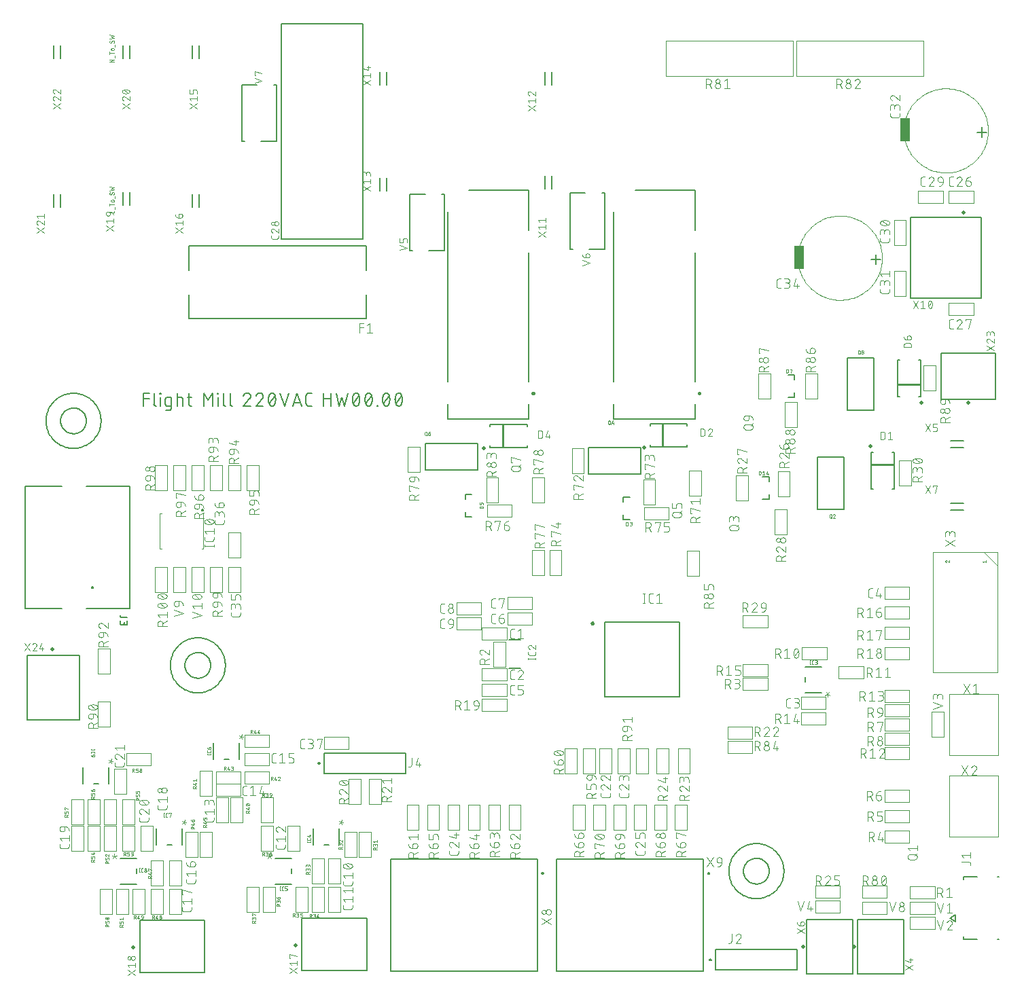
<source format=gbr>
G04 EAGLE Gerber RS-274X export*
G75*
%MOIN*%
%FSLAX34Y34*%
%LPD*%
%INSilkscreen Top*%
%IPPOS*%
%AMOC8*
5,1,8,0,0,1.08239X$1,22.5*%
G01*
%ADD10C,0.002000*%
%ADD11C,0.006000*%
%ADD12C,0.007874*%
%ADD13C,0.009843*%
%ADD14C,0.004000*%
%ADD15C,0.005906*%
%ADD16C,0.003937*%
%ADD17C,0.003000*%
%ADD18C,0.001000*%
%ADD19C,0.019685*%
%ADD20C,0.005000*%
%ADD21C,0.008000*%
%ADD22R,0.046850X0.118110*%


D10*
X4590Y44810D02*
X4370Y44810D01*
X4590Y44932D01*
X4370Y44932D01*
X4614Y45024D02*
X4614Y45122D01*
X4590Y45253D02*
X4370Y45253D01*
X4370Y45192D02*
X4370Y45314D01*
X4492Y45391D02*
X4541Y45391D01*
X4492Y45391D02*
X4479Y45393D01*
X4468Y45398D01*
X4457Y45405D01*
X4450Y45416D01*
X4445Y45427D01*
X4443Y45440D01*
X4445Y45453D01*
X4450Y45465D01*
X4457Y45475D01*
X4468Y45482D01*
X4479Y45487D01*
X4492Y45489D01*
X4541Y45489D01*
X4554Y45487D01*
X4566Y45482D01*
X4576Y45475D01*
X4583Y45465D01*
X4588Y45453D01*
X4590Y45440D01*
X4588Y45427D01*
X4583Y45416D01*
X4576Y45405D01*
X4566Y45398D01*
X4554Y45393D01*
X4541Y45391D01*
X4614Y45571D02*
X4614Y45669D01*
X4590Y45819D02*
X4588Y45832D01*
X4583Y45844D01*
X4576Y45854D01*
X4566Y45861D01*
X4554Y45866D01*
X4541Y45868D01*
X4590Y45819D02*
X4589Y45803D01*
X4585Y45787D01*
X4579Y45772D01*
X4570Y45758D01*
X4560Y45746D01*
X4419Y45752D02*
X4406Y45754D01*
X4395Y45759D01*
X4384Y45766D01*
X4377Y45777D01*
X4372Y45788D01*
X4370Y45801D01*
X4371Y45816D01*
X4375Y45830D01*
X4381Y45844D01*
X4388Y45856D01*
X4419Y45752D02*
X4432Y45754D01*
X4444Y45759D01*
X4454Y45766D01*
X4462Y45777D01*
X4498Y45844D02*
X4506Y45855D01*
X4516Y45862D01*
X4528Y45867D01*
X4541Y45869D01*
X4498Y45844D02*
X4462Y45777D01*
X4370Y45947D02*
X4590Y45996D01*
X4443Y46045D01*
X4590Y46094D01*
X4370Y46142D01*
X4370Y37410D02*
X4590Y37410D01*
X4590Y37508D01*
X4614Y37580D02*
X4614Y37678D01*
X4590Y37809D02*
X4370Y37809D01*
X4370Y37748D02*
X4370Y37870D01*
X4492Y37947D02*
X4541Y37947D01*
X4492Y37947D02*
X4479Y37949D01*
X4468Y37954D01*
X4457Y37961D01*
X4450Y37972D01*
X4445Y37983D01*
X4443Y37996D01*
X4445Y38009D01*
X4450Y38021D01*
X4457Y38031D01*
X4468Y38038D01*
X4479Y38043D01*
X4492Y38045D01*
X4541Y38045D01*
X4554Y38043D01*
X4566Y38038D01*
X4576Y38031D01*
X4583Y38021D01*
X4588Y38009D01*
X4590Y37996D01*
X4588Y37983D01*
X4583Y37972D01*
X4576Y37961D01*
X4566Y37954D01*
X4554Y37949D01*
X4541Y37947D01*
X4614Y38127D02*
X4614Y38225D01*
X4590Y38376D02*
X4588Y38389D01*
X4583Y38401D01*
X4576Y38411D01*
X4566Y38418D01*
X4554Y38423D01*
X4541Y38425D01*
X4590Y38376D02*
X4589Y38360D01*
X4585Y38344D01*
X4579Y38329D01*
X4570Y38315D01*
X4560Y38303D01*
X4419Y38308D02*
X4406Y38310D01*
X4395Y38315D01*
X4384Y38322D01*
X4377Y38333D01*
X4372Y38344D01*
X4370Y38357D01*
X4371Y38372D01*
X4375Y38386D01*
X4381Y38400D01*
X4388Y38412D01*
X4419Y38308D02*
X4432Y38310D01*
X4444Y38315D01*
X4454Y38322D01*
X4462Y38333D01*
X4498Y38400D02*
X4506Y38411D01*
X4516Y38418D01*
X4528Y38423D01*
X4541Y38425D01*
X4498Y38400D02*
X4462Y38333D01*
X4370Y38503D02*
X4590Y38552D01*
X4443Y38601D01*
X4590Y38650D01*
X4370Y38699D01*
D11*
X6030Y28570D02*
X6030Y27930D01*
X6030Y28570D02*
X6314Y28570D01*
X6314Y28286D02*
X6030Y28286D01*
X6546Y28037D02*
X6546Y28570D01*
X6545Y28037D02*
X6547Y28018D01*
X6551Y28000D01*
X6559Y27984D01*
X6570Y27968D01*
X6583Y27955D01*
X6599Y27944D01*
X6615Y27936D01*
X6633Y27932D01*
X6652Y27930D01*
X6863Y27930D02*
X6863Y28357D01*
X6845Y28534D02*
X6845Y28570D01*
X6881Y28570D01*
X6881Y28534D01*
X6845Y28534D01*
X7214Y27930D02*
X7392Y27930D01*
X7214Y27930D02*
X7195Y27932D01*
X7177Y27936D01*
X7161Y27944D01*
X7145Y27955D01*
X7132Y27968D01*
X7121Y27984D01*
X7113Y28000D01*
X7109Y28018D01*
X7107Y28037D01*
X7108Y28037D02*
X7108Y28250D01*
X7107Y28250D02*
X7109Y28269D01*
X7113Y28287D01*
X7121Y28304D01*
X7132Y28319D01*
X7145Y28332D01*
X7161Y28343D01*
X7177Y28351D01*
X7195Y28355D01*
X7214Y28357D01*
X7392Y28357D01*
X7392Y27823D01*
X7390Y27804D01*
X7386Y27786D01*
X7378Y27770D01*
X7367Y27754D01*
X7354Y27741D01*
X7339Y27730D01*
X7322Y27722D01*
X7304Y27718D01*
X7285Y27716D01*
X7285Y27717D02*
X7143Y27717D01*
X7685Y27930D02*
X7685Y28570D01*
X7685Y28357D02*
X7863Y28357D01*
X7882Y28355D01*
X7900Y28351D01*
X7916Y28343D01*
X7932Y28332D01*
X7945Y28319D01*
X7956Y28304D01*
X7964Y28287D01*
X7968Y28269D01*
X7970Y28250D01*
X7969Y28250D02*
X7969Y27930D01*
X8188Y28357D02*
X8401Y28357D01*
X8259Y28570D02*
X8259Y28037D01*
X8261Y28018D01*
X8265Y28000D01*
X8273Y27984D01*
X8284Y27968D01*
X8297Y27955D01*
X8313Y27944D01*
X8329Y27936D01*
X8347Y27932D01*
X8366Y27930D01*
X8401Y27930D01*
X8988Y27930D02*
X8988Y28570D01*
X9202Y28214D01*
X9415Y28570D01*
X9415Y27930D01*
X9694Y27930D02*
X9694Y28357D01*
X9676Y28534D02*
X9676Y28570D01*
X9712Y28570D01*
X9712Y28534D01*
X9676Y28534D01*
X9951Y28570D02*
X9951Y28037D01*
X9950Y28037D02*
X9952Y28018D01*
X9956Y28000D01*
X9964Y27984D01*
X9975Y27968D01*
X9988Y27955D01*
X10004Y27944D01*
X10020Y27936D01*
X10038Y27932D01*
X10057Y27930D01*
X10279Y28037D02*
X10279Y28570D01*
X10279Y28037D02*
X10281Y28018D01*
X10285Y28000D01*
X10293Y27984D01*
X10304Y27968D01*
X10317Y27955D01*
X10333Y27944D01*
X10349Y27936D01*
X10367Y27932D01*
X10386Y27930D01*
X11127Y28570D02*
X11150Y28568D01*
X11172Y28564D01*
X11193Y28556D01*
X11214Y28545D01*
X11232Y28531D01*
X11248Y28515D01*
X11262Y28497D01*
X11273Y28476D01*
X11281Y28455D01*
X11285Y28433D01*
X11287Y28410D01*
X11127Y28570D02*
X11101Y28568D01*
X11076Y28564D01*
X11051Y28556D01*
X11028Y28544D01*
X11006Y28531D01*
X10986Y28514D01*
X10968Y28495D01*
X10953Y28474D01*
X10941Y28452D01*
X10931Y28427D01*
X11234Y28285D02*
X11249Y28303D01*
X11263Y28322D01*
X11273Y28342D01*
X11281Y28364D01*
X11285Y28387D01*
X11287Y28410D01*
X11234Y28286D02*
X10932Y27930D01*
X11287Y27930D01*
X11902Y28410D02*
X11900Y28433D01*
X11896Y28455D01*
X11888Y28476D01*
X11877Y28497D01*
X11863Y28515D01*
X11847Y28531D01*
X11829Y28545D01*
X11808Y28556D01*
X11787Y28564D01*
X11765Y28568D01*
X11742Y28570D01*
X11716Y28568D01*
X11691Y28564D01*
X11666Y28556D01*
X11643Y28544D01*
X11621Y28531D01*
X11601Y28514D01*
X11583Y28495D01*
X11568Y28474D01*
X11556Y28452D01*
X11546Y28427D01*
X11850Y28285D02*
X11865Y28303D01*
X11879Y28322D01*
X11889Y28342D01*
X11897Y28364D01*
X11901Y28387D01*
X11903Y28410D01*
X11849Y28286D02*
X11547Y27930D01*
X11902Y27930D01*
X12163Y28250D02*
X12165Y28290D01*
X12169Y28329D01*
X12176Y28369D01*
X12187Y28407D01*
X12200Y28444D01*
X12216Y28481D01*
X12215Y28481D02*
X12223Y28500D01*
X12234Y28517D01*
X12248Y28532D01*
X12263Y28545D01*
X12281Y28556D01*
X12300Y28564D01*
X12320Y28568D01*
X12340Y28570D01*
X12360Y28568D01*
X12380Y28564D01*
X12399Y28556D01*
X12417Y28545D01*
X12432Y28532D01*
X12446Y28517D01*
X12457Y28500D01*
X12465Y28481D01*
X12464Y28481D02*
X12480Y28444D01*
X12493Y28407D01*
X12504Y28369D01*
X12511Y28329D01*
X12515Y28290D01*
X12517Y28250D01*
X12163Y28250D02*
X12165Y28210D01*
X12169Y28171D01*
X12176Y28132D01*
X12187Y28093D01*
X12200Y28056D01*
X12216Y28019D01*
X12215Y28019D02*
X12223Y28000D01*
X12234Y27983D01*
X12248Y27968D01*
X12263Y27955D01*
X12281Y27944D01*
X12300Y27936D01*
X12320Y27932D01*
X12340Y27930D01*
X12464Y28019D02*
X12480Y28056D01*
X12493Y28093D01*
X12504Y28132D01*
X12511Y28171D01*
X12515Y28210D01*
X12517Y28250D01*
X12465Y28019D02*
X12457Y28000D01*
X12446Y27983D01*
X12432Y27968D01*
X12417Y27955D01*
X12399Y27944D01*
X12380Y27936D01*
X12360Y27932D01*
X12340Y27930D01*
X12198Y28072D02*
X12482Y28428D01*
X12742Y28570D02*
X12956Y27930D01*
X13169Y28570D01*
X13571Y28570D02*
X13358Y27930D01*
X13784Y27930D02*
X13571Y28570D01*
X13731Y28090D02*
X13411Y28090D01*
X14149Y27930D02*
X14291Y27930D01*
X14149Y27930D02*
X14127Y27932D01*
X14105Y27937D01*
X14085Y27945D01*
X14066Y27957D01*
X14049Y27972D01*
X14034Y27989D01*
X14022Y28008D01*
X14014Y28028D01*
X14009Y28050D01*
X14007Y28072D01*
X14007Y28428D01*
X14009Y28450D01*
X14014Y28472D01*
X14022Y28492D01*
X14034Y28511D01*
X14049Y28528D01*
X14066Y28543D01*
X14085Y28555D01*
X14105Y28563D01*
X14127Y28568D01*
X14149Y28570D01*
X14291Y28570D01*
X14870Y28570D02*
X14870Y27930D01*
X14870Y28286D02*
X15226Y28286D01*
X15226Y28570D02*
X15226Y27930D01*
X15624Y27930D02*
X15481Y28570D01*
X15766Y28357D02*
X15624Y27930D01*
X15908Y27930D02*
X15766Y28357D01*
X16050Y28570D02*
X15908Y27930D01*
X16286Y28250D02*
X16288Y28290D01*
X16292Y28329D01*
X16299Y28369D01*
X16310Y28407D01*
X16323Y28444D01*
X16339Y28481D01*
X16338Y28481D02*
X16346Y28500D01*
X16357Y28517D01*
X16371Y28532D01*
X16386Y28545D01*
X16404Y28556D01*
X16423Y28564D01*
X16443Y28568D01*
X16463Y28570D01*
X16483Y28568D01*
X16503Y28564D01*
X16522Y28556D01*
X16540Y28545D01*
X16555Y28532D01*
X16569Y28517D01*
X16580Y28500D01*
X16588Y28481D01*
X16604Y28444D01*
X16617Y28407D01*
X16628Y28369D01*
X16635Y28329D01*
X16639Y28290D01*
X16641Y28250D01*
X16286Y28250D02*
X16288Y28210D01*
X16292Y28171D01*
X16299Y28132D01*
X16310Y28093D01*
X16323Y28056D01*
X16339Y28019D01*
X16338Y28019D02*
X16346Y28000D01*
X16357Y27983D01*
X16371Y27968D01*
X16386Y27955D01*
X16404Y27944D01*
X16423Y27936D01*
X16443Y27932D01*
X16463Y27930D01*
X16588Y28019D02*
X16604Y28056D01*
X16617Y28093D01*
X16628Y28132D01*
X16635Y28171D01*
X16639Y28210D01*
X16641Y28250D01*
X16588Y28019D02*
X16580Y28000D01*
X16569Y27983D01*
X16555Y27968D01*
X16540Y27955D01*
X16522Y27944D01*
X16503Y27936D01*
X16483Y27932D01*
X16463Y27930D01*
X16321Y28072D02*
X16606Y28428D01*
X16901Y28250D02*
X16903Y28290D01*
X16907Y28329D01*
X16914Y28369D01*
X16925Y28407D01*
X16938Y28444D01*
X16954Y28481D01*
X16962Y28500D01*
X16973Y28517D01*
X16987Y28532D01*
X17002Y28545D01*
X17020Y28556D01*
X17039Y28564D01*
X17059Y28568D01*
X17079Y28570D01*
X17099Y28568D01*
X17119Y28564D01*
X17138Y28556D01*
X17156Y28545D01*
X17171Y28532D01*
X17185Y28517D01*
X17196Y28500D01*
X17204Y28481D01*
X17203Y28481D02*
X17219Y28444D01*
X17232Y28407D01*
X17243Y28369D01*
X17250Y28329D01*
X17254Y28290D01*
X17256Y28250D01*
X16901Y28250D02*
X16903Y28210D01*
X16907Y28171D01*
X16914Y28132D01*
X16925Y28093D01*
X16938Y28056D01*
X16954Y28019D01*
X16962Y28000D01*
X16973Y27983D01*
X16987Y27968D01*
X17002Y27955D01*
X17020Y27944D01*
X17039Y27936D01*
X17059Y27932D01*
X17079Y27930D01*
X17203Y28019D02*
X17219Y28056D01*
X17232Y28093D01*
X17243Y28132D01*
X17250Y28171D01*
X17254Y28210D01*
X17256Y28250D01*
X17204Y28019D02*
X17196Y28000D01*
X17185Y27983D01*
X17171Y27968D01*
X17156Y27955D01*
X17138Y27944D01*
X17119Y27936D01*
X17099Y27932D01*
X17079Y27930D01*
X16936Y28072D02*
X17221Y28428D01*
X17492Y27966D02*
X17492Y27930D01*
X17492Y27966D02*
X17527Y27966D01*
X17527Y27930D01*
X17492Y27930D01*
X17763Y28250D02*
X17765Y28290D01*
X17769Y28329D01*
X17776Y28369D01*
X17787Y28407D01*
X17800Y28444D01*
X17816Y28481D01*
X17815Y28481D02*
X17823Y28500D01*
X17834Y28517D01*
X17848Y28532D01*
X17863Y28545D01*
X17881Y28556D01*
X17900Y28564D01*
X17920Y28568D01*
X17940Y28570D01*
X17960Y28568D01*
X17980Y28564D01*
X17999Y28556D01*
X18017Y28545D01*
X18032Y28532D01*
X18046Y28517D01*
X18057Y28500D01*
X18065Y28481D01*
X18081Y28444D01*
X18094Y28407D01*
X18105Y28369D01*
X18112Y28329D01*
X18116Y28290D01*
X18118Y28250D01*
X17763Y28250D02*
X17765Y28210D01*
X17769Y28171D01*
X17776Y28132D01*
X17787Y28093D01*
X17800Y28056D01*
X17816Y28019D01*
X17815Y28019D02*
X17823Y28000D01*
X17834Y27983D01*
X17848Y27968D01*
X17863Y27955D01*
X17881Y27944D01*
X17900Y27936D01*
X17920Y27932D01*
X17940Y27930D01*
X18065Y28019D02*
X18081Y28056D01*
X18094Y28093D01*
X18105Y28132D01*
X18112Y28171D01*
X18116Y28210D01*
X18118Y28250D01*
X18065Y28019D02*
X18057Y28000D01*
X18046Y27983D01*
X18032Y27968D01*
X18017Y27955D01*
X17999Y27944D01*
X17980Y27936D01*
X17960Y27932D01*
X17940Y27930D01*
X17798Y28072D02*
X18082Y28428D01*
X18378Y28250D02*
X18380Y28290D01*
X18384Y28329D01*
X18391Y28369D01*
X18402Y28407D01*
X18415Y28444D01*
X18431Y28481D01*
X18439Y28500D01*
X18450Y28517D01*
X18464Y28532D01*
X18479Y28545D01*
X18497Y28556D01*
X18516Y28564D01*
X18536Y28568D01*
X18556Y28570D01*
X18576Y28568D01*
X18596Y28564D01*
X18615Y28556D01*
X18633Y28545D01*
X18648Y28532D01*
X18662Y28517D01*
X18673Y28500D01*
X18681Y28481D01*
X18680Y28481D02*
X18696Y28444D01*
X18709Y28407D01*
X18720Y28369D01*
X18727Y28329D01*
X18731Y28290D01*
X18733Y28250D01*
X18378Y28250D02*
X18380Y28210D01*
X18384Y28171D01*
X18391Y28132D01*
X18402Y28093D01*
X18415Y28056D01*
X18431Y28019D01*
X18439Y28000D01*
X18450Y27983D01*
X18464Y27968D01*
X18479Y27955D01*
X18497Y27944D01*
X18516Y27936D01*
X18536Y27932D01*
X18556Y27930D01*
X18680Y28019D02*
X18696Y28056D01*
X18709Y28093D01*
X18720Y28132D01*
X18727Y28171D01*
X18731Y28210D01*
X18733Y28250D01*
X18681Y28019D02*
X18673Y28000D01*
X18662Y27983D01*
X18648Y27968D01*
X18633Y27955D01*
X18615Y27944D01*
X18596Y27936D01*
X18576Y27932D01*
X18556Y27930D01*
X18413Y28072D02*
X18698Y28428D01*
D12*
X28669Y17331D02*
X32331Y17331D01*
X32331Y13669D01*
X28669Y13669D01*
X28669Y17331D01*
D13*
X28000Y17272D02*
X28002Y17285D01*
X28007Y17297D01*
X28016Y17308D01*
X28026Y17316D01*
X28039Y17320D01*
X28052Y17321D01*
X28065Y17318D01*
X28077Y17312D01*
X28087Y17303D01*
X28094Y17292D01*
X28098Y17279D01*
X28098Y17265D01*
X28094Y17252D01*
X28087Y17241D01*
X28077Y17232D01*
X28065Y17226D01*
X28052Y17223D01*
X28039Y17224D01*
X28026Y17228D01*
X28016Y17236D01*
X28007Y17247D01*
X28002Y17259D01*
X28000Y17272D01*
D14*
X30594Y18270D02*
X30594Y18730D01*
X30543Y18270D02*
X30645Y18270D01*
X30645Y18730D02*
X30543Y18730D01*
X30927Y18270D02*
X31030Y18270D01*
X30927Y18270D02*
X30909Y18272D01*
X30892Y18276D01*
X30876Y18284D01*
X30861Y18294D01*
X30849Y18306D01*
X30839Y18321D01*
X30831Y18337D01*
X30827Y18354D01*
X30825Y18372D01*
X30825Y18628D01*
X30827Y18648D01*
X30833Y18667D01*
X30842Y18685D01*
X30855Y18700D01*
X30870Y18713D01*
X30888Y18722D01*
X30907Y18728D01*
X30927Y18730D01*
X31030Y18730D01*
X31201Y18628D02*
X31329Y18730D01*
X31329Y18270D01*
X31201Y18270D02*
X31457Y18270D01*
D15*
X45854Y2946D02*
X45854Y2631D01*
X45854Y2946D02*
X45579Y2788D01*
X45854Y2631D01*
X46248Y1765D02*
X46937Y1765D01*
X46248Y1765D02*
X46248Y1902D01*
X46248Y4835D02*
X46937Y4835D01*
X46248Y4835D02*
X46248Y4698D01*
D11*
X47921Y1765D02*
X48000Y1765D01*
X48000Y4835D02*
X47921Y4835D01*
D14*
X46507Y5548D02*
X46149Y5548D01*
X46507Y5548D02*
X46525Y5546D01*
X46542Y5542D01*
X46558Y5534D01*
X46573Y5524D01*
X46585Y5512D01*
X46595Y5497D01*
X46603Y5481D01*
X46607Y5464D01*
X46609Y5446D01*
X46609Y5395D01*
X46251Y5756D02*
X46149Y5884D01*
X46609Y5884D01*
X46609Y6011D02*
X46609Y5756D01*
D16*
X44860Y3005D02*
X43640Y3005D01*
X44860Y3005D02*
X44860Y3595D01*
X43640Y3595D01*
X43640Y3005D01*
D14*
X44970Y3530D02*
X45123Y3070D01*
X45277Y3530D01*
X45446Y3428D02*
X45573Y3530D01*
X45573Y3070D01*
X45446Y3070D02*
X45701Y3070D01*
D16*
X44860Y2255D02*
X43640Y2255D01*
X44860Y2255D02*
X44860Y2845D01*
X43640Y2845D01*
X43640Y2255D01*
D14*
X44970Y2680D02*
X45123Y2220D01*
X45277Y2680D01*
X45586Y2680D02*
X45606Y2678D01*
X45625Y2673D01*
X45644Y2665D01*
X45660Y2653D01*
X45674Y2639D01*
X45686Y2623D01*
X45694Y2604D01*
X45699Y2585D01*
X45701Y2565D01*
X45586Y2680D02*
X45563Y2678D01*
X45540Y2673D01*
X45519Y2664D01*
X45499Y2652D01*
X45481Y2637D01*
X45466Y2619D01*
X45454Y2599D01*
X45445Y2578D01*
X45664Y2475D02*
X45677Y2490D01*
X45688Y2507D01*
X45696Y2526D01*
X45700Y2545D01*
X45702Y2565D01*
X45663Y2476D02*
X45446Y2220D01*
X45701Y2220D01*
D16*
X44860Y4345D02*
X43640Y4345D01*
X43640Y3755D01*
X44860Y3755D01*
X44860Y4345D01*
D14*
X44977Y4280D02*
X44977Y3820D01*
X44977Y4280D02*
X45105Y4280D01*
X45126Y4278D01*
X45147Y4273D01*
X45166Y4265D01*
X45184Y4253D01*
X45199Y4239D01*
X45212Y4222D01*
X45222Y4203D01*
X45229Y4183D01*
X45233Y4163D01*
X45233Y4141D01*
X45229Y4121D01*
X45222Y4101D01*
X45212Y4082D01*
X45199Y4065D01*
X45184Y4051D01*
X45166Y4039D01*
X45147Y4031D01*
X45126Y4026D01*
X45105Y4024D01*
X44977Y4024D01*
X45131Y4024D02*
X45233Y3820D01*
X45424Y4178D02*
X45552Y4280D01*
X45552Y3820D01*
X45424Y3820D02*
X45680Y3820D01*
D15*
X24535Y15051D02*
X23965Y15051D01*
X23965Y16449D02*
X24535Y16449D01*
D17*
X24907Y15518D02*
X25270Y15518D01*
X25270Y15558D02*
X25270Y15477D01*
X24907Y15477D02*
X24907Y15558D01*
X25270Y15780D02*
X25270Y15861D01*
X25271Y15780D02*
X25269Y15764D01*
X25265Y15749D01*
X25257Y15735D01*
X25247Y15723D01*
X25235Y15713D01*
X25221Y15705D01*
X25206Y15701D01*
X25190Y15699D01*
X24988Y15699D01*
X24972Y15701D01*
X24957Y15705D01*
X24943Y15713D01*
X24931Y15723D01*
X24921Y15735D01*
X24913Y15749D01*
X24909Y15764D01*
X24907Y15780D01*
X24907Y15861D01*
X24907Y16107D02*
X24909Y16125D01*
X24914Y16142D01*
X24922Y16158D01*
X24934Y16171D01*
X24947Y16183D01*
X24963Y16191D01*
X24980Y16196D01*
X24998Y16198D01*
X24907Y16107D02*
X24908Y16089D01*
X24913Y16071D01*
X24920Y16054D01*
X24929Y16038D01*
X24941Y16024D01*
X24955Y16012D01*
X24971Y16003D01*
X24988Y15996D01*
X25069Y16168D02*
X25057Y16178D01*
X25044Y16187D01*
X25029Y16193D01*
X25014Y16197D01*
X24998Y16198D01*
X25068Y16167D02*
X25270Y15996D01*
X25270Y16198D01*
D16*
X23795Y16360D02*
X23795Y15140D01*
X23795Y16360D02*
X23205Y16360D01*
X23205Y15140D01*
X23795Y15140D01*
D14*
X22980Y15270D02*
X22520Y15270D01*
X22520Y15398D01*
X22522Y15419D01*
X22527Y15440D01*
X22535Y15459D01*
X22547Y15477D01*
X22561Y15492D01*
X22578Y15505D01*
X22597Y15515D01*
X22617Y15522D01*
X22637Y15526D01*
X22659Y15526D01*
X22679Y15522D01*
X22699Y15515D01*
X22718Y15505D01*
X22735Y15492D01*
X22749Y15477D01*
X22761Y15459D01*
X22769Y15440D01*
X22774Y15419D01*
X22776Y15398D01*
X22776Y15270D01*
X22776Y15423D02*
X22980Y15526D01*
X22635Y15973D02*
X22615Y15971D01*
X22596Y15966D01*
X22578Y15958D01*
X22561Y15946D01*
X22547Y15932D01*
X22535Y15916D01*
X22527Y15897D01*
X22522Y15878D01*
X22520Y15858D01*
X22522Y15835D01*
X22527Y15812D01*
X22536Y15791D01*
X22548Y15771D01*
X22563Y15753D01*
X22581Y15738D01*
X22601Y15726D01*
X22622Y15717D01*
X22725Y15935D02*
X22710Y15948D01*
X22693Y15959D01*
X22674Y15967D01*
X22655Y15971D01*
X22635Y15973D01*
X22724Y15934D02*
X22980Y15717D01*
X22980Y15973D01*
D16*
X22640Y16455D02*
X23860Y16455D01*
X23860Y17045D01*
X22640Y17045D01*
X22640Y16455D01*
D14*
X24122Y16520D02*
X24224Y16520D01*
X24122Y16520D02*
X24104Y16522D01*
X24087Y16526D01*
X24071Y16534D01*
X24056Y16544D01*
X24044Y16556D01*
X24034Y16571D01*
X24026Y16587D01*
X24022Y16604D01*
X24020Y16622D01*
X24020Y16878D01*
X24022Y16898D01*
X24028Y16917D01*
X24037Y16935D01*
X24050Y16950D01*
X24065Y16963D01*
X24083Y16972D01*
X24102Y16978D01*
X24122Y16980D01*
X24224Y16980D01*
X24396Y16878D02*
X24524Y16980D01*
X24524Y16520D01*
X24396Y16520D02*
X24652Y16520D01*
D16*
X23860Y14455D02*
X22640Y14455D01*
X23860Y14455D02*
X23860Y15045D01*
X22640Y15045D01*
X22640Y14455D01*
D14*
X24122Y14520D02*
X24224Y14520D01*
X24122Y14520D02*
X24104Y14522D01*
X24087Y14526D01*
X24071Y14534D01*
X24056Y14544D01*
X24044Y14556D01*
X24034Y14571D01*
X24026Y14587D01*
X24022Y14604D01*
X24020Y14622D01*
X24020Y14878D01*
X24022Y14898D01*
X24028Y14917D01*
X24037Y14935D01*
X24050Y14950D01*
X24065Y14963D01*
X24083Y14972D01*
X24102Y14978D01*
X24122Y14980D01*
X24224Y14980D01*
X24537Y14980D02*
X24557Y14978D01*
X24576Y14973D01*
X24595Y14965D01*
X24611Y14953D01*
X24625Y14939D01*
X24637Y14923D01*
X24645Y14904D01*
X24650Y14885D01*
X24652Y14865D01*
X24537Y14980D02*
X24514Y14978D01*
X24491Y14973D01*
X24470Y14964D01*
X24450Y14952D01*
X24432Y14937D01*
X24417Y14919D01*
X24405Y14899D01*
X24396Y14878D01*
X24614Y14775D02*
X24627Y14790D01*
X24638Y14807D01*
X24646Y14826D01*
X24650Y14845D01*
X24652Y14865D01*
X24614Y14776D02*
X24396Y14520D01*
X24652Y14520D01*
D16*
X35440Y14595D02*
X36660Y14595D01*
X35440Y14595D02*
X35440Y14005D01*
X36660Y14005D01*
X36660Y14595D01*
D14*
X34577Y14530D02*
X34577Y14070D01*
X34577Y14530D02*
X34705Y14530D01*
X34726Y14528D01*
X34747Y14523D01*
X34766Y14515D01*
X34784Y14503D01*
X34799Y14489D01*
X34812Y14472D01*
X34822Y14453D01*
X34829Y14433D01*
X34833Y14413D01*
X34833Y14391D01*
X34829Y14371D01*
X34822Y14351D01*
X34812Y14332D01*
X34799Y14315D01*
X34784Y14301D01*
X34766Y14289D01*
X34747Y14281D01*
X34726Y14276D01*
X34705Y14274D01*
X34577Y14274D01*
X34731Y14274D02*
X34833Y14070D01*
X35024Y14070D02*
X35152Y14070D01*
X35173Y14072D01*
X35194Y14077D01*
X35213Y14085D01*
X35231Y14097D01*
X35246Y14111D01*
X35259Y14128D01*
X35269Y14147D01*
X35276Y14167D01*
X35280Y14187D01*
X35280Y14209D01*
X35276Y14229D01*
X35269Y14249D01*
X35259Y14268D01*
X35246Y14285D01*
X35231Y14299D01*
X35213Y14311D01*
X35194Y14319D01*
X35173Y14324D01*
X35152Y14326D01*
X35178Y14530D02*
X35024Y14530D01*
X35178Y14530D02*
X35197Y14528D01*
X35215Y14523D01*
X35232Y14515D01*
X35247Y14503D01*
X35259Y14489D01*
X35269Y14473D01*
X35276Y14456D01*
X35280Y14437D01*
X35280Y14419D01*
X35276Y14400D01*
X35269Y14383D01*
X35259Y14367D01*
X35247Y14353D01*
X35232Y14341D01*
X35215Y14333D01*
X35197Y14328D01*
X35178Y14326D01*
X35076Y14326D01*
D16*
X42390Y6505D02*
X43610Y6505D01*
X43610Y7095D01*
X42390Y7095D01*
X42390Y6505D01*
D14*
X41620Y6570D02*
X41620Y7030D01*
X41748Y7030D01*
X41769Y7028D01*
X41790Y7023D01*
X41809Y7015D01*
X41827Y7003D01*
X41842Y6989D01*
X41855Y6972D01*
X41865Y6953D01*
X41872Y6933D01*
X41876Y6913D01*
X41876Y6891D01*
X41872Y6871D01*
X41865Y6851D01*
X41855Y6832D01*
X41842Y6815D01*
X41827Y6801D01*
X41809Y6789D01*
X41790Y6781D01*
X41769Y6776D01*
X41748Y6774D01*
X41620Y6774D01*
X41773Y6774D02*
X41876Y6570D01*
X42067Y6672D02*
X42169Y7030D01*
X42067Y6672D02*
X42323Y6672D01*
X42246Y6774D02*
X42246Y6570D01*
X43648Y5670D02*
X43852Y5670D01*
X43648Y5670D02*
X43627Y5672D01*
X43606Y5677D01*
X43587Y5685D01*
X43569Y5697D01*
X43554Y5711D01*
X43541Y5728D01*
X43531Y5747D01*
X43524Y5767D01*
X43520Y5787D01*
X43520Y5809D01*
X43524Y5829D01*
X43531Y5849D01*
X43541Y5868D01*
X43554Y5885D01*
X43569Y5899D01*
X43587Y5911D01*
X43606Y5919D01*
X43627Y5924D01*
X43648Y5926D01*
X43852Y5926D01*
X43873Y5924D01*
X43894Y5919D01*
X43913Y5911D01*
X43931Y5899D01*
X43946Y5885D01*
X43959Y5868D01*
X43969Y5849D01*
X43976Y5829D01*
X43980Y5809D01*
X43980Y5787D01*
X43976Y5767D01*
X43969Y5747D01*
X43959Y5728D01*
X43946Y5711D01*
X43931Y5697D01*
X43913Y5685D01*
X43894Y5677D01*
X43873Y5672D01*
X43852Y5670D01*
X43878Y5874D02*
X43980Y5977D01*
X43622Y6109D02*
X43520Y6237D01*
X43980Y6237D01*
X43980Y6364D02*
X43980Y6109D01*
D16*
X43610Y7505D02*
X42390Y7505D01*
X43610Y7505D02*
X43610Y8095D01*
X42390Y8095D01*
X42390Y7505D01*
D14*
X41570Y7570D02*
X41570Y8030D01*
X41698Y8030D01*
X41719Y8028D01*
X41740Y8023D01*
X41759Y8015D01*
X41777Y8003D01*
X41792Y7989D01*
X41805Y7972D01*
X41815Y7953D01*
X41822Y7933D01*
X41826Y7913D01*
X41826Y7891D01*
X41822Y7871D01*
X41815Y7851D01*
X41805Y7832D01*
X41792Y7815D01*
X41777Y7801D01*
X41759Y7789D01*
X41740Y7781D01*
X41719Y7776D01*
X41698Y7774D01*
X41570Y7774D01*
X41723Y7774D02*
X41826Y7570D01*
X42017Y7570D02*
X42170Y7570D01*
X42188Y7572D01*
X42205Y7576D01*
X42221Y7584D01*
X42236Y7594D01*
X42248Y7606D01*
X42258Y7621D01*
X42266Y7637D01*
X42270Y7654D01*
X42272Y7672D01*
X42273Y7672D02*
X42273Y7723D01*
X42272Y7723D02*
X42270Y7741D01*
X42266Y7758D01*
X42258Y7774D01*
X42248Y7789D01*
X42236Y7801D01*
X42221Y7811D01*
X42205Y7819D01*
X42188Y7823D01*
X42170Y7825D01*
X42170Y7826D02*
X42017Y7826D01*
X42017Y8030D01*
X42273Y8030D01*
D16*
X42390Y9095D02*
X43610Y9095D01*
X42390Y9095D02*
X42390Y8505D01*
X43610Y8505D01*
X43610Y9095D01*
D14*
X41527Y9030D02*
X41527Y8570D01*
X41527Y9030D02*
X41655Y9030D01*
X41676Y9028D01*
X41697Y9023D01*
X41716Y9015D01*
X41734Y9003D01*
X41749Y8989D01*
X41762Y8972D01*
X41772Y8953D01*
X41779Y8933D01*
X41783Y8913D01*
X41783Y8891D01*
X41779Y8871D01*
X41772Y8851D01*
X41762Y8832D01*
X41749Y8815D01*
X41734Y8801D01*
X41716Y8789D01*
X41697Y8781D01*
X41676Y8776D01*
X41655Y8774D01*
X41527Y8774D01*
X41681Y8774D02*
X41783Y8570D01*
X41974Y8826D02*
X42128Y8826D01*
X42128Y8825D02*
X42146Y8823D01*
X42163Y8819D01*
X42179Y8811D01*
X42194Y8801D01*
X42206Y8789D01*
X42216Y8774D01*
X42224Y8758D01*
X42228Y8741D01*
X42230Y8723D01*
X42230Y8698D01*
X42228Y8677D01*
X42223Y8656D01*
X42215Y8637D01*
X42203Y8619D01*
X42189Y8604D01*
X42172Y8591D01*
X42153Y8581D01*
X42133Y8574D01*
X42113Y8570D01*
X42091Y8570D01*
X42071Y8574D01*
X42051Y8581D01*
X42032Y8591D01*
X42015Y8604D01*
X42001Y8619D01*
X41989Y8637D01*
X41981Y8656D01*
X41976Y8677D01*
X41974Y8698D01*
X41974Y8826D01*
X41975Y8826D02*
X41977Y8853D01*
X41982Y8879D01*
X41991Y8904D01*
X42002Y8928D01*
X42017Y8950D01*
X42035Y8970D01*
X42055Y8988D01*
X42077Y9003D01*
X42101Y9014D01*
X42126Y9023D01*
X42152Y9028D01*
X42179Y9030D01*
D16*
X45550Y10800D02*
X47950Y10800D01*
X47950Y13800D01*
X45550Y13800D01*
X45550Y10800D01*
D14*
X46249Y13820D02*
X46556Y14280D01*
X46249Y14280D02*
X46556Y13820D01*
X46724Y14178D02*
X46852Y14280D01*
X46852Y13820D01*
X46724Y13820D02*
X46980Y13820D01*
D16*
X47950Y6800D02*
X45550Y6800D01*
X47950Y6800D02*
X47950Y9800D01*
X45550Y9800D01*
X45550Y6800D01*
D14*
X46170Y9820D02*
X46477Y10280D01*
X46170Y10280D02*
X46477Y9820D01*
X46901Y10165D02*
X46899Y10185D01*
X46894Y10204D01*
X46886Y10223D01*
X46874Y10239D01*
X46860Y10253D01*
X46844Y10265D01*
X46825Y10273D01*
X46806Y10278D01*
X46786Y10280D01*
X46763Y10278D01*
X46740Y10273D01*
X46719Y10264D01*
X46699Y10252D01*
X46681Y10237D01*
X46666Y10219D01*
X46654Y10199D01*
X46645Y10178D01*
X46864Y10075D02*
X46877Y10090D01*
X46888Y10107D01*
X46896Y10126D01*
X46900Y10145D01*
X46902Y10165D01*
X46863Y10076D02*
X46646Y9820D01*
X46901Y9820D01*
D11*
X39300Y15140D02*
X38500Y15140D01*
X38500Y14620D02*
X38500Y14380D01*
X38500Y13860D02*
X39300Y13860D01*
D10*
X39594Y13782D02*
X39594Y13656D01*
X39594Y13782D02*
X39520Y13877D01*
X39594Y13782D02*
X39668Y13877D01*
X39594Y13782D02*
X39478Y13740D01*
X39594Y13782D02*
X39710Y13740D01*
D18*
X38736Y15255D02*
X38736Y15445D01*
X38715Y15255D02*
X38757Y15255D01*
X38757Y15445D02*
X38715Y15445D01*
X38869Y15255D02*
X38911Y15255D01*
X38869Y15255D02*
X38858Y15256D01*
X38848Y15261D01*
X38839Y15267D01*
X38833Y15276D01*
X38828Y15286D01*
X38827Y15297D01*
X38827Y15403D01*
X38828Y15414D01*
X38833Y15424D01*
X38839Y15433D01*
X38848Y15439D01*
X38858Y15444D01*
X38869Y15445D01*
X38911Y15445D01*
X38977Y15255D02*
X39030Y15255D01*
X39044Y15257D01*
X39057Y15262D01*
X39067Y15271D01*
X39076Y15282D01*
X39081Y15294D01*
X39083Y15308D01*
X39081Y15322D01*
X39076Y15335D01*
X39067Y15345D01*
X39057Y15354D01*
X39044Y15359D01*
X39030Y15361D01*
X39041Y15445D02*
X38977Y15445D01*
X39041Y15445D02*
X39053Y15443D01*
X39064Y15438D01*
X39073Y15431D01*
X39079Y15420D01*
X39083Y15409D01*
X39083Y15397D01*
X39079Y15386D01*
X39073Y15375D01*
X39064Y15368D01*
X39053Y15363D01*
X39041Y15361D01*
X38998Y15361D01*
D16*
X42390Y12595D02*
X43610Y12595D01*
X42390Y12595D02*
X42390Y12005D01*
X43610Y12005D01*
X43610Y12595D01*
D14*
X41577Y12430D02*
X41577Y11970D01*
X41577Y12430D02*
X41705Y12430D01*
X41726Y12428D01*
X41747Y12423D01*
X41766Y12415D01*
X41784Y12403D01*
X41799Y12389D01*
X41812Y12372D01*
X41822Y12353D01*
X41829Y12333D01*
X41833Y12313D01*
X41833Y12291D01*
X41829Y12271D01*
X41822Y12251D01*
X41812Y12232D01*
X41799Y12215D01*
X41784Y12201D01*
X41766Y12189D01*
X41747Y12181D01*
X41726Y12176D01*
X41705Y12174D01*
X41577Y12174D01*
X41731Y12174D02*
X41833Y11970D01*
X42024Y12379D02*
X42024Y12430D01*
X42280Y12430D01*
X42152Y11970D01*
D16*
X42390Y11895D02*
X43610Y11895D01*
X42390Y11895D02*
X42390Y11305D01*
X43610Y11305D01*
X43610Y11895D01*
D14*
X41577Y11730D02*
X41577Y11270D01*
X41577Y11730D02*
X41705Y11730D01*
X41726Y11728D01*
X41747Y11723D01*
X41766Y11715D01*
X41784Y11703D01*
X41799Y11689D01*
X41812Y11672D01*
X41822Y11653D01*
X41829Y11633D01*
X41833Y11613D01*
X41833Y11591D01*
X41829Y11571D01*
X41822Y11551D01*
X41812Y11532D01*
X41799Y11515D01*
X41784Y11501D01*
X41766Y11489D01*
X41747Y11481D01*
X41726Y11476D01*
X41705Y11474D01*
X41577Y11474D01*
X41731Y11474D02*
X41833Y11270D01*
X42024Y11398D02*
X42026Y11419D01*
X42031Y11440D01*
X42039Y11459D01*
X42051Y11477D01*
X42065Y11492D01*
X42082Y11505D01*
X42101Y11515D01*
X42121Y11522D01*
X42141Y11526D01*
X42163Y11526D01*
X42183Y11522D01*
X42203Y11515D01*
X42222Y11505D01*
X42239Y11492D01*
X42253Y11477D01*
X42265Y11459D01*
X42273Y11440D01*
X42278Y11419D01*
X42280Y11398D01*
X42278Y11377D01*
X42273Y11356D01*
X42265Y11337D01*
X42253Y11319D01*
X42239Y11304D01*
X42222Y11291D01*
X42203Y11281D01*
X42183Y11274D01*
X42163Y11270D01*
X42141Y11270D01*
X42121Y11274D01*
X42101Y11281D01*
X42082Y11291D01*
X42065Y11304D01*
X42051Y11319D01*
X42039Y11337D01*
X42031Y11356D01*
X42026Y11377D01*
X42024Y11398D01*
X42050Y11628D02*
X42052Y11647D01*
X42057Y11665D01*
X42065Y11682D01*
X42077Y11697D01*
X42091Y11709D01*
X42107Y11719D01*
X42124Y11726D01*
X42143Y11730D01*
X42161Y11730D01*
X42180Y11726D01*
X42197Y11719D01*
X42213Y11709D01*
X42227Y11697D01*
X42239Y11682D01*
X42247Y11665D01*
X42252Y11647D01*
X42254Y11628D01*
X42252Y11609D01*
X42247Y11591D01*
X42239Y11574D01*
X42227Y11559D01*
X42213Y11547D01*
X42197Y11537D01*
X42180Y11530D01*
X42161Y11526D01*
X42143Y11526D01*
X42124Y11530D01*
X42107Y11537D01*
X42091Y11547D01*
X42077Y11559D01*
X42065Y11574D01*
X42057Y11591D01*
X42052Y11609D01*
X42050Y11628D01*
D16*
X45295Y11690D02*
X45295Y12910D01*
X44705Y12910D01*
X44705Y11690D01*
X45295Y11690D01*
D14*
X44770Y13070D02*
X45230Y13223D01*
X44770Y13377D01*
X45230Y13546D02*
X45230Y13673D01*
X45228Y13694D01*
X45223Y13715D01*
X45215Y13734D01*
X45203Y13752D01*
X45189Y13767D01*
X45172Y13780D01*
X45153Y13790D01*
X45133Y13797D01*
X45113Y13801D01*
X45091Y13801D01*
X45071Y13797D01*
X45051Y13790D01*
X45032Y13780D01*
X45015Y13767D01*
X45001Y13752D01*
X44989Y13734D01*
X44981Y13715D01*
X44976Y13694D01*
X44974Y13673D01*
X44770Y13699D02*
X44770Y13546D01*
X44770Y13699D02*
X44772Y13718D01*
X44777Y13736D01*
X44785Y13753D01*
X44797Y13768D01*
X44811Y13780D01*
X44827Y13790D01*
X44844Y13797D01*
X44863Y13801D01*
X44881Y13801D01*
X44900Y13797D01*
X44917Y13790D01*
X44933Y13780D01*
X44947Y13768D01*
X44959Y13753D01*
X44967Y13736D01*
X44972Y13718D01*
X44974Y13699D01*
X44974Y13597D01*
D16*
X43610Y13295D02*
X42390Y13295D01*
X42390Y12705D01*
X43610Y12705D01*
X43610Y13295D01*
D14*
X41577Y13130D02*
X41577Y12670D01*
X41577Y13130D02*
X41705Y13130D01*
X41726Y13128D01*
X41747Y13123D01*
X41766Y13115D01*
X41784Y13103D01*
X41799Y13089D01*
X41812Y13072D01*
X41822Y13053D01*
X41829Y13033D01*
X41833Y13013D01*
X41833Y12991D01*
X41829Y12971D01*
X41822Y12951D01*
X41812Y12932D01*
X41799Y12915D01*
X41784Y12901D01*
X41766Y12889D01*
X41747Y12881D01*
X41726Y12876D01*
X41705Y12874D01*
X41577Y12874D01*
X41731Y12874D02*
X41833Y12670D01*
X42127Y12874D02*
X42280Y12874D01*
X42127Y12875D02*
X42109Y12877D01*
X42092Y12881D01*
X42076Y12889D01*
X42061Y12899D01*
X42049Y12911D01*
X42039Y12926D01*
X42031Y12942D01*
X42027Y12959D01*
X42025Y12977D01*
X42024Y12977D02*
X42024Y13002D01*
X42026Y13023D01*
X42031Y13044D01*
X42039Y13063D01*
X42051Y13081D01*
X42065Y13096D01*
X42082Y13109D01*
X42101Y13119D01*
X42121Y13126D01*
X42141Y13130D01*
X42163Y13130D01*
X42183Y13126D01*
X42203Y13119D01*
X42222Y13109D01*
X42239Y13096D01*
X42253Y13081D01*
X42265Y13063D01*
X42273Y13044D01*
X42278Y13023D01*
X42280Y13002D01*
X42280Y12874D01*
X42278Y12847D01*
X42273Y12821D01*
X42264Y12796D01*
X42253Y12772D01*
X42238Y12750D01*
X42220Y12730D01*
X42200Y12712D01*
X42178Y12697D01*
X42154Y12686D01*
X42129Y12677D01*
X42103Y12672D01*
X42076Y12670D01*
D16*
X39560Y16095D02*
X38340Y16095D01*
X38340Y15505D01*
X39560Y15505D01*
X39560Y16095D01*
D14*
X37027Y16030D02*
X37027Y15570D01*
X37027Y16030D02*
X37155Y16030D01*
X37176Y16028D01*
X37197Y16023D01*
X37216Y16015D01*
X37234Y16003D01*
X37249Y15989D01*
X37262Y15972D01*
X37272Y15953D01*
X37279Y15933D01*
X37283Y15913D01*
X37283Y15891D01*
X37279Y15871D01*
X37272Y15851D01*
X37262Y15832D01*
X37249Y15815D01*
X37234Y15801D01*
X37216Y15789D01*
X37197Y15781D01*
X37176Y15776D01*
X37155Y15774D01*
X37027Y15774D01*
X37181Y15774D02*
X37283Y15570D01*
X37474Y15928D02*
X37602Y16030D01*
X37602Y15570D01*
X37474Y15570D02*
X37730Y15570D01*
X37925Y15800D02*
X37927Y15834D01*
X37931Y15868D01*
X37939Y15902D01*
X37950Y15935D01*
X37963Y15966D01*
X37962Y15966D02*
X37969Y15981D01*
X37978Y15995D01*
X37990Y16007D01*
X38004Y16017D01*
X38019Y16024D01*
X38035Y16029D01*
X38052Y16030D01*
X38069Y16029D01*
X38085Y16024D01*
X38100Y16017D01*
X38114Y16007D01*
X38126Y15995D01*
X38135Y15981D01*
X38142Y15966D01*
X38155Y15935D01*
X38166Y15902D01*
X38174Y15868D01*
X38178Y15834D01*
X38180Y15800D01*
X37925Y15800D02*
X37927Y15766D01*
X37931Y15732D01*
X37939Y15698D01*
X37950Y15665D01*
X37963Y15634D01*
X37962Y15634D02*
X37969Y15619D01*
X37978Y15605D01*
X37990Y15593D01*
X38004Y15583D01*
X38019Y15576D01*
X38035Y15571D01*
X38052Y15570D01*
X38142Y15634D02*
X38155Y15665D01*
X38166Y15698D01*
X38174Y15732D01*
X38178Y15766D01*
X38180Y15800D01*
X38142Y15634D02*
X38135Y15619D01*
X38126Y15605D01*
X38114Y15593D01*
X38100Y15583D01*
X38085Y15576D01*
X38069Y15571D01*
X38052Y15570D01*
X37950Y15672D02*
X38154Y15928D01*
D16*
X40140Y14555D02*
X41360Y14555D01*
X41360Y15145D01*
X40140Y15145D01*
X40140Y14555D01*
D14*
X41520Y14620D02*
X41520Y15080D01*
X41648Y15080D01*
X41669Y15078D01*
X41690Y15073D01*
X41709Y15065D01*
X41727Y15053D01*
X41742Y15039D01*
X41755Y15022D01*
X41765Y15003D01*
X41772Y14983D01*
X41776Y14963D01*
X41776Y14941D01*
X41772Y14921D01*
X41765Y14901D01*
X41755Y14882D01*
X41742Y14865D01*
X41727Y14851D01*
X41709Y14839D01*
X41690Y14831D01*
X41669Y14826D01*
X41648Y14824D01*
X41520Y14824D01*
X41673Y14824D02*
X41776Y14620D01*
X41967Y14978D02*
X42095Y15080D01*
X42095Y14620D01*
X41967Y14620D02*
X42223Y14620D01*
X42417Y14978D02*
X42545Y15080D01*
X42545Y14620D01*
X42417Y14620D02*
X42673Y14620D01*
D16*
X42390Y10605D02*
X43610Y10605D01*
X43610Y11195D01*
X42390Y11195D01*
X42390Y10605D01*
D14*
X41220Y10670D02*
X41220Y11130D01*
X41348Y11130D01*
X41369Y11128D01*
X41390Y11123D01*
X41409Y11115D01*
X41427Y11103D01*
X41442Y11089D01*
X41455Y11072D01*
X41465Y11053D01*
X41472Y11033D01*
X41476Y11013D01*
X41476Y10991D01*
X41472Y10971D01*
X41465Y10951D01*
X41455Y10932D01*
X41442Y10915D01*
X41427Y10901D01*
X41409Y10889D01*
X41390Y10881D01*
X41369Y10876D01*
X41348Y10874D01*
X41220Y10874D01*
X41373Y10874D02*
X41476Y10670D01*
X41667Y11028D02*
X41795Y11130D01*
X41795Y10670D01*
X41667Y10670D02*
X41923Y10670D01*
X42373Y11015D02*
X42371Y11035D01*
X42366Y11054D01*
X42358Y11073D01*
X42346Y11089D01*
X42332Y11103D01*
X42316Y11115D01*
X42297Y11123D01*
X42278Y11128D01*
X42258Y11130D01*
X42235Y11128D01*
X42212Y11123D01*
X42191Y11114D01*
X42171Y11102D01*
X42153Y11087D01*
X42138Y11069D01*
X42126Y11049D01*
X42117Y11028D01*
X42335Y10925D02*
X42348Y10940D01*
X42359Y10957D01*
X42367Y10976D01*
X42371Y10995D01*
X42373Y11015D01*
X42334Y10926D02*
X42117Y10670D01*
X42373Y10670D01*
D16*
X42390Y13995D02*
X43610Y13995D01*
X42390Y13995D02*
X42390Y13405D01*
X43610Y13405D01*
X43610Y13995D01*
D14*
X41177Y13930D02*
X41177Y13470D01*
X41177Y13930D02*
X41305Y13930D01*
X41326Y13928D01*
X41347Y13923D01*
X41366Y13915D01*
X41384Y13903D01*
X41399Y13889D01*
X41412Y13872D01*
X41422Y13853D01*
X41429Y13833D01*
X41433Y13813D01*
X41433Y13791D01*
X41429Y13771D01*
X41422Y13751D01*
X41412Y13732D01*
X41399Y13715D01*
X41384Y13701D01*
X41366Y13689D01*
X41347Y13681D01*
X41326Y13676D01*
X41305Y13674D01*
X41177Y13674D01*
X41331Y13674D02*
X41433Y13470D01*
X41624Y13828D02*
X41752Y13930D01*
X41752Y13470D01*
X41624Y13470D02*
X41880Y13470D01*
X42074Y13470D02*
X42202Y13470D01*
X42223Y13472D01*
X42244Y13477D01*
X42263Y13485D01*
X42281Y13497D01*
X42296Y13511D01*
X42309Y13528D01*
X42319Y13547D01*
X42326Y13567D01*
X42330Y13587D01*
X42330Y13609D01*
X42326Y13629D01*
X42319Y13649D01*
X42309Y13668D01*
X42296Y13685D01*
X42281Y13699D01*
X42263Y13711D01*
X42244Y13719D01*
X42223Y13724D01*
X42202Y13726D01*
X42228Y13930D02*
X42074Y13930D01*
X42228Y13930D02*
X42247Y13928D01*
X42265Y13923D01*
X42282Y13915D01*
X42297Y13903D01*
X42309Y13889D01*
X42319Y13873D01*
X42326Y13856D01*
X42330Y13837D01*
X42330Y13819D01*
X42326Y13800D01*
X42319Y13783D01*
X42309Y13767D01*
X42297Y13753D01*
X42282Y13741D01*
X42265Y13733D01*
X42247Y13728D01*
X42228Y13726D01*
X42126Y13726D01*
D16*
X39510Y13055D02*
X38290Y13055D01*
X39510Y13055D02*
X39510Y13645D01*
X38290Y13645D01*
X38290Y13055D01*
D14*
X37774Y13120D02*
X37672Y13120D01*
X37654Y13122D01*
X37637Y13126D01*
X37621Y13134D01*
X37606Y13144D01*
X37594Y13156D01*
X37584Y13171D01*
X37576Y13187D01*
X37572Y13204D01*
X37570Y13222D01*
X37570Y13478D01*
X37572Y13498D01*
X37578Y13517D01*
X37587Y13535D01*
X37600Y13550D01*
X37615Y13563D01*
X37633Y13572D01*
X37652Y13578D01*
X37672Y13580D01*
X37774Y13580D01*
X37946Y13120D02*
X38074Y13120D01*
X38095Y13122D01*
X38116Y13127D01*
X38135Y13135D01*
X38153Y13147D01*
X38168Y13161D01*
X38181Y13178D01*
X38191Y13197D01*
X38198Y13217D01*
X38202Y13237D01*
X38202Y13259D01*
X38198Y13279D01*
X38191Y13299D01*
X38181Y13318D01*
X38168Y13335D01*
X38153Y13349D01*
X38135Y13361D01*
X38116Y13369D01*
X38095Y13374D01*
X38074Y13376D01*
X38100Y13580D02*
X37946Y13580D01*
X38100Y13580D02*
X38119Y13578D01*
X38137Y13573D01*
X38154Y13565D01*
X38169Y13553D01*
X38181Y13539D01*
X38191Y13523D01*
X38198Y13506D01*
X38202Y13487D01*
X38202Y13469D01*
X38198Y13450D01*
X38191Y13433D01*
X38181Y13417D01*
X38169Y13403D01*
X38154Y13391D01*
X38137Y13383D01*
X38119Y13378D01*
X38100Y13376D01*
X37997Y13376D01*
D16*
X38290Y12895D02*
X39510Y12895D01*
X38290Y12895D02*
X38290Y12305D01*
X39510Y12305D01*
X39510Y12895D01*
D14*
X37027Y12830D02*
X37027Y12370D01*
X37027Y12830D02*
X37155Y12830D01*
X37176Y12828D01*
X37197Y12823D01*
X37216Y12815D01*
X37234Y12803D01*
X37249Y12789D01*
X37262Y12772D01*
X37272Y12753D01*
X37279Y12733D01*
X37283Y12713D01*
X37283Y12691D01*
X37279Y12671D01*
X37272Y12651D01*
X37262Y12632D01*
X37249Y12615D01*
X37234Y12601D01*
X37216Y12589D01*
X37197Y12581D01*
X37176Y12576D01*
X37155Y12574D01*
X37027Y12574D01*
X37181Y12574D02*
X37283Y12370D01*
X37474Y12728D02*
X37602Y12830D01*
X37602Y12370D01*
X37474Y12370D02*
X37730Y12370D01*
X37924Y12472D02*
X38027Y12830D01*
X37924Y12472D02*
X38180Y12472D01*
X38103Y12574D02*
X38103Y12370D01*
D16*
X36660Y14655D02*
X35440Y14655D01*
X36660Y14655D02*
X36660Y15245D01*
X35440Y15245D01*
X35440Y14655D01*
D14*
X34170Y14720D02*
X34170Y15180D01*
X34298Y15180D01*
X34319Y15178D01*
X34340Y15173D01*
X34359Y15165D01*
X34377Y15153D01*
X34392Y15139D01*
X34405Y15122D01*
X34415Y15103D01*
X34422Y15083D01*
X34426Y15063D01*
X34426Y15041D01*
X34422Y15021D01*
X34415Y15001D01*
X34405Y14982D01*
X34392Y14965D01*
X34377Y14951D01*
X34359Y14939D01*
X34340Y14931D01*
X34319Y14926D01*
X34298Y14924D01*
X34170Y14924D01*
X34323Y14924D02*
X34426Y14720D01*
X34617Y15078D02*
X34745Y15180D01*
X34745Y14720D01*
X34617Y14720D02*
X34873Y14720D01*
X35067Y14720D02*
X35220Y14720D01*
X35238Y14722D01*
X35255Y14726D01*
X35271Y14734D01*
X35286Y14744D01*
X35298Y14756D01*
X35308Y14771D01*
X35316Y14787D01*
X35320Y14804D01*
X35322Y14822D01*
X35323Y14822D02*
X35323Y14873D01*
X35322Y14873D02*
X35320Y14891D01*
X35316Y14908D01*
X35308Y14924D01*
X35298Y14939D01*
X35286Y14951D01*
X35271Y14961D01*
X35255Y14969D01*
X35238Y14973D01*
X35220Y14975D01*
X35220Y14976D02*
X35067Y14976D01*
X35067Y15180D01*
X35323Y15180D01*
D16*
X47256Y20753D02*
X47925Y20083D01*
X47925Y20044D01*
X47925Y20162D02*
X47925Y20241D01*
X47925Y14847D02*
X44775Y14847D01*
X44775Y20753D01*
X47925Y20753D01*
X47925Y14847D01*
D10*
X45376Y20305D02*
X45377Y20316D01*
X45382Y20327D01*
X45389Y20336D01*
X45398Y20343D01*
X45409Y20348D01*
X45420Y20349D01*
X45376Y20305D02*
X45378Y20291D01*
X45383Y20278D01*
X45391Y20266D01*
X45402Y20257D01*
X45415Y20251D01*
X45454Y20334D02*
X45444Y20342D01*
X45433Y20347D01*
X45420Y20349D01*
X45454Y20334D02*
X45553Y20251D01*
X45553Y20349D01*
X47187Y20300D02*
X47226Y20251D01*
X47187Y20300D02*
X47364Y20300D01*
X47364Y20251D02*
X47364Y20349D01*
D14*
X45830Y21049D02*
X45370Y21356D01*
X45370Y21049D02*
X45830Y21356D01*
X45830Y21524D02*
X45830Y21652D01*
X45828Y21673D01*
X45823Y21694D01*
X45815Y21713D01*
X45803Y21731D01*
X45789Y21746D01*
X45772Y21759D01*
X45753Y21769D01*
X45733Y21776D01*
X45713Y21780D01*
X45691Y21780D01*
X45671Y21776D01*
X45651Y21769D01*
X45632Y21759D01*
X45615Y21746D01*
X45601Y21731D01*
X45589Y21713D01*
X45581Y21694D01*
X45576Y21673D01*
X45574Y21652D01*
X45370Y21678D02*
X45370Y21524D01*
X45370Y21678D02*
X45372Y21697D01*
X45377Y21715D01*
X45385Y21732D01*
X45397Y21747D01*
X45411Y21759D01*
X45427Y21769D01*
X45444Y21776D01*
X45463Y21780D01*
X45481Y21780D01*
X45500Y21776D01*
X45517Y21769D01*
X45533Y21759D01*
X45547Y21747D01*
X45559Y21732D01*
X45567Y21715D01*
X45572Y21697D01*
X45574Y21678D01*
X45574Y21576D01*
D16*
X43610Y19045D02*
X42390Y19045D01*
X42390Y18455D01*
X43610Y18455D01*
X43610Y19045D01*
D14*
X41803Y18520D02*
X41700Y18520D01*
X41682Y18522D01*
X41665Y18526D01*
X41649Y18534D01*
X41634Y18544D01*
X41622Y18556D01*
X41612Y18571D01*
X41604Y18587D01*
X41600Y18604D01*
X41598Y18622D01*
X41598Y18878D01*
X41600Y18898D01*
X41606Y18917D01*
X41615Y18935D01*
X41628Y18950D01*
X41643Y18963D01*
X41661Y18972D01*
X41680Y18978D01*
X41700Y18980D01*
X41803Y18980D01*
X42077Y18980D02*
X41974Y18622D01*
X42230Y18622D01*
X42153Y18724D02*
X42153Y18520D01*
D16*
X42390Y18095D02*
X43610Y18095D01*
X42390Y18095D02*
X42390Y17505D01*
X43610Y17505D01*
X43610Y18095D01*
D14*
X41077Y18030D02*
X41077Y17570D01*
X41077Y18030D02*
X41205Y18030D01*
X41226Y18028D01*
X41247Y18023D01*
X41266Y18015D01*
X41284Y18003D01*
X41299Y17989D01*
X41312Y17972D01*
X41322Y17953D01*
X41329Y17933D01*
X41333Y17913D01*
X41333Y17891D01*
X41329Y17871D01*
X41322Y17851D01*
X41312Y17832D01*
X41299Y17815D01*
X41284Y17801D01*
X41266Y17789D01*
X41247Y17781D01*
X41226Y17776D01*
X41205Y17774D01*
X41077Y17774D01*
X41231Y17774D02*
X41333Y17570D01*
X41524Y17928D02*
X41652Y18030D01*
X41652Y17570D01*
X41524Y17570D02*
X41780Y17570D01*
X41974Y17826D02*
X42128Y17826D01*
X42128Y17825D02*
X42146Y17823D01*
X42163Y17819D01*
X42179Y17811D01*
X42194Y17801D01*
X42206Y17789D01*
X42216Y17774D01*
X42224Y17758D01*
X42228Y17741D01*
X42230Y17723D01*
X42230Y17698D01*
X42228Y17677D01*
X42223Y17656D01*
X42215Y17637D01*
X42203Y17619D01*
X42189Y17604D01*
X42172Y17591D01*
X42153Y17581D01*
X42133Y17574D01*
X42113Y17570D01*
X42091Y17570D01*
X42071Y17574D01*
X42051Y17581D01*
X42032Y17591D01*
X42015Y17604D01*
X42001Y17619D01*
X41989Y17637D01*
X41981Y17656D01*
X41976Y17677D01*
X41974Y17698D01*
X41974Y17826D01*
X41975Y17826D02*
X41977Y17853D01*
X41982Y17879D01*
X41991Y17904D01*
X42002Y17928D01*
X42017Y17950D01*
X42035Y17970D01*
X42055Y17988D01*
X42077Y18003D01*
X42101Y18014D01*
X42126Y18023D01*
X42152Y18028D01*
X42179Y18030D01*
D16*
X42390Y17095D02*
X43610Y17095D01*
X42390Y17095D02*
X42390Y16505D01*
X43610Y16505D01*
X43610Y17095D01*
D14*
X41077Y16930D02*
X41077Y16470D01*
X41077Y16930D02*
X41205Y16930D01*
X41226Y16928D01*
X41247Y16923D01*
X41266Y16915D01*
X41284Y16903D01*
X41299Y16889D01*
X41312Y16872D01*
X41322Y16853D01*
X41329Y16833D01*
X41333Y16813D01*
X41333Y16791D01*
X41329Y16771D01*
X41322Y16751D01*
X41312Y16732D01*
X41299Y16715D01*
X41284Y16701D01*
X41266Y16689D01*
X41247Y16681D01*
X41226Y16676D01*
X41205Y16674D01*
X41077Y16674D01*
X41231Y16674D02*
X41333Y16470D01*
X41524Y16828D02*
X41652Y16930D01*
X41652Y16470D01*
X41524Y16470D02*
X41780Y16470D01*
X41974Y16879D02*
X41974Y16930D01*
X42230Y16930D01*
X42102Y16470D01*
D16*
X42390Y16095D02*
X43610Y16095D01*
X42390Y16095D02*
X42390Y15505D01*
X43610Y15505D01*
X43610Y16095D01*
D14*
X41077Y16030D02*
X41077Y15570D01*
X41077Y16030D02*
X41205Y16030D01*
X41226Y16028D01*
X41247Y16023D01*
X41266Y16015D01*
X41284Y16003D01*
X41299Y15989D01*
X41312Y15972D01*
X41322Y15953D01*
X41329Y15933D01*
X41333Y15913D01*
X41333Y15891D01*
X41329Y15871D01*
X41322Y15851D01*
X41312Y15832D01*
X41299Y15815D01*
X41284Y15801D01*
X41266Y15789D01*
X41247Y15781D01*
X41226Y15776D01*
X41205Y15774D01*
X41077Y15774D01*
X41231Y15774D02*
X41333Y15570D01*
X41524Y15928D02*
X41652Y16030D01*
X41652Y15570D01*
X41524Y15570D02*
X41780Y15570D01*
X41974Y15698D02*
X41976Y15719D01*
X41981Y15740D01*
X41989Y15759D01*
X42001Y15777D01*
X42015Y15792D01*
X42032Y15805D01*
X42051Y15815D01*
X42071Y15822D01*
X42091Y15826D01*
X42113Y15826D01*
X42133Y15822D01*
X42153Y15815D01*
X42172Y15805D01*
X42189Y15792D01*
X42203Y15777D01*
X42215Y15759D01*
X42223Y15740D01*
X42228Y15719D01*
X42230Y15698D01*
X42228Y15677D01*
X42223Y15656D01*
X42215Y15637D01*
X42203Y15619D01*
X42189Y15604D01*
X42172Y15591D01*
X42153Y15581D01*
X42133Y15574D01*
X42113Y15570D01*
X42091Y15570D01*
X42071Y15574D01*
X42051Y15581D01*
X42032Y15591D01*
X42015Y15604D01*
X42001Y15619D01*
X41989Y15637D01*
X41981Y15656D01*
X41976Y15677D01*
X41974Y15698D01*
X42000Y15928D02*
X42002Y15947D01*
X42007Y15965D01*
X42015Y15982D01*
X42027Y15997D01*
X42041Y16009D01*
X42057Y16019D01*
X42074Y16026D01*
X42093Y16030D01*
X42111Y16030D01*
X42130Y16026D01*
X42147Y16019D01*
X42163Y16009D01*
X42177Y15997D01*
X42189Y15982D01*
X42197Y15965D01*
X42202Y15947D01*
X42204Y15928D01*
X42202Y15909D01*
X42197Y15891D01*
X42189Y15874D01*
X42177Y15859D01*
X42163Y15847D01*
X42147Y15837D01*
X42130Y15830D01*
X42111Y15826D01*
X42093Y15826D01*
X42074Y15830D01*
X42057Y15837D01*
X42041Y15847D01*
X42027Y15859D01*
X42015Y15874D01*
X42007Y15891D01*
X42002Y15909D01*
X42000Y15928D01*
D16*
X23860Y13545D02*
X22640Y13545D01*
X22640Y12955D01*
X23860Y12955D01*
X23860Y13545D01*
D14*
X21327Y13480D02*
X21327Y13020D01*
X21327Y13480D02*
X21455Y13480D01*
X21476Y13478D01*
X21497Y13473D01*
X21516Y13465D01*
X21534Y13453D01*
X21549Y13439D01*
X21562Y13422D01*
X21572Y13403D01*
X21579Y13383D01*
X21583Y13363D01*
X21583Y13341D01*
X21579Y13321D01*
X21572Y13301D01*
X21562Y13282D01*
X21549Y13265D01*
X21534Y13251D01*
X21516Y13239D01*
X21497Y13231D01*
X21476Y13226D01*
X21455Y13224D01*
X21327Y13224D01*
X21481Y13224D02*
X21583Y13020D01*
X21774Y13378D02*
X21902Y13480D01*
X21902Y13020D01*
X21774Y13020D02*
X22030Y13020D01*
X22327Y13224D02*
X22480Y13224D01*
X22327Y13225D02*
X22309Y13227D01*
X22292Y13231D01*
X22276Y13239D01*
X22261Y13249D01*
X22249Y13261D01*
X22239Y13276D01*
X22231Y13292D01*
X22227Y13309D01*
X22225Y13327D01*
X22224Y13327D02*
X22224Y13352D01*
X22226Y13373D01*
X22231Y13394D01*
X22239Y13413D01*
X22251Y13431D01*
X22265Y13446D01*
X22282Y13459D01*
X22301Y13469D01*
X22321Y13476D01*
X22341Y13480D01*
X22363Y13480D01*
X22383Y13476D01*
X22403Y13469D01*
X22422Y13459D01*
X22439Y13446D01*
X22453Y13431D01*
X22465Y13413D01*
X22473Y13394D01*
X22478Y13373D01*
X22480Y13352D01*
X22480Y13224D01*
X22478Y13197D01*
X22473Y13171D01*
X22464Y13146D01*
X22453Y13122D01*
X22438Y13100D01*
X22420Y13080D01*
X22400Y13062D01*
X22378Y13047D01*
X22354Y13036D01*
X22329Y13027D01*
X22303Y13022D01*
X22276Y13020D01*
D16*
X22640Y13705D02*
X23860Y13705D01*
X23860Y14295D01*
X22640Y14295D01*
X22640Y13705D01*
D14*
X24122Y13770D02*
X24224Y13770D01*
X24122Y13770D02*
X24104Y13772D01*
X24087Y13776D01*
X24071Y13784D01*
X24056Y13794D01*
X24044Y13806D01*
X24034Y13821D01*
X24026Y13837D01*
X24022Y13854D01*
X24020Y13872D01*
X24020Y14128D01*
X24022Y14148D01*
X24028Y14167D01*
X24037Y14185D01*
X24050Y14200D01*
X24065Y14213D01*
X24083Y14222D01*
X24102Y14228D01*
X24122Y14230D01*
X24224Y14230D01*
X24396Y13770D02*
X24550Y13770D01*
X24568Y13772D01*
X24585Y13776D01*
X24601Y13784D01*
X24616Y13794D01*
X24628Y13806D01*
X24638Y13821D01*
X24646Y13837D01*
X24650Y13854D01*
X24652Y13872D01*
X24652Y13923D01*
X24650Y13941D01*
X24646Y13958D01*
X24638Y13974D01*
X24628Y13989D01*
X24616Y14001D01*
X24601Y14011D01*
X24585Y14019D01*
X24568Y14023D01*
X24550Y14025D01*
X24550Y14026D02*
X24396Y14026D01*
X24396Y14230D01*
X24652Y14230D01*
D16*
X25110Y17795D02*
X23890Y17795D01*
X23890Y17205D01*
X25110Y17205D01*
X25110Y17795D01*
D14*
X23303Y17270D02*
X23200Y17270D01*
X23182Y17272D01*
X23165Y17276D01*
X23149Y17284D01*
X23134Y17294D01*
X23122Y17306D01*
X23112Y17321D01*
X23104Y17337D01*
X23100Y17354D01*
X23098Y17372D01*
X23098Y17628D01*
X23100Y17648D01*
X23106Y17667D01*
X23115Y17685D01*
X23128Y17700D01*
X23143Y17713D01*
X23161Y17722D01*
X23180Y17728D01*
X23200Y17730D01*
X23303Y17730D01*
X23474Y17526D02*
X23628Y17526D01*
X23628Y17525D02*
X23646Y17523D01*
X23663Y17519D01*
X23679Y17511D01*
X23694Y17501D01*
X23706Y17489D01*
X23716Y17474D01*
X23724Y17458D01*
X23728Y17441D01*
X23730Y17423D01*
X23730Y17398D01*
X23728Y17377D01*
X23723Y17356D01*
X23715Y17337D01*
X23703Y17319D01*
X23689Y17304D01*
X23672Y17291D01*
X23653Y17281D01*
X23633Y17274D01*
X23613Y17270D01*
X23591Y17270D01*
X23571Y17274D01*
X23551Y17281D01*
X23532Y17291D01*
X23515Y17304D01*
X23501Y17319D01*
X23489Y17337D01*
X23481Y17356D01*
X23476Y17377D01*
X23474Y17398D01*
X23474Y17526D01*
X23475Y17526D02*
X23477Y17553D01*
X23482Y17579D01*
X23491Y17604D01*
X23502Y17628D01*
X23517Y17650D01*
X23535Y17670D01*
X23555Y17688D01*
X23577Y17703D01*
X23601Y17714D01*
X23626Y17723D01*
X23652Y17728D01*
X23679Y17730D01*
D16*
X23890Y18545D02*
X25110Y18545D01*
X23890Y18545D02*
X23890Y17955D01*
X25110Y17955D01*
X25110Y18545D01*
D14*
X23303Y18020D02*
X23200Y18020D01*
X23182Y18022D01*
X23165Y18026D01*
X23149Y18034D01*
X23134Y18044D01*
X23122Y18056D01*
X23112Y18071D01*
X23104Y18087D01*
X23100Y18104D01*
X23098Y18122D01*
X23098Y18378D01*
X23100Y18398D01*
X23106Y18417D01*
X23115Y18435D01*
X23128Y18450D01*
X23143Y18463D01*
X23161Y18472D01*
X23180Y18478D01*
X23200Y18480D01*
X23303Y18480D01*
X23474Y18480D02*
X23474Y18429D01*
X23474Y18480D02*
X23730Y18480D01*
X23602Y18020D01*
D16*
X22610Y18295D02*
X21390Y18295D01*
X21390Y17705D01*
X22610Y17705D01*
X22610Y18295D01*
D14*
X20803Y17770D02*
X20700Y17770D01*
X20682Y17772D01*
X20665Y17776D01*
X20649Y17784D01*
X20634Y17794D01*
X20622Y17806D01*
X20612Y17821D01*
X20604Y17837D01*
X20600Y17854D01*
X20598Y17872D01*
X20598Y18128D01*
X20600Y18148D01*
X20606Y18167D01*
X20615Y18185D01*
X20628Y18200D01*
X20643Y18213D01*
X20661Y18222D01*
X20680Y18228D01*
X20700Y18230D01*
X20803Y18230D01*
X20974Y17898D02*
X20976Y17919D01*
X20981Y17940D01*
X20989Y17959D01*
X21001Y17977D01*
X21015Y17992D01*
X21032Y18005D01*
X21051Y18015D01*
X21071Y18022D01*
X21091Y18026D01*
X21113Y18026D01*
X21133Y18022D01*
X21153Y18015D01*
X21172Y18005D01*
X21189Y17992D01*
X21203Y17977D01*
X21215Y17959D01*
X21223Y17940D01*
X21228Y17919D01*
X21230Y17898D01*
X21228Y17877D01*
X21223Y17856D01*
X21215Y17837D01*
X21203Y17819D01*
X21189Y17804D01*
X21172Y17791D01*
X21153Y17781D01*
X21133Y17774D01*
X21113Y17770D01*
X21091Y17770D01*
X21071Y17774D01*
X21051Y17781D01*
X21032Y17791D01*
X21015Y17804D01*
X21001Y17819D01*
X20989Y17837D01*
X20981Y17856D01*
X20976Y17877D01*
X20974Y17898D01*
X21000Y18128D02*
X21002Y18147D01*
X21007Y18165D01*
X21015Y18182D01*
X21027Y18197D01*
X21041Y18209D01*
X21057Y18219D01*
X21074Y18226D01*
X21093Y18230D01*
X21111Y18230D01*
X21130Y18226D01*
X21147Y18219D01*
X21163Y18209D01*
X21177Y18197D01*
X21189Y18182D01*
X21197Y18165D01*
X21202Y18147D01*
X21204Y18128D01*
X21202Y18109D01*
X21197Y18091D01*
X21189Y18074D01*
X21177Y18059D01*
X21163Y18047D01*
X21147Y18037D01*
X21130Y18030D01*
X21111Y18026D01*
X21093Y18026D01*
X21074Y18030D01*
X21057Y18037D01*
X21041Y18047D01*
X21027Y18059D01*
X21015Y18074D01*
X21007Y18091D01*
X21002Y18109D01*
X21000Y18128D01*
D16*
X21390Y17545D02*
X22610Y17545D01*
X21390Y17545D02*
X21390Y16955D01*
X22610Y16955D01*
X22610Y17545D01*
D14*
X20803Y17020D02*
X20700Y17020D01*
X20682Y17022D01*
X20665Y17026D01*
X20649Y17034D01*
X20634Y17044D01*
X20622Y17056D01*
X20612Y17071D01*
X20604Y17087D01*
X20600Y17104D01*
X20598Y17122D01*
X20598Y17378D01*
X20600Y17398D01*
X20606Y17417D01*
X20615Y17435D01*
X20628Y17450D01*
X20643Y17463D01*
X20661Y17472D01*
X20680Y17478D01*
X20700Y17480D01*
X20803Y17480D01*
X21077Y17224D02*
X21230Y17224D01*
X21077Y17225D02*
X21059Y17227D01*
X21042Y17231D01*
X21026Y17239D01*
X21011Y17249D01*
X20999Y17261D01*
X20989Y17276D01*
X20981Y17292D01*
X20977Y17309D01*
X20975Y17327D01*
X20974Y17327D02*
X20974Y17352D01*
X20976Y17373D01*
X20981Y17394D01*
X20989Y17413D01*
X21001Y17431D01*
X21015Y17446D01*
X21032Y17459D01*
X21051Y17469D01*
X21071Y17476D01*
X21091Y17480D01*
X21113Y17480D01*
X21133Y17476D01*
X21153Y17469D01*
X21172Y17459D01*
X21189Y17446D01*
X21203Y17431D01*
X21215Y17413D01*
X21223Y17394D01*
X21228Y17373D01*
X21230Y17352D01*
X21230Y17224D01*
X21228Y17197D01*
X21223Y17171D01*
X21214Y17146D01*
X21203Y17122D01*
X21188Y17100D01*
X21170Y17080D01*
X21150Y17062D01*
X21128Y17047D01*
X21104Y17036D01*
X21079Y17027D01*
X21053Y17022D01*
X21026Y17020D01*
D16*
X32255Y11110D02*
X32255Y9890D01*
X32845Y9890D01*
X32845Y11110D01*
X32255Y11110D01*
D14*
X32320Y8577D02*
X32780Y8577D01*
X32320Y8577D02*
X32320Y8705D01*
X32322Y8726D01*
X32327Y8747D01*
X32335Y8766D01*
X32347Y8784D01*
X32361Y8799D01*
X32378Y8812D01*
X32397Y8822D01*
X32417Y8829D01*
X32437Y8833D01*
X32459Y8833D01*
X32479Y8829D01*
X32499Y8822D01*
X32518Y8812D01*
X32535Y8799D01*
X32549Y8784D01*
X32561Y8766D01*
X32569Y8747D01*
X32574Y8726D01*
X32576Y8705D01*
X32576Y8577D01*
X32576Y8731D02*
X32780Y8833D01*
X32435Y9280D02*
X32415Y9278D01*
X32396Y9273D01*
X32378Y9265D01*
X32361Y9253D01*
X32347Y9239D01*
X32335Y9223D01*
X32327Y9204D01*
X32322Y9185D01*
X32320Y9165D01*
X32322Y9142D01*
X32327Y9119D01*
X32336Y9098D01*
X32348Y9078D01*
X32363Y9060D01*
X32381Y9045D01*
X32401Y9033D01*
X32422Y9024D01*
X32525Y9242D02*
X32510Y9255D01*
X32493Y9266D01*
X32474Y9274D01*
X32455Y9278D01*
X32435Y9280D01*
X32524Y9242D02*
X32780Y9024D01*
X32780Y9280D01*
X32780Y9474D02*
X32780Y9602D01*
X32778Y9623D01*
X32773Y9644D01*
X32765Y9663D01*
X32753Y9681D01*
X32739Y9696D01*
X32722Y9709D01*
X32703Y9719D01*
X32683Y9726D01*
X32663Y9730D01*
X32641Y9730D01*
X32621Y9726D01*
X32601Y9719D01*
X32582Y9709D01*
X32565Y9696D01*
X32551Y9681D01*
X32539Y9663D01*
X32531Y9644D01*
X32526Y9623D01*
X32524Y9602D01*
X32320Y9628D02*
X32320Y9474D01*
X32320Y9628D02*
X32322Y9647D01*
X32327Y9665D01*
X32335Y9682D01*
X32347Y9697D01*
X32361Y9709D01*
X32377Y9719D01*
X32394Y9726D01*
X32413Y9730D01*
X32431Y9730D01*
X32450Y9726D01*
X32467Y9719D01*
X32483Y9709D01*
X32497Y9697D01*
X32509Y9682D01*
X32517Y9665D01*
X32522Y9647D01*
X32524Y9628D01*
X32524Y9526D01*
D16*
X31205Y9890D02*
X31205Y11110D01*
X31205Y9890D02*
X31795Y9890D01*
X31795Y11110D01*
X31205Y11110D01*
D14*
X31270Y8577D02*
X31730Y8577D01*
X31270Y8577D02*
X31270Y8705D01*
X31272Y8726D01*
X31277Y8747D01*
X31285Y8766D01*
X31297Y8784D01*
X31311Y8799D01*
X31328Y8812D01*
X31347Y8822D01*
X31367Y8829D01*
X31387Y8833D01*
X31409Y8833D01*
X31429Y8829D01*
X31449Y8822D01*
X31468Y8812D01*
X31485Y8799D01*
X31499Y8784D01*
X31511Y8766D01*
X31519Y8747D01*
X31524Y8726D01*
X31526Y8705D01*
X31526Y8577D01*
X31526Y8731D02*
X31730Y8833D01*
X31385Y9280D02*
X31365Y9278D01*
X31346Y9273D01*
X31328Y9265D01*
X31311Y9253D01*
X31297Y9239D01*
X31285Y9223D01*
X31277Y9204D01*
X31272Y9185D01*
X31270Y9165D01*
X31272Y9142D01*
X31277Y9119D01*
X31286Y9098D01*
X31298Y9078D01*
X31313Y9060D01*
X31331Y9045D01*
X31351Y9033D01*
X31372Y9024D01*
X31475Y9242D02*
X31460Y9255D01*
X31443Y9266D01*
X31424Y9274D01*
X31405Y9278D01*
X31385Y9280D01*
X31474Y9242D02*
X31730Y9024D01*
X31730Y9280D01*
X31628Y9474D02*
X31270Y9577D01*
X31628Y9474D02*
X31628Y9730D01*
X31526Y9653D02*
X31730Y9653D01*
D15*
X38560Y2739D02*
X40840Y2739D01*
X40840Y61D01*
X38560Y61D01*
X38560Y2739D01*
D19*
X38381Y1400D03*
D17*
X38458Y2054D02*
X38094Y2296D01*
X38094Y2054D02*
X38458Y2296D01*
X38256Y2428D02*
X38256Y2549D01*
X38258Y2565D01*
X38262Y2580D01*
X38270Y2594D01*
X38280Y2606D01*
X38292Y2616D01*
X38306Y2624D01*
X38321Y2628D01*
X38337Y2630D01*
X38357Y2630D01*
X38376Y2628D01*
X38393Y2623D01*
X38410Y2615D01*
X38425Y2604D01*
X38438Y2590D01*
X38447Y2574D01*
X38454Y2557D01*
X38458Y2538D01*
X38458Y2520D01*
X38454Y2501D01*
X38447Y2484D01*
X38438Y2468D01*
X38425Y2454D01*
X38410Y2443D01*
X38393Y2435D01*
X38376Y2430D01*
X38357Y2428D01*
X38256Y2428D01*
X38233Y2430D01*
X38210Y2435D01*
X38189Y2443D01*
X38168Y2454D01*
X38150Y2468D01*
X38134Y2484D01*
X38120Y2502D01*
X38109Y2523D01*
X38101Y2544D01*
X38096Y2567D01*
X38094Y2590D01*
D16*
X38990Y3805D02*
X40210Y3805D01*
X40210Y4395D01*
X38990Y4395D01*
X38990Y3805D01*
D14*
X39020Y4420D02*
X39020Y4880D01*
X39148Y4880D01*
X39169Y4878D01*
X39190Y4873D01*
X39209Y4865D01*
X39227Y4853D01*
X39242Y4839D01*
X39255Y4822D01*
X39265Y4803D01*
X39272Y4783D01*
X39276Y4763D01*
X39276Y4741D01*
X39272Y4721D01*
X39265Y4701D01*
X39255Y4682D01*
X39242Y4665D01*
X39227Y4651D01*
X39209Y4639D01*
X39190Y4631D01*
X39169Y4626D01*
X39148Y4624D01*
X39020Y4624D01*
X39173Y4624D02*
X39276Y4420D01*
X39723Y4765D02*
X39721Y4785D01*
X39716Y4804D01*
X39708Y4823D01*
X39696Y4839D01*
X39682Y4853D01*
X39666Y4865D01*
X39647Y4873D01*
X39628Y4878D01*
X39608Y4880D01*
X39585Y4878D01*
X39562Y4873D01*
X39541Y4864D01*
X39521Y4852D01*
X39503Y4837D01*
X39488Y4819D01*
X39476Y4799D01*
X39467Y4778D01*
X39685Y4675D02*
X39698Y4690D01*
X39709Y4707D01*
X39717Y4726D01*
X39721Y4745D01*
X39723Y4765D01*
X39684Y4676D02*
X39467Y4420D01*
X39723Y4420D01*
X39917Y4420D02*
X40070Y4420D01*
X40088Y4422D01*
X40105Y4426D01*
X40121Y4434D01*
X40136Y4444D01*
X40148Y4456D01*
X40158Y4471D01*
X40166Y4487D01*
X40170Y4504D01*
X40172Y4522D01*
X40173Y4522D02*
X40173Y4573D01*
X40172Y4573D02*
X40170Y4591D01*
X40166Y4608D01*
X40158Y4624D01*
X40148Y4639D01*
X40136Y4651D01*
X40121Y4661D01*
X40105Y4669D01*
X40088Y4673D01*
X40070Y4675D01*
X40070Y4676D02*
X39917Y4676D01*
X39917Y4880D01*
X40173Y4880D01*
D16*
X40210Y3055D02*
X38990Y3055D01*
X40210Y3055D02*
X40210Y3645D01*
X38990Y3645D01*
X38990Y3055D01*
D14*
X38273Y3170D02*
X38120Y3630D01*
X38427Y3630D02*
X38273Y3170D01*
X38596Y3272D02*
X38698Y3630D01*
X38596Y3272D02*
X38851Y3272D01*
X38774Y3374D02*
X38774Y3170D01*
D20*
X34100Y1250D02*
X34100Y250D01*
X38100Y250D02*
X38100Y1250D01*
X34100Y1250D01*
X34100Y250D02*
X38100Y250D01*
D12*
X33805Y750D02*
X33807Y762D01*
X33812Y773D01*
X33821Y782D01*
X33832Y787D01*
X33844Y789D01*
X33856Y787D01*
X33867Y782D01*
X33876Y773D01*
X33881Y762D01*
X33883Y750D01*
X33881Y738D01*
X33876Y727D01*
X33867Y718D01*
X33856Y713D01*
X33844Y711D01*
X33832Y713D01*
X33821Y718D01*
X33812Y727D01*
X33807Y738D01*
X33805Y750D01*
D14*
X34880Y1664D02*
X34880Y2022D01*
X34879Y1664D02*
X34877Y1646D01*
X34873Y1629D01*
X34865Y1613D01*
X34855Y1598D01*
X34843Y1586D01*
X34828Y1576D01*
X34812Y1568D01*
X34795Y1564D01*
X34777Y1562D01*
X34726Y1562D01*
X35228Y2022D02*
X35248Y2020D01*
X35267Y2015D01*
X35286Y2007D01*
X35302Y1995D01*
X35316Y1981D01*
X35328Y1965D01*
X35336Y1946D01*
X35341Y1927D01*
X35343Y1907D01*
X35228Y2022D02*
X35205Y2020D01*
X35182Y2015D01*
X35161Y2006D01*
X35141Y1994D01*
X35123Y1979D01*
X35108Y1961D01*
X35096Y1941D01*
X35087Y1920D01*
X35305Y1817D02*
X35318Y1832D01*
X35329Y1849D01*
X35337Y1868D01*
X35341Y1887D01*
X35343Y1907D01*
X35304Y1818D02*
X35087Y1562D01*
X35343Y1562D01*
D21*
X39100Y22860D02*
X40400Y22860D01*
X39100Y22860D02*
X39100Y25440D01*
X40400Y25440D01*
X40400Y22860D01*
D10*
X39685Y22565D02*
X39685Y22485D01*
X39685Y22565D02*
X39687Y22578D01*
X39692Y22590D01*
X39700Y22600D01*
X39710Y22608D01*
X39722Y22613D01*
X39735Y22615D01*
X39748Y22613D01*
X39760Y22608D01*
X39770Y22600D01*
X39778Y22590D01*
X39783Y22578D01*
X39785Y22565D01*
X39785Y22485D01*
X39783Y22472D01*
X39778Y22460D01*
X39770Y22450D01*
X39760Y22442D01*
X39748Y22437D01*
X39735Y22435D01*
X39722Y22437D01*
X39710Y22442D01*
X39700Y22450D01*
X39692Y22460D01*
X39687Y22472D01*
X39685Y22485D01*
X39765Y22475D02*
X39805Y22435D01*
X39959Y22570D02*
X39957Y22582D01*
X39953Y22593D01*
X39946Y22602D01*
X39937Y22609D01*
X39926Y22613D01*
X39914Y22615D01*
X39902Y22614D01*
X39890Y22610D01*
X39880Y22604D01*
X39871Y22596D01*
X39864Y22586D01*
X39859Y22575D01*
X39944Y22535D02*
X39952Y22545D01*
X39957Y22557D01*
X39959Y22570D01*
X39944Y22535D02*
X39859Y22435D01*
X39959Y22435D01*
D14*
X35102Y21820D02*
X34898Y21820D01*
X34877Y21822D01*
X34856Y21827D01*
X34837Y21835D01*
X34819Y21847D01*
X34804Y21861D01*
X34791Y21878D01*
X34781Y21897D01*
X34774Y21917D01*
X34770Y21937D01*
X34770Y21959D01*
X34774Y21979D01*
X34781Y21999D01*
X34791Y22018D01*
X34804Y22035D01*
X34819Y22049D01*
X34837Y22061D01*
X34856Y22069D01*
X34877Y22074D01*
X34898Y22076D01*
X35102Y22076D01*
X35123Y22074D01*
X35144Y22069D01*
X35163Y22061D01*
X35181Y22049D01*
X35196Y22035D01*
X35209Y22018D01*
X35219Y21999D01*
X35226Y21979D01*
X35230Y21959D01*
X35230Y21937D01*
X35226Y21917D01*
X35219Y21897D01*
X35209Y21878D01*
X35196Y21861D01*
X35181Y21847D01*
X35163Y21835D01*
X35144Y21827D01*
X35123Y21822D01*
X35102Y21820D01*
X35128Y22024D02*
X35230Y22127D01*
X35230Y22259D02*
X35230Y22387D01*
X35228Y22408D01*
X35223Y22429D01*
X35215Y22448D01*
X35203Y22466D01*
X35189Y22481D01*
X35172Y22494D01*
X35153Y22504D01*
X35133Y22511D01*
X35113Y22515D01*
X35091Y22515D01*
X35071Y22511D01*
X35051Y22504D01*
X35032Y22494D01*
X35015Y22481D01*
X35001Y22466D01*
X34989Y22448D01*
X34981Y22429D01*
X34976Y22408D01*
X34974Y22387D01*
X34770Y22412D02*
X34770Y22259D01*
X34770Y22412D02*
X34772Y22431D01*
X34777Y22449D01*
X34785Y22466D01*
X34797Y22481D01*
X34811Y22493D01*
X34827Y22503D01*
X34844Y22510D01*
X34863Y22514D01*
X34881Y22514D01*
X34900Y22510D01*
X34917Y22503D01*
X34933Y22493D01*
X34947Y22481D01*
X34959Y22466D01*
X34967Y22449D01*
X34972Y22431D01*
X34974Y22412D01*
X34974Y22310D01*
D15*
X42871Y23844D02*
X42871Y25656D01*
X41830Y23844D02*
X41729Y23844D01*
X42770Y23844D02*
X42871Y23844D01*
X41729Y23844D02*
X41729Y25656D01*
X41830Y25656D01*
X42770Y25656D02*
X42871Y25656D01*
D13*
X42831Y25045D02*
X41769Y25045D01*
D19*
X41700Y25959D03*
D17*
X42209Y26304D02*
X42209Y26668D01*
X42311Y26668D01*
X42329Y26666D01*
X42346Y26662D01*
X42362Y26654D01*
X42376Y26644D01*
X42388Y26632D01*
X42398Y26618D01*
X42406Y26602D01*
X42410Y26585D01*
X42412Y26567D01*
X42412Y26405D01*
X42410Y26387D01*
X42406Y26370D01*
X42398Y26354D01*
X42388Y26340D01*
X42376Y26328D01*
X42361Y26318D01*
X42346Y26310D01*
X42329Y26306D01*
X42311Y26304D01*
X42209Y26304D01*
X42576Y26587D02*
X42677Y26668D01*
X42677Y26304D01*
X42576Y26304D02*
X42778Y26304D01*
D21*
X36726Y24451D02*
X36726Y24215D01*
X36726Y24451D02*
X36411Y24451D01*
X36726Y23585D02*
X36726Y23349D01*
X36411Y23349D01*
D17*
X36220Y24565D02*
X36220Y24735D01*
X36267Y24735D01*
X36279Y24733D01*
X36291Y24729D01*
X36300Y24721D01*
X36308Y24712D01*
X36312Y24700D01*
X36314Y24688D01*
X36314Y24612D01*
X36312Y24600D01*
X36308Y24589D01*
X36300Y24579D01*
X36291Y24571D01*
X36279Y24567D01*
X36267Y24565D01*
X36220Y24565D01*
X36406Y24697D02*
X36453Y24735D01*
X36453Y24565D01*
X36406Y24565D02*
X36500Y24565D01*
X36586Y24603D02*
X36624Y24735D01*
X36586Y24603D02*
X36680Y24603D01*
X36652Y24641D02*
X36652Y24565D01*
D15*
X45639Y26213D02*
X46261Y26213D01*
X46261Y25887D02*
X45639Y25887D01*
D17*
X44390Y26701D02*
X44633Y27065D01*
X44390Y27065D02*
X44633Y26701D01*
X44765Y26701D02*
X44886Y26701D01*
X44902Y26703D01*
X44917Y26707D01*
X44931Y26715D01*
X44943Y26725D01*
X44953Y26737D01*
X44961Y26751D01*
X44965Y26766D01*
X44967Y26782D01*
X44967Y26822D01*
X44965Y26838D01*
X44961Y26853D01*
X44953Y26867D01*
X44943Y26879D01*
X44931Y26889D01*
X44917Y26897D01*
X44902Y26901D01*
X44886Y26903D01*
X44765Y26903D01*
X44765Y27065D01*
X44967Y27065D01*
D15*
X45639Y23163D02*
X46261Y23163D01*
X46261Y22837D02*
X45639Y22837D01*
D17*
X44390Y23651D02*
X44633Y24015D01*
X44390Y24015D02*
X44633Y23651D01*
X44765Y23974D02*
X44765Y24015D01*
X44967Y24015D01*
X44866Y23651D01*
D11*
X14360Y7200D02*
X14360Y6400D01*
X14880Y6400D02*
X15120Y6400D01*
X15640Y6400D02*
X15640Y7200D01*
D10*
X15718Y7494D02*
X15844Y7494D01*
X15718Y7494D02*
X15623Y7420D01*
X15718Y7494D02*
X15623Y7568D01*
X15718Y7494D02*
X15760Y7378D01*
X15718Y7494D02*
X15760Y7610D01*
D18*
X14245Y6536D02*
X14055Y6536D01*
X14245Y6515D02*
X14245Y6557D01*
X14055Y6557D02*
X14055Y6515D01*
X14245Y6669D02*
X14245Y6711D01*
X14245Y6669D02*
X14244Y6658D01*
X14239Y6648D01*
X14233Y6639D01*
X14224Y6633D01*
X14214Y6628D01*
X14203Y6627D01*
X14097Y6627D01*
X14086Y6628D01*
X14076Y6633D01*
X14067Y6639D01*
X14061Y6648D01*
X14056Y6658D01*
X14055Y6669D01*
X14055Y6711D01*
X14055Y6820D02*
X14203Y6777D01*
X14203Y6883D01*
X14161Y6851D02*
X14245Y6851D01*
D16*
X15105Y5710D02*
X15105Y4490D01*
X15695Y4490D01*
X15695Y5710D01*
X15105Y5710D01*
D14*
X16280Y4603D02*
X16280Y4500D01*
X16278Y4482D01*
X16274Y4465D01*
X16266Y4449D01*
X16256Y4434D01*
X16244Y4422D01*
X16229Y4412D01*
X16213Y4404D01*
X16196Y4400D01*
X16178Y4398D01*
X15922Y4398D01*
X15902Y4400D01*
X15883Y4406D01*
X15865Y4415D01*
X15850Y4428D01*
X15837Y4443D01*
X15828Y4461D01*
X15822Y4480D01*
X15820Y4500D01*
X15820Y4603D01*
X15922Y4774D02*
X15820Y4902D01*
X16280Y4902D01*
X16280Y4774D02*
X16280Y5030D01*
X16050Y5225D02*
X16016Y5227D01*
X15982Y5231D01*
X15948Y5239D01*
X15915Y5250D01*
X15884Y5263D01*
X15884Y5262D02*
X15869Y5269D01*
X15855Y5278D01*
X15843Y5290D01*
X15833Y5304D01*
X15826Y5319D01*
X15821Y5335D01*
X15820Y5352D01*
X15821Y5369D01*
X15826Y5385D01*
X15833Y5400D01*
X15843Y5414D01*
X15855Y5426D01*
X15869Y5435D01*
X15884Y5442D01*
X15915Y5455D01*
X15948Y5466D01*
X15982Y5474D01*
X16016Y5478D01*
X16050Y5480D01*
X16050Y5225D02*
X16084Y5227D01*
X16118Y5231D01*
X16152Y5239D01*
X16185Y5250D01*
X16216Y5263D01*
X16216Y5262D02*
X16231Y5269D01*
X16245Y5278D01*
X16257Y5290D01*
X16267Y5304D01*
X16274Y5319D01*
X16279Y5335D01*
X16280Y5352D01*
X16216Y5442D02*
X16185Y5455D01*
X16152Y5466D01*
X16118Y5474D01*
X16084Y5478D01*
X16050Y5480D01*
X16216Y5442D02*
X16231Y5435D01*
X16245Y5426D01*
X16257Y5414D01*
X16267Y5400D01*
X16274Y5385D01*
X16279Y5369D01*
X16280Y5352D01*
X16178Y5250D02*
X15922Y5454D01*
D16*
X17195Y5790D02*
X17195Y7010D01*
X16605Y7010D01*
X16605Y5790D01*
X17195Y5790D01*
D10*
X17310Y6160D02*
X17490Y6160D01*
X17310Y6160D02*
X17310Y6210D01*
X17312Y6223D01*
X17317Y6235D01*
X17325Y6245D01*
X17335Y6253D01*
X17347Y6258D01*
X17360Y6260D01*
X17373Y6258D01*
X17385Y6253D01*
X17395Y6245D01*
X17403Y6235D01*
X17408Y6223D01*
X17410Y6210D01*
X17410Y6160D01*
X17410Y6220D02*
X17490Y6260D01*
X17490Y6339D02*
X17490Y6389D01*
X17488Y6402D01*
X17483Y6414D01*
X17475Y6424D01*
X17465Y6432D01*
X17453Y6437D01*
X17440Y6439D01*
X17427Y6437D01*
X17415Y6432D01*
X17405Y6424D01*
X17397Y6414D01*
X17392Y6402D01*
X17390Y6389D01*
X17310Y6399D02*
X17310Y6339D01*
X17310Y6399D02*
X17312Y6410D01*
X17316Y6421D01*
X17324Y6429D01*
X17333Y6435D01*
X17344Y6439D01*
X17356Y6439D01*
X17367Y6435D01*
X17376Y6429D01*
X17384Y6421D01*
X17388Y6410D01*
X17390Y6399D01*
X17390Y6359D01*
X17350Y6519D02*
X17310Y6569D01*
X17490Y6569D01*
X17490Y6519D02*
X17490Y6619D01*
D16*
X15905Y7010D02*
X15905Y5790D01*
X16495Y5790D01*
X16495Y7010D01*
X15905Y7010D01*
D10*
X15790Y6181D02*
X15610Y6181D01*
X15610Y6231D01*
X15612Y6244D01*
X15617Y6256D01*
X15625Y6266D01*
X15635Y6274D01*
X15647Y6279D01*
X15660Y6281D01*
X15673Y6279D01*
X15685Y6274D01*
X15695Y6266D01*
X15703Y6256D01*
X15708Y6244D01*
X15710Y6231D01*
X15710Y6181D01*
X15710Y6241D02*
X15790Y6281D01*
X15790Y6360D02*
X15790Y6410D01*
X15788Y6423D01*
X15783Y6435D01*
X15775Y6445D01*
X15765Y6453D01*
X15753Y6458D01*
X15740Y6460D01*
X15727Y6458D01*
X15715Y6453D01*
X15705Y6445D01*
X15697Y6435D01*
X15692Y6423D01*
X15690Y6410D01*
X15610Y6420D02*
X15610Y6360D01*
X15610Y6420D02*
X15612Y6431D01*
X15616Y6442D01*
X15624Y6450D01*
X15633Y6456D01*
X15644Y6460D01*
X15656Y6460D01*
X15667Y6456D01*
X15676Y6450D01*
X15684Y6442D01*
X15688Y6431D01*
X15690Y6420D01*
X15690Y6380D01*
X15610Y6595D02*
X15612Y6607D01*
X15616Y6618D01*
X15623Y6627D01*
X15633Y6634D01*
X15643Y6638D01*
X15655Y6640D01*
X15610Y6595D02*
X15611Y6583D01*
X15615Y6571D01*
X15621Y6561D01*
X15629Y6552D01*
X15639Y6545D01*
X15650Y6540D01*
X15690Y6625D02*
X15680Y6633D01*
X15668Y6638D01*
X15655Y6640D01*
X15690Y6625D02*
X15790Y6540D01*
X15790Y6640D01*
D16*
X14895Y5710D02*
X14895Y4490D01*
X14895Y5710D02*
X14305Y5710D01*
X14305Y4490D01*
X14895Y4490D01*
D10*
X14190Y4960D02*
X14010Y4960D01*
X14010Y5010D01*
X14012Y5023D01*
X14017Y5035D01*
X14025Y5045D01*
X14035Y5053D01*
X14047Y5058D01*
X14060Y5060D01*
X14073Y5058D01*
X14085Y5053D01*
X14095Y5045D01*
X14103Y5035D01*
X14108Y5023D01*
X14110Y5010D01*
X14110Y4960D01*
X14110Y5020D02*
X14190Y5060D01*
X14190Y5139D02*
X14190Y5189D01*
X14188Y5202D01*
X14183Y5214D01*
X14175Y5224D01*
X14165Y5232D01*
X14153Y5237D01*
X14140Y5239D01*
X14127Y5237D01*
X14115Y5232D01*
X14105Y5224D01*
X14097Y5214D01*
X14092Y5202D01*
X14090Y5189D01*
X14010Y5199D02*
X14010Y5139D01*
X14010Y5199D02*
X14012Y5210D01*
X14016Y5221D01*
X14024Y5229D01*
X14033Y5235D01*
X14044Y5239D01*
X14056Y5239D01*
X14067Y5235D01*
X14076Y5229D01*
X14084Y5221D01*
X14088Y5210D01*
X14090Y5199D01*
X14090Y5159D01*
X14190Y5319D02*
X14190Y5369D01*
X14188Y5382D01*
X14183Y5394D01*
X14175Y5404D01*
X14165Y5412D01*
X14153Y5417D01*
X14140Y5419D01*
X14127Y5417D01*
X14115Y5412D01*
X14105Y5404D01*
X14097Y5394D01*
X14092Y5382D01*
X14090Y5369D01*
X14010Y5379D02*
X14010Y5319D01*
X14010Y5379D02*
X14012Y5390D01*
X14016Y5401D01*
X14024Y5409D01*
X14033Y5415D01*
X14044Y5419D01*
X14056Y5419D01*
X14067Y5415D01*
X14076Y5409D01*
X14084Y5401D01*
X14088Y5390D01*
X14090Y5379D01*
X14090Y5339D01*
D16*
X14895Y4310D02*
X14895Y3090D01*
X14895Y4310D02*
X14305Y4310D01*
X14305Y3090D01*
X14895Y3090D01*
D10*
X14181Y2990D02*
X14181Y2810D01*
X14181Y2990D02*
X14231Y2990D01*
X14244Y2988D01*
X14256Y2983D01*
X14266Y2975D01*
X14274Y2965D01*
X14279Y2953D01*
X14281Y2940D01*
X14279Y2927D01*
X14274Y2915D01*
X14266Y2905D01*
X14256Y2897D01*
X14244Y2892D01*
X14231Y2890D01*
X14181Y2890D01*
X14241Y2890D02*
X14281Y2810D01*
X14360Y2810D02*
X14410Y2810D01*
X14423Y2812D01*
X14435Y2817D01*
X14445Y2825D01*
X14453Y2835D01*
X14458Y2847D01*
X14460Y2860D01*
X14458Y2873D01*
X14453Y2885D01*
X14445Y2895D01*
X14435Y2903D01*
X14423Y2908D01*
X14410Y2910D01*
X14420Y2990D02*
X14360Y2990D01*
X14420Y2990D02*
X14431Y2988D01*
X14442Y2984D01*
X14450Y2976D01*
X14456Y2967D01*
X14460Y2956D01*
X14460Y2944D01*
X14456Y2933D01*
X14450Y2924D01*
X14442Y2916D01*
X14431Y2912D01*
X14420Y2910D01*
X14380Y2910D01*
X14540Y2850D02*
X14580Y2990D01*
X14540Y2850D02*
X14640Y2850D01*
X14610Y2890D02*
X14610Y2810D01*
D16*
X15695Y3090D02*
X15695Y4310D01*
X15105Y4310D01*
X15105Y3090D01*
X15695Y3090D01*
D14*
X16280Y3322D02*
X16280Y3424D01*
X16280Y3322D02*
X16278Y3304D01*
X16274Y3287D01*
X16266Y3271D01*
X16256Y3256D01*
X16244Y3244D01*
X16229Y3234D01*
X16213Y3226D01*
X16196Y3222D01*
X16178Y3220D01*
X15922Y3220D01*
X15902Y3222D01*
X15883Y3228D01*
X15865Y3237D01*
X15850Y3250D01*
X15837Y3265D01*
X15828Y3283D01*
X15822Y3302D01*
X15820Y3322D01*
X15820Y3424D01*
X15922Y3596D02*
X15820Y3724D01*
X16280Y3724D01*
X16280Y3596D02*
X16280Y3852D01*
X15922Y4046D02*
X15820Y4174D01*
X16280Y4174D01*
X16280Y4046D02*
X16280Y4302D01*
D16*
X13505Y4310D02*
X13505Y3090D01*
X14095Y3090D01*
X14095Y4310D01*
X13505Y4310D01*
D10*
X13360Y3040D02*
X13360Y2860D01*
X13360Y3040D02*
X13410Y3040D01*
X13423Y3038D01*
X13435Y3033D01*
X13445Y3025D01*
X13453Y3015D01*
X13458Y3003D01*
X13460Y2990D01*
X13458Y2977D01*
X13453Y2965D01*
X13445Y2955D01*
X13435Y2947D01*
X13423Y2942D01*
X13410Y2940D01*
X13360Y2940D01*
X13420Y2940D02*
X13460Y2860D01*
X13539Y2860D02*
X13589Y2860D01*
X13602Y2862D01*
X13614Y2867D01*
X13624Y2875D01*
X13632Y2885D01*
X13637Y2897D01*
X13639Y2910D01*
X13637Y2923D01*
X13632Y2935D01*
X13624Y2945D01*
X13614Y2953D01*
X13602Y2958D01*
X13589Y2960D01*
X13599Y3040D02*
X13539Y3040D01*
X13599Y3040D02*
X13610Y3038D01*
X13621Y3034D01*
X13629Y3026D01*
X13635Y3017D01*
X13639Y3006D01*
X13639Y2994D01*
X13635Y2983D01*
X13629Y2974D01*
X13621Y2966D01*
X13610Y2962D01*
X13599Y2960D01*
X13559Y2960D01*
X13719Y2860D02*
X13779Y2860D01*
X13789Y2861D01*
X13799Y2865D01*
X13807Y2872D01*
X13814Y2880D01*
X13818Y2890D01*
X13819Y2900D01*
X13819Y2920D01*
X13818Y2930D01*
X13814Y2940D01*
X13807Y2948D01*
X13799Y2955D01*
X13789Y2959D01*
X13779Y2960D01*
X13719Y2960D01*
X13719Y3040D01*
X13819Y3040D01*
D16*
X11905Y3090D02*
X11905Y4310D01*
X11905Y3090D02*
X12495Y3090D01*
X12495Y4310D01*
X11905Y4310D01*
D10*
X12560Y3381D02*
X12740Y3381D01*
X12560Y3381D02*
X12560Y3431D01*
X12562Y3444D01*
X12567Y3456D01*
X12575Y3466D01*
X12585Y3474D01*
X12597Y3479D01*
X12610Y3481D01*
X12623Y3479D01*
X12635Y3474D01*
X12645Y3466D01*
X12653Y3456D01*
X12658Y3444D01*
X12660Y3431D01*
X12660Y3381D01*
X12660Y3441D02*
X12740Y3481D01*
X12740Y3560D02*
X12740Y3610D01*
X12738Y3623D01*
X12733Y3635D01*
X12725Y3645D01*
X12715Y3653D01*
X12703Y3658D01*
X12690Y3660D01*
X12677Y3658D01*
X12665Y3653D01*
X12655Y3645D01*
X12647Y3635D01*
X12642Y3623D01*
X12640Y3610D01*
X12560Y3620D02*
X12560Y3560D01*
X12560Y3620D02*
X12562Y3631D01*
X12566Y3642D01*
X12574Y3650D01*
X12583Y3656D01*
X12594Y3660D01*
X12606Y3660D01*
X12617Y3656D01*
X12626Y3650D01*
X12634Y3642D01*
X12638Y3631D01*
X12640Y3620D01*
X12640Y3580D01*
X12640Y3740D02*
X12640Y3800D01*
X12641Y3810D01*
X12645Y3820D01*
X12652Y3828D01*
X12660Y3835D01*
X12670Y3839D01*
X12680Y3840D01*
X12690Y3840D01*
X12703Y3838D01*
X12715Y3833D01*
X12725Y3825D01*
X12733Y3815D01*
X12738Y3803D01*
X12740Y3790D01*
X12738Y3777D01*
X12733Y3765D01*
X12725Y3755D01*
X12715Y3747D01*
X12703Y3742D01*
X12690Y3740D01*
X12640Y3740D01*
X12624Y3742D01*
X12609Y3746D01*
X12596Y3753D01*
X12583Y3763D01*
X12573Y3776D01*
X12566Y3789D01*
X12562Y3804D01*
X12560Y3820D01*
D16*
X11105Y4310D02*
X11105Y3090D01*
X11695Y3090D01*
X11695Y4310D01*
X11105Y4310D01*
D10*
X11360Y2560D02*
X11540Y2560D01*
X11360Y2560D02*
X11360Y2610D01*
X11362Y2623D01*
X11367Y2635D01*
X11375Y2645D01*
X11385Y2653D01*
X11397Y2658D01*
X11410Y2660D01*
X11423Y2658D01*
X11435Y2653D01*
X11445Y2645D01*
X11453Y2635D01*
X11458Y2623D01*
X11460Y2610D01*
X11460Y2560D01*
X11460Y2620D02*
X11540Y2660D01*
X11540Y2739D02*
X11540Y2789D01*
X11538Y2802D01*
X11533Y2814D01*
X11525Y2824D01*
X11515Y2832D01*
X11503Y2837D01*
X11490Y2839D01*
X11477Y2837D01*
X11465Y2832D01*
X11455Y2824D01*
X11447Y2814D01*
X11442Y2802D01*
X11440Y2789D01*
X11360Y2799D02*
X11360Y2739D01*
X11360Y2799D02*
X11362Y2810D01*
X11366Y2821D01*
X11374Y2829D01*
X11383Y2835D01*
X11394Y2839D01*
X11406Y2839D01*
X11417Y2835D01*
X11426Y2829D01*
X11434Y2821D01*
X11438Y2810D01*
X11440Y2799D01*
X11440Y2759D01*
X11380Y2919D02*
X11360Y2919D01*
X11360Y3019D01*
X11540Y2969D01*
D11*
X12500Y4460D02*
X13300Y4460D01*
X13300Y4980D02*
X13300Y5220D01*
X13300Y5740D02*
X12500Y5740D01*
D10*
X12206Y5818D02*
X12206Y5944D01*
X12206Y5818D02*
X12280Y5723D01*
X12206Y5818D02*
X12132Y5723D01*
X12206Y5818D02*
X12322Y5860D01*
X12206Y5818D02*
X12090Y5860D01*
D18*
X12736Y4345D02*
X12736Y4155D01*
X12715Y4155D02*
X12757Y4155D01*
X12757Y4345D02*
X12715Y4345D01*
X12869Y4155D02*
X12911Y4155D01*
X12869Y4155D02*
X12858Y4156D01*
X12848Y4161D01*
X12839Y4167D01*
X12833Y4176D01*
X12828Y4186D01*
X12827Y4197D01*
X12827Y4303D01*
X12828Y4314D01*
X12833Y4324D01*
X12839Y4333D01*
X12848Y4339D01*
X12858Y4344D01*
X12869Y4345D01*
X12911Y4345D01*
X12977Y4155D02*
X13041Y4155D01*
X13052Y4156D01*
X13062Y4161D01*
X13071Y4167D01*
X13077Y4176D01*
X13082Y4186D01*
X13083Y4197D01*
X13083Y4218D01*
X13082Y4229D01*
X13077Y4239D01*
X13071Y4248D01*
X13062Y4254D01*
X13052Y4259D01*
X13041Y4260D01*
X13041Y4261D02*
X12977Y4261D01*
X12977Y4345D01*
X13083Y4345D01*
D16*
X13695Y6090D02*
X13695Y7310D01*
X13105Y7310D01*
X13105Y6090D01*
X13695Y6090D01*
D14*
X12980Y6300D02*
X12980Y6403D01*
X12980Y6300D02*
X12978Y6282D01*
X12974Y6265D01*
X12966Y6249D01*
X12956Y6234D01*
X12944Y6222D01*
X12929Y6212D01*
X12913Y6204D01*
X12896Y6200D01*
X12878Y6198D01*
X12622Y6198D01*
X12602Y6200D01*
X12583Y6206D01*
X12565Y6215D01*
X12550Y6228D01*
X12537Y6243D01*
X12528Y6261D01*
X12522Y6280D01*
X12520Y6300D01*
X12520Y6403D01*
X12622Y6574D02*
X12520Y6702D01*
X12980Y6702D01*
X12980Y6574D02*
X12980Y6830D01*
X12635Y7280D02*
X12615Y7278D01*
X12596Y7273D01*
X12578Y7265D01*
X12561Y7253D01*
X12547Y7239D01*
X12535Y7223D01*
X12527Y7204D01*
X12522Y7185D01*
X12520Y7165D01*
X12522Y7142D01*
X12527Y7119D01*
X12536Y7098D01*
X12548Y7078D01*
X12563Y7060D01*
X12581Y7045D01*
X12601Y7033D01*
X12622Y7024D01*
X12725Y7242D02*
X12710Y7255D01*
X12693Y7266D01*
X12674Y7274D01*
X12655Y7278D01*
X12635Y7280D01*
X12724Y7242D02*
X12980Y7024D01*
X12980Y7280D01*
D16*
X11805Y7310D02*
X11805Y6090D01*
X12395Y6090D01*
X12395Y7310D01*
X11805Y7310D01*
D10*
X11860Y6040D02*
X11860Y5860D01*
X11860Y6040D02*
X11910Y6040D01*
X11923Y6038D01*
X11935Y6033D01*
X11945Y6025D01*
X11953Y6015D01*
X11958Y6003D01*
X11960Y5990D01*
X11958Y5977D01*
X11953Y5965D01*
X11945Y5955D01*
X11935Y5947D01*
X11923Y5942D01*
X11910Y5940D01*
X11860Y5940D01*
X11920Y5940D02*
X11960Y5860D01*
X12039Y5860D02*
X12089Y5860D01*
X12102Y5862D01*
X12114Y5867D01*
X12124Y5875D01*
X12132Y5885D01*
X12137Y5897D01*
X12139Y5910D01*
X12137Y5923D01*
X12132Y5935D01*
X12124Y5945D01*
X12114Y5953D01*
X12102Y5958D01*
X12089Y5960D01*
X12099Y6040D02*
X12039Y6040D01*
X12099Y6040D02*
X12110Y6038D01*
X12121Y6034D01*
X12129Y6026D01*
X12135Y6017D01*
X12139Y6006D01*
X12139Y5994D01*
X12135Y5983D01*
X12129Y5974D01*
X12121Y5966D01*
X12110Y5962D01*
X12099Y5960D01*
X12059Y5960D01*
X12219Y5910D02*
X12221Y5923D01*
X12226Y5935D01*
X12234Y5945D01*
X12244Y5953D01*
X12256Y5958D01*
X12269Y5960D01*
X12282Y5958D01*
X12294Y5953D01*
X12304Y5945D01*
X12312Y5935D01*
X12317Y5923D01*
X12319Y5910D01*
X12317Y5897D01*
X12312Y5885D01*
X12304Y5875D01*
X12294Y5867D01*
X12282Y5862D01*
X12269Y5860D01*
X12256Y5862D01*
X12244Y5867D01*
X12234Y5875D01*
X12226Y5885D01*
X12221Y5897D01*
X12219Y5910D01*
X12229Y6000D02*
X12231Y6011D01*
X12235Y6022D01*
X12243Y6030D01*
X12252Y6036D01*
X12263Y6040D01*
X12275Y6040D01*
X12286Y6036D01*
X12295Y6030D01*
X12303Y6022D01*
X12307Y6011D01*
X12309Y6000D01*
X12307Y5989D01*
X12303Y5978D01*
X12295Y5970D01*
X12286Y5964D01*
X12275Y5960D01*
X12263Y5960D01*
X12252Y5964D01*
X12243Y5970D01*
X12235Y5978D01*
X12231Y5989D01*
X12229Y6000D01*
D16*
X12395Y7490D02*
X12395Y8710D01*
X11805Y8710D01*
X11805Y7490D01*
X12395Y7490D01*
D10*
X11860Y8760D02*
X11860Y8940D01*
X11910Y8940D01*
X11923Y8938D01*
X11935Y8933D01*
X11945Y8925D01*
X11953Y8915D01*
X11958Y8903D01*
X11960Y8890D01*
X11958Y8877D01*
X11953Y8865D01*
X11945Y8855D01*
X11935Y8847D01*
X11923Y8842D01*
X11910Y8840D01*
X11860Y8840D01*
X11920Y8840D02*
X11960Y8760D01*
X12039Y8760D02*
X12089Y8760D01*
X12102Y8762D01*
X12114Y8767D01*
X12124Y8775D01*
X12132Y8785D01*
X12137Y8797D01*
X12139Y8810D01*
X12137Y8823D01*
X12132Y8835D01*
X12124Y8845D01*
X12114Y8853D01*
X12102Y8858D01*
X12089Y8860D01*
X12099Y8940D02*
X12039Y8940D01*
X12099Y8940D02*
X12110Y8938D01*
X12121Y8934D01*
X12129Y8926D01*
X12135Y8917D01*
X12139Y8906D01*
X12139Y8894D01*
X12135Y8883D01*
X12129Y8874D01*
X12121Y8866D01*
X12110Y8862D01*
X12099Y8860D01*
X12059Y8860D01*
X12259Y8840D02*
X12319Y8840D01*
X12259Y8840D02*
X12249Y8841D01*
X12239Y8845D01*
X12231Y8852D01*
X12224Y8860D01*
X12220Y8870D01*
X12219Y8880D01*
X12219Y8890D01*
X12221Y8903D01*
X12226Y8915D01*
X12234Y8925D01*
X12244Y8933D01*
X12256Y8938D01*
X12269Y8940D01*
X12282Y8938D01*
X12294Y8933D01*
X12304Y8925D01*
X12312Y8915D01*
X12317Y8903D01*
X12319Y8890D01*
X12319Y8840D01*
X12317Y8824D01*
X12313Y8809D01*
X12306Y8796D01*
X12296Y8783D01*
X12283Y8773D01*
X12270Y8766D01*
X12255Y8762D01*
X12239Y8760D01*
D11*
X9460Y10600D02*
X9460Y11400D01*
X9980Y10600D02*
X10220Y10600D01*
X10740Y10600D02*
X10740Y11400D01*
D10*
X10818Y11694D02*
X10944Y11694D01*
X10818Y11694D02*
X10723Y11620D01*
X10818Y11694D02*
X10723Y11768D01*
X10818Y11694D02*
X10860Y11578D01*
X10818Y11694D02*
X10860Y11810D01*
D18*
X9345Y10836D02*
X9155Y10836D01*
X9345Y10815D02*
X9345Y10857D01*
X9155Y10857D02*
X9155Y10815D01*
X9345Y10969D02*
X9345Y11011D01*
X9345Y10969D02*
X9344Y10958D01*
X9339Y10948D01*
X9333Y10939D01*
X9324Y10933D01*
X9314Y10928D01*
X9303Y10927D01*
X9197Y10927D01*
X9186Y10928D01*
X9176Y10933D01*
X9167Y10939D01*
X9161Y10948D01*
X9156Y10958D01*
X9155Y10969D01*
X9155Y11011D01*
X9239Y11077D02*
X9239Y11141D01*
X9240Y11141D02*
X9241Y11152D01*
X9246Y11162D01*
X9252Y11171D01*
X9261Y11177D01*
X9271Y11182D01*
X9282Y11183D01*
X9292Y11183D01*
X9306Y11181D01*
X9319Y11176D01*
X9329Y11167D01*
X9338Y11157D01*
X9343Y11144D01*
X9345Y11130D01*
X9343Y11116D01*
X9338Y11104D01*
X9329Y11093D01*
X9319Y11084D01*
X9306Y11079D01*
X9292Y11077D01*
X9239Y11077D01*
X9239Y11078D02*
X9223Y11080D01*
X9207Y11084D01*
X9192Y11092D01*
X9180Y11103D01*
X9169Y11115D01*
X9161Y11130D01*
X9157Y11146D01*
X9155Y11162D01*
D16*
X10895Y8710D02*
X10895Y7490D01*
X10895Y8710D02*
X10305Y8710D01*
X10305Y7490D01*
X10895Y7490D01*
D10*
X11060Y7960D02*
X11240Y7960D01*
X11060Y7960D02*
X11060Y8010D01*
X11062Y8023D01*
X11067Y8035D01*
X11075Y8045D01*
X11085Y8053D01*
X11097Y8058D01*
X11110Y8060D01*
X11123Y8058D01*
X11135Y8053D01*
X11145Y8045D01*
X11153Y8035D01*
X11158Y8023D01*
X11160Y8010D01*
X11160Y7960D01*
X11160Y8020D02*
X11240Y8060D01*
X11200Y8139D02*
X11060Y8179D01*
X11200Y8139D02*
X11200Y8239D01*
X11160Y8209D02*
X11240Y8209D01*
X11150Y8319D02*
X11128Y8321D01*
X11106Y8326D01*
X11085Y8334D01*
X11075Y8339D01*
X11067Y8347D01*
X11062Y8358D01*
X11060Y8369D01*
X11062Y8380D01*
X11067Y8391D01*
X11075Y8399D01*
X11085Y8404D01*
X11085Y8403D02*
X11106Y8411D01*
X11128Y8416D01*
X11150Y8418D01*
X11150Y8319D02*
X11172Y8321D01*
X11194Y8326D01*
X11215Y8334D01*
X11225Y8339D01*
X11233Y8347D01*
X11238Y8358D01*
X11240Y8369D01*
X11215Y8403D02*
X11194Y8411D01*
X11172Y8416D01*
X11150Y8418D01*
X11215Y8404D02*
X11225Y8399D01*
X11233Y8391D01*
X11238Y8380D01*
X11240Y8369D01*
X11200Y8329D02*
X11100Y8409D01*
D16*
X10195Y8710D02*
X10195Y7490D01*
X10195Y8710D02*
X9605Y8710D01*
X9605Y7490D01*
X10195Y7490D01*
D14*
X9480Y7622D02*
X9480Y7724D01*
X9480Y7622D02*
X9478Y7604D01*
X9474Y7587D01*
X9466Y7571D01*
X9456Y7556D01*
X9444Y7544D01*
X9429Y7534D01*
X9413Y7526D01*
X9396Y7522D01*
X9378Y7520D01*
X9122Y7520D01*
X9102Y7522D01*
X9083Y7528D01*
X9065Y7537D01*
X9050Y7550D01*
X9037Y7565D01*
X9028Y7583D01*
X9022Y7602D01*
X9020Y7622D01*
X9020Y7724D01*
X9122Y7896D02*
X9020Y8024D01*
X9480Y8024D01*
X9480Y7896D02*
X9480Y8152D01*
X9480Y8346D02*
X9480Y8474D01*
X9478Y8495D01*
X9473Y8516D01*
X9465Y8535D01*
X9453Y8553D01*
X9439Y8568D01*
X9422Y8581D01*
X9403Y8591D01*
X9383Y8598D01*
X9363Y8602D01*
X9341Y8602D01*
X9321Y8598D01*
X9301Y8591D01*
X9282Y8581D01*
X9265Y8568D01*
X9251Y8553D01*
X9239Y8535D01*
X9231Y8516D01*
X9226Y8495D01*
X9224Y8474D01*
X9020Y8500D02*
X9020Y8346D01*
X9020Y8500D02*
X9022Y8519D01*
X9027Y8537D01*
X9035Y8554D01*
X9047Y8569D01*
X9061Y8581D01*
X9077Y8591D01*
X9094Y8598D01*
X9113Y8602D01*
X9131Y8602D01*
X9150Y8598D01*
X9167Y8591D01*
X9183Y8581D01*
X9197Y8569D01*
X9209Y8554D01*
X9217Y8537D01*
X9222Y8519D01*
X9224Y8500D01*
X9224Y8397D01*
D16*
X10990Y9995D02*
X12210Y9995D01*
X10990Y9995D02*
X10990Y9405D01*
X12210Y9405D01*
X12210Y9995D01*
D10*
X12281Y9740D02*
X12281Y9560D01*
X12281Y9740D02*
X12331Y9740D01*
X12344Y9738D01*
X12356Y9733D01*
X12366Y9725D01*
X12374Y9715D01*
X12379Y9703D01*
X12381Y9690D01*
X12379Y9677D01*
X12374Y9665D01*
X12366Y9655D01*
X12356Y9647D01*
X12344Y9642D01*
X12331Y9640D01*
X12281Y9640D01*
X12341Y9640D02*
X12381Y9560D01*
X12460Y9600D02*
X12500Y9740D01*
X12460Y9600D02*
X12560Y9600D01*
X12530Y9640D02*
X12530Y9560D01*
X12695Y9740D02*
X12707Y9738D01*
X12718Y9734D01*
X12727Y9727D01*
X12734Y9718D01*
X12738Y9707D01*
X12740Y9695D01*
X12695Y9740D02*
X12683Y9739D01*
X12671Y9735D01*
X12661Y9729D01*
X12652Y9721D01*
X12645Y9711D01*
X12640Y9700D01*
X12725Y9660D02*
X12733Y9670D01*
X12738Y9682D01*
X12740Y9695D01*
X12725Y9660D02*
X12640Y9560D01*
X12740Y9560D01*
D16*
X10810Y9395D02*
X9590Y9395D01*
X9590Y8805D01*
X10810Y8805D01*
X10810Y9395D01*
D14*
X11000Y8820D02*
X11103Y8820D01*
X11000Y8820D02*
X10982Y8822D01*
X10965Y8826D01*
X10949Y8834D01*
X10934Y8844D01*
X10922Y8856D01*
X10912Y8871D01*
X10904Y8887D01*
X10900Y8904D01*
X10898Y8922D01*
X10898Y9178D01*
X10900Y9198D01*
X10906Y9217D01*
X10915Y9235D01*
X10928Y9250D01*
X10943Y9263D01*
X10961Y9272D01*
X10980Y9278D01*
X11000Y9280D01*
X11103Y9280D01*
X11274Y9178D02*
X11402Y9280D01*
X11402Y8820D01*
X11274Y8820D02*
X11530Y8820D01*
X11724Y8922D02*
X11827Y9280D01*
X11724Y8922D02*
X11980Y8922D01*
X11903Y9024D02*
X11903Y8820D01*
D16*
X10810Y9995D02*
X9590Y9995D01*
X9590Y9405D01*
X10810Y9405D01*
X10810Y9995D01*
D10*
X9981Y10060D02*
X9981Y10240D01*
X10031Y10240D01*
X10044Y10238D01*
X10056Y10233D01*
X10066Y10225D01*
X10074Y10215D01*
X10079Y10203D01*
X10081Y10190D01*
X10079Y10177D01*
X10074Y10165D01*
X10066Y10155D01*
X10056Y10147D01*
X10044Y10142D01*
X10031Y10140D01*
X9981Y10140D01*
X10041Y10140D02*
X10081Y10060D01*
X10160Y10100D02*
X10200Y10240D01*
X10160Y10100D02*
X10260Y10100D01*
X10230Y10140D02*
X10230Y10060D01*
X10340Y10060D02*
X10390Y10060D01*
X10403Y10062D01*
X10415Y10067D01*
X10425Y10075D01*
X10433Y10085D01*
X10438Y10097D01*
X10440Y10110D01*
X10438Y10123D01*
X10433Y10135D01*
X10425Y10145D01*
X10415Y10153D01*
X10403Y10158D01*
X10390Y10160D01*
X10400Y10240D02*
X10340Y10240D01*
X10400Y10240D02*
X10411Y10238D01*
X10422Y10234D01*
X10430Y10226D01*
X10436Y10217D01*
X10440Y10206D01*
X10440Y10194D01*
X10436Y10183D01*
X10430Y10174D01*
X10422Y10166D01*
X10411Y10162D01*
X10400Y10160D01*
X10360Y10160D01*
D16*
X9395Y10010D02*
X9395Y8790D01*
X9395Y10010D02*
X8805Y10010D01*
X8805Y8790D01*
X9395Y8790D01*
D10*
X8640Y9160D02*
X8460Y9160D01*
X8460Y9210D01*
X8462Y9223D01*
X8467Y9235D01*
X8475Y9245D01*
X8485Y9253D01*
X8497Y9258D01*
X8510Y9260D01*
X8523Y9258D01*
X8535Y9253D01*
X8545Y9245D01*
X8553Y9235D01*
X8558Y9223D01*
X8560Y9210D01*
X8560Y9160D01*
X8560Y9220D02*
X8640Y9260D01*
X8600Y9339D02*
X8460Y9379D01*
X8600Y9339D02*
X8600Y9439D01*
X8560Y9409D02*
X8640Y9409D01*
X8500Y9519D02*
X8460Y9569D01*
X8640Y9569D01*
X8640Y9519D02*
X8640Y9619D01*
D16*
X10990Y11795D02*
X12210Y11795D01*
X10990Y11795D02*
X10990Y11205D01*
X12210Y11205D01*
X12210Y11795D01*
D10*
X11281Y11860D02*
X11281Y12040D01*
X11331Y12040D01*
X11344Y12038D01*
X11356Y12033D01*
X11366Y12025D01*
X11374Y12015D01*
X11379Y12003D01*
X11381Y11990D01*
X11379Y11977D01*
X11374Y11965D01*
X11366Y11955D01*
X11356Y11947D01*
X11344Y11942D01*
X11331Y11940D01*
X11281Y11940D01*
X11341Y11940D02*
X11381Y11860D01*
X11460Y11900D02*
X11500Y12040D01*
X11460Y11900D02*
X11560Y11900D01*
X11530Y11940D02*
X11530Y11860D01*
X11640Y11900D02*
X11680Y12040D01*
X11640Y11900D02*
X11740Y11900D01*
X11710Y11940D02*
X11710Y11860D01*
D16*
X12210Y10305D02*
X10990Y10305D01*
X12210Y10305D02*
X12210Y10895D01*
X10990Y10895D01*
X10990Y10305D01*
D14*
X12422Y10420D02*
X12524Y10420D01*
X12422Y10420D02*
X12404Y10422D01*
X12387Y10426D01*
X12371Y10434D01*
X12356Y10444D01*
X12344Y10456D01*
X12334Y10471D01*
X12326Y10487D01*
X12322Y10504D01*
X12320Y10522D01*
X12320Y10778D01*
X12322Y10798D01*
X12328Y10817D01*
X12337Y10835D01*
X12350Y10850D01*
X12365Y10863D01*
X12383Y10872D01*
X12402Y10878D01*
X12422Y10880D01*
X12524Y10880D01*
X12696Y10778D02*
X12824Y10880D01*
X12824Y10420D01*
X12696Y10420D02*
X12952Y10420D01*
X13146Y10420D02*
X13300Y10420D01*
X13318Y10422D01*
X13335Y10426D01*
X13351Y10434D01*
X13366Y10444D01*
X13378Y10456D01*
X13388Y10471D01*
X13396Y10487D01*
X13400Y10504D01*
X13402Y10522D01*
X13402Y10573D01*
X13400Y10591D01*
X13396Y10608D01*
X13388Y10624D01*
X13378Y10639D01*
X13366Y10651D01*
X13351Y10661D01*
X13335Y10669D01*
X13318Y10673D01*
X13300Y10675D01*
X13300Y10676D02*
X13146Y10676D01*
X13146Y10880D01*
X13402Y10880D01*
D11*
X6660Y7200D02*
X6660Y6400D01*
X7180Y6400D02*
X7420Y6400D01*
X7940Y6400D02*
X7940Y7200D01*
D10*
X8018Y7494D02*
X8144Y7494D01*
X8018Y7494D02*
X7923Y7420D01*
X8018Y7494D02*
X7923Y7568D01*
X8018Y7494D02*
X8060Y7378D01*
X8018Y7494D02*
X8060Y7610D01*
D18*
X7036Y7755D02*
X7036Y7945D01*
X7015Y7755D02*
X7057Y7755D01*
X7057Y7945D02*
X7015Y7945D01*
X7169Y7755D02*
X7211Y7755D01*
X7169Y7755D02*
X7158Y7756D01*
X7148Y7761D01*
X7139Y7767D01*
X7133Y7776D01*
X7128Y7786D01*
X7127Y7797D01*
X7127Y7903D01*
X7128Y7914D01*
X7133Y7924D01*
X7139Y7933D01*
X7148Y7939D01*
X7158Y7944D01*
X7169Y7945D01*
X7211Y7945D01*
X7277Y7945D02*
X7277Y7924D01*
X7277Y7945D02*
X7383Y7945D01*
X7330Y7755D01*
D16*
X7305Y5610D02*
X7305Y4390D01*
X7895Y4390D01*
X7895Y5610D01*
X7305Y5610D01*
D14*
X8580Y4703D02*
X8580Y4600D01*
X8578Y4582D01*
X8574Y4565D01*
X8566Y4549D01*
X8556Y4534D01*
X8544Y4522D01*
X8529Y4512D01*
X8513Y4504D01*
X8496Y4500D01*
X8478Y4498D01*
X8222Y4498D01*
X8202Y4500D01*
X8183Y4506D01*
X8165Y4515D01*
X8150Y4528D01*
X8137Y4543D01*
X8128Y4561D01*
X8122Y4580D01*
X8120Y4600D01*
X8120Y4703D01*
X8222Y4874D02*
X8120Y5002D01*
X8580Y5002D01*
X8580Y4874D02*
X8580Y5130D01*
X8324Y5324D02*
X8324Y5478D01*
X8325Y5478D02*
X8327Y5496D01*
X8331Y5513D01*
X8339Y5529D01*
X8349Y5544D01*
X8361Y5556D01*
X8376Y5566D01*
X8392Y5574D01*
X8409Y5578D01*
X8427Y5580D01*
X8452Y5580D01*
X8473Y5578D01*
X8494Y5573D01*
X8513Y5565D01*
X8531Y5553D01*
X8546Y5539D01*
X8559Y5522D01*
X8569Y5503D01*
X8576Y5483D01*
X8580Y5463D01*
X8580Y5441D01*
X8576Y5421D01*
X8569Y5401D01*
X8559Y5382D01*
X8546Y5365D01*
X8531Y5351D01*
X8513Y5339D01*
X8494Y5331D01*
X8473Y5326D01*
X8452Y5324D01*
X8324Y5324D01*
X8324Y5325D02*
X8297Y5327D01*
X8271Y5332D01*
X8246Y5341D01*
X8222Y5352D01*
X8200Y5367D01*
X8180Y5385D01*
X8162Y5405D01*
X8147Y5427D01*
X8136Y5451D01*
X8127Y5476D01*
X8122Y5502D01*
X8120Y5529D01*
D16*
X9395Y5790D02*
X9395Y7010D01*
X8805Y7010D01*
X8805Y5790D01*
X9395Y5790D01*
D10*
X9140Y7260D02*
X8960Y7260D01*
X8960Y7310D01*
X8962Y7323D01*
X8967Y7335D01*
X8975Y7345D01*
X8985Y7353D01*
X8997Y7358D01*
X9010Y7360D01*
X9023Y7358D01*
X9035Y7353D01*
X9045Y7345D01*
X9053Y7335D01*
X9058Y7323D01*
X9060Y7310D01*
X9060Y7260D01*
X9060Y7320D02*
X9140Y7360D01*
X9100Y7439D02*
X8960Y7479D01*
X9100Y7439D02*
X9100Y7539D01*
X9060Y7509D02*
X9140Y7509D01*
X9140Y7619D02*
X9140Y7679D01*
X9139Y7689D01*
X9135Y7699D01*
X9128Y7707D01*
X9120Y7714D01*
X9110Y7718D01*
X9100Y7719D01*
X9080Y7719D01*
X9070Y7718D01*
X9060Y7714D01*
X9052Y7707D01*
X9045Y7699D01*
X9041Y7689D01*
X9040Y7679D01*
X9040Y7619D01*
X8960Y7619D01*
X8960Y7719D01*
D16*
X8105Y7010D02*
X8105Y5790D01*
X8695Y5790D01*
X8695Y7010D01*
X8105Y7010D01*
D10*
X8360Y7181D02*
X8540Y7181D01*
X8360Y7181D02*
X8360Y7231D01*
X8362Y7244D01*
X8367Y7256D01*
X8375Y7266D01*
X8385Y7274D01*
X8397Y7279D01*
X8410Y7281D01*
X8423Y7279D01*
X8435Y7274D01*
X8445Y7266D01*
X8453Y7256D01*
X8458Y7244D01*
X8460Y7231D01*
X8460Y7181D01*
X8460Y7241D02*
X8540Y7281D01*
X8500Y7360D02*
X8360Y7400D01*
X8500Y7360D02*
X8500Y7460D01*
X8460Y7430D02*
X8540Y7430D01*
X8440Y7540D02*
X8440Y7600D01*
X8441Y7610D01*
X8445Y7620D01*
X8452Y7628D01*
X8460Y7635D01*
X8470Y7639D01*
X8480Y7640D01*
X8490Y7640D01*
X8503Y7638D01*
X8515Y7633D01*
X8525Y7625D01*
X8533Y7615D01*
X8538Y7603D01*
X8540Y7590D01*
X8538Y7577D01*
X8533Y7565D01*
X8525Y7555D01*
X8515Y7547D01*
X8503Y7542D01*
X8490Y7540D01*
X8440Y7540D01*
X8424Y7542D01*
X8409Y7546D01*
X8396Y7553D01*
X8383Y7563D01*
X8373Y7576D01*
X8366Y7589D01*
X8362Y7604D01*
X8360Y7620D01*
D16*
X6995Y5610D02*
X6995Y4390D01*
X6995Y5610D02*
X6405Y5610D01*
X6405Y4390D01*
X6995Y4390D01*
D10*
X6440Y4760D02*
X6260Y4760D01*
X6260Y4810D01*
X6262Y4823D01*
X6267Y4835D01*
X6275Y4845D01*
X6285Y4853D01*
X6297Y4858D01*
X6310Y4860D01*
X6323Y4858D01*
X6335Y4853D01*
X6345Y4845D01*
X6353Y4835D01*
X6358Y4823D01*
X6360Y4810D01*
X6360Y4760D01*
X6360Y4820D02*
X6440Y4860D01*
X6400Y4939D02*
X6260Y4979D01*
X6400Y4939D02*
X6400Y5039D01*
X6360Y5009D02*
X6440Y5009D01*
X6280Y5119D02*
X6260Y5119D01*
X6260Y5219D01*
X6440Y5169D01*
D16*
X6995Y4210D02*
X6995Y2990D01*
X6995Y4210D02*
X6405Y4210D01*
X6405Y2990D01*
X6995Y2990D01*
D10*
X6460Y2940D02*
X6460Y2760D01*
X6460Y2940D02*
X6510Y2940D01*
X6523Y2938D01*
X6535Y2933D01*
X6545Y2925D01*
X6553Y2915D01*
X6558Y2903D01*
X6560Y2890D01*
X6558Y2877D01*
X6553Y2865D01*
X6545Y2855D01*
X6535Y2847D01*
X6523Y2842D01*
X6510Y2840D01*
X6460Y2840D01*
X6520Y2840D02*
X6560Y2760D01*
X6639Y2800D02*
X6679Y2940D01*
X6639Y2800D02*
X6739Y2800D01*
X6709Y2840D02*
X6709Y2760D01*
X6819Y2810D02*
X6821Y2823D01*
X6826Y2835D01*
X6834Y2845D01*
X6844Y2853D01*
X6856Y2858D01*
X6869Y2860D01*
X6882Y2858D01*
X6894Y2853D01*
X6904Y2845D01*
X6912Y2835D01*
X6917Y2823D01*
X6919Y2810D01*
X6917Y2797D01*
X6912Y2785D01*
X6904Y2775D01*
X6894Y2767D01*
X6882Y2762D01*
X6869Y2760D01*
X6856Y2762D01*
X6844Y2767D01*
X6834Y2775D01*
X6826Y2785D01*
X6821Y2797D01*
X6819Y2810D01*
X6829Y2900D02*
X6831Y2911D01*
X6835Y2922D01*
X6843Y2930D01*
X6852Y2936D01*
X6863Y2940D01*
X6875Y2940D01*
X6886Y2936D01*
X6895Y2930D01*
X6903Y2922D01*
X6907Y2911D01*
X6909Y2900D01*
X6907Y2889D01*
X6903Y2878D01*
X6895Y2870D01*
X6886Y2864D01*
X6875Y2860D01*
X6863Y2860D01*
X6852Y2864D01*
X6843Y2870D01*
X6835Y2878D01*
X6831Y2889D01*
X6829Y2900D01*
D16*
X7895Y2990D02*
X7895Y4210D01*
X7305Y4210D01*
X7305Y2990D01*
X7895Y2990D01*
D14*
X8380Y3222D02*
X8380Y3324D01*
X8380Y3222D02*
X8378Y3204D01*
X8374Y3187D01*
X8366Y3171D01*
X8356Y3156D01*
X8344Y3144D01*
X8329Y3134D01*
X8313Y3126D01*
X8296Y3122D01*
X8278Y3120D01*
X8022Y3120D01*
X8002Y3122D01*
X7983Y3128D01*
X7965Y3137D01*
X7950Y3150D01*
X7937Y3165D01*
X7928Y3183D01*
X7922Y3202D01*
X7920Y3222D01*
X7920Y3324D01*
X8022Y3496D02*
X7920Y3624D01*
X8380Y3624D01*
X8380Y3496D02*
X8380Y3752D01*
X7971Y3946D02*
X7920Y3946D01*
X7920Y4202D01*
X8380Y4074D01*
D16*
X5505Y4210D02*
X5505Y2990D01*
X6095Y2990D01*
X6095Y4210D01*
X5505Y4210D01*
D10*
X5560Y2940D02*
X5560Y2760D01*
X5560Y2940D02*
X5610Y2940D01*
X5623Y2938D01*
X5635Y2933D01*
X5645Y2925D01*
X5653Y2915D01*
X5658Y2903D01*
X5660Y2890D01*
X5658Y2877D01*
X5653Y2865D01*
X5645Y2855D01*
X5635Y2847D01*
X5623Y2842D01*
X5610Y2840D01*
X5560Y2840D01*
X5620Y2840D02*
X5660Y2760D01*
X5739Y2800D02*
X5779Y2940D01*
X5739Y2800D02*
X5839Y2800D01*
X5809Y2840D02*
X5809Y2760D01*
X5959Y2840D02*
X6019Y2840D01*
X5959Y2840D02*
X5949Y2841D01*
X5939Y2845D01*
X5931Y2852D01*
X5924Y2860D01*
X5920Y2870D01*
X5919Y2880D01*
X5919Y2890D01*
X5921Y2903D01*
X5926Y2915D01*
X5934Y2925D01*
X5944Y2933D01*
X5956Y2938D01*
X5969Y2940D01*
X5982Y2938D01*
X5994Y2933D01*
X6004Y2925D01*
X6012Y2915D01*
X6017Y2903D01*
X6019Y2890D01*
X6019Y2840D01*
X6017Y2824D01*
X6013Y2809D01*
X6006Y2796D01*
X5996Y2783D01*
X5983Y2773D01*
X5970Y2766D01*
X5955Y2762D01*
X5939Y2760D01*
D16*
X3905Y2990D02*
X3905Y4210D01*
X3905Y2990D02*
X4495Y2990D01*
X4495Y4210D01*
X3905Y4210D01*
D10*
X4160Y2381D02*
X4340Y2381D01*
X4160Y2381D02*
X4160Y2431D01*
X4162Y2444D01*
X4167Y2456D01*
X4175Y2466D01*
X4185Y2474D01*
X4197Y2479D01*
X4210Y2481D01*
X4223Y2479D01*
X4235Y2474D01*
X4245Y2466D01*
X4253Y2456D01*
X4258Y2444D01*
X4260Y2431D01*
X4260Y2381D01*
X4260Y2441D02*
X4340Y2481D01*
X4340Y2560D02*
X4340Y2620D01*
X4339Y2630D01*
X4335Y2640D01*
X4328Y2648D01*
X4320Y2655D01*
X4310Y2659D01*
X4300Y2660D01*
X4280Y2660D01*
X4270Y2659D01*
X4260Y2655D01*
X4252Y2648D01*
X4245Y2640D01*
X4241Y2630D01*
X4240Y2620D01*
X4240Y2560D01*
X4160Y2560D01*
X4160Y2660D01*
X4185Y2755D02*
X4206Y2747D01*
X4228Y2742D01*
X4250Y2740D01*
X4185Y2755D02*
X4175Y2760D01*
X4167Y2768D01*
X4162Y2779D01*
X4160Y2790D01*
X4162Y2801D01*
X4167Y2812D01*
X4175Y2820D01*
X4185Y2825D01*
X4206Y2833D01*
X4228Y2838D01*
X4250Y2840D01*
X4250Y2740D02*
X4272Y2742D01*
X4294Y2747D01*
X4315Y2755D01*
X4325Y2760D01*
X4333Y2768D01*
X4338Y2779D01*
X4340Y2790D01*
X4315Y2825D02*
X4294Y2833D01*
X4272Y2838D01*
X4250Y2840D01*
X4315Y2825D02*
X4325Y2820D01*
X4333Y2812D01*
X4338Y2801D01*
X4340Y2790D01*
X4300Y2750D02*
X4200Y2830D01*
D16*
X5295Y2990D02*
X5295Y4210D01*
X4705Y4210D01*
X4705Y2990D01*
X5295Y2990D01*
D10*
X5040Y2360D02*
X4860Y2360D01*
X4860Y2410D01*
X4862Y2423D01*
X4867Y2435D01*
X4875Y2445D01*
X4885Y2453D01*
X4897Y2458D01*
X4910Y2460D01*
X4923Y2458D01*
X4935Y2453D01*
X4945Y2445D01*
X4953Y2435D01*
X4958Y2423D01*
X4960Y2410D01*
X4960Y2360D01*
X4960Y2420D02*
X5040Y2460D01*
X5040Y2539D02*
X5040Y2599D01*
X5039Y2609D01*
X5035Y2619D01*
X5028Y2627D01*
X5020Y2634D01*
X5010Y2638D01*
X5000Y2639D01*
X4980Y2639D01*
X4970Y2638D01*
X4960Y2634D01*
X4952Y2627D01*
X4945Y2619D01*
X4941Y2609D01*
X4940Y2599D01*
X4940Y2539D01*
X4860Y2539D01*
X4860Y2639D01*
X4900Y2719D02*
X4860Y2769D01*
X5040Y2769D01*
X5040Y2719D02*
X5040Y2819D01*
D11*
X4900Y4460D02*
X5700Y4460D01*
X5700Y4980D02*
X5700Y5220D01*
X5700Y5740D02*
X4900Y5740D01*
D10*
X4606Y5818D02*
X4606Y5944D01*
X4606Y5818D02*
X4680Y5723D01*
X4606Y5818D02*
X4532Y5723D01*
X4606Y5818D02*
X4722Y5860D01*
X4606Y5818D02*
X4490Y5860D01*
D18*
X5836Y5245D02*
X5836Y5055D01*
X5815Y5055D02*
X5857Y5055D01*
X5857Y5245D02*
X5815Y5245D01*
X5969Y5055D02*
X6011Y5055D01*
X5969Y5055D02*
X5958Y5056D01*
X5948Y5061D01*
X5939Y5067D01*
X5933Y5076D01*
X5928Y5086D01*
X5927Y5097D01*
X5927Y5203D01*
X5928Y5214D01*
X5933Y5224D01*
X5939Y5233D01*
X5948Y5239D01*
X5958Y5244D01*
X5969Y5245D01*
X6011Y5245D01*
X6077Y5108D02*
X6079Y5122D01*
X6084Y5135D01*
X6093Y5145D01*
X6104Y5154D01*
X6116Y5159D01*
X6130Y5161D01*
X6144Y5159D01*
X6157Y5154D01*
X6167Y5145D01*
X6176Y5135D01*
X6181Y5122D01*
X6183Y5108D01*
X6181Y5094D01*
X6176Y5082D01*
X6167Y5071D01*
X6157Y5062D01*
X6144Y5057D01*
X6130Y5055D01*
X6116Y5057D01*
X6104Y5062D01*
X6093Y5071D01*
X6084Y5082D01*
X6079Y5094D01*
X6077Y5108D01*
X6088Y5203D02*
X6090Y5215D01*
X6095Y5226D01*
X6102Y5235D01*
X6113Y5241D01*
X6124Y5245D01*
X6136Y5245D01*
X6147Y5241D01*
X6158Y5235D01*
X6165Y5226D01*
X6170Y5215D01*
X6172Y5203D01*
X6170Y5191D01*
X6165Y5180D01*
X6158Y5171D01*
X6147Y5165D01*
X6136Y5161D01*
X6124Y5161D01*
X6113Y5165D01*
X6102Y5171D01*
X6095Y5180D01*
X6090Y5191D01*
X6088Y5203D01*
D16*
X6495Y6090D02*
X6495Y7310D01*
X5905Y7310D01*
X5905Y6090D01*
X6495Y6090D01*
D14*
X7180Y8222D02*
X7180Y8324D01*
X7180Y8222D02*
X7178Y8204D01*
X7174Y8187D01*
X7166Y8171D01*
X7156Y8156D01*
X7144Y8144D01*
X7129Y8134D01*
X7113Y8126D01*
X7096Y8122D01*
X7078Y8120D01*
X6822Y8120D01*
X6802Y8122D01*
X6783Y8128D01*
X6765Y8137D01*
X6750Y8150D01*
X6737Y8165D01*
X6728Y8183D01*
X6722Y8202D01*
X6720Y8222D01*
X6720Y8324D01*
X6822Y8496D02*
X6720Y8624D01*
X7180Y8624D01*
X7180Y8496D02*
X7180Y8752D01*
X7052Y8946D02*
X7031Y8948D01*
X7010Y8953D01*
X6991Y8961D01*
X6973Y8973D01*
X6958Y8987D01*
X6945Y9004D01*
X6935Y9023D01*
X6928Y9043D01*
X6924Y9063D01*
X6924Y9085D01*
X6928Y9105D01*
X6935Y9125D01*
X6945Y9144D01*
X6958Y9161D01*
X6973Y9175D01*
X6991Y9187D01*
X7010Y9195D01*
X7031Y9200D01*
X7052Y9202D01*
X7073Y9200D01*
X7094Y9195D01*
X7113Y9187D01*
X7131Y9175D01*
X7146Y9161D01*
X7159Y9144D01*
X7169Y9125D01*
X7176Y9105D01*
X7180Y9085D01*
X7180Y9063D01*
X7176Y9043D01*
X7169Y9023D01*
X7159Y9004D01*
X7146Y8987D01*
X7131Y8973D01*
X7113Y8961D01*
X7094Y8953D01*
X7073Y8948D01*
X7052Y8946D01*
X6822Y8972D02*
X6803Y8974D01*
X6785Y8979D01*
X6768Y8987D01*
X6753Y8999D01*
X6741Y9013D01*
X6731Y9029D01*
X6724Y9046D01*
X6720Y9065D01*
X6720Y9083D01*
X6724Y9102D01*
X6731Y9119D01*
X6741Y9135D01*
X6753Y9149D01*
X6768Y9161D01*
X6785Y9169D01*
X6803Y9174D01*
X6822Y9176D01*
X6841Y9174D01*
X6859Y9169D01*
X6876Y9161D01*
X6891Y9149D01*
X6903Y9135D01*
X6913Y9119D01*
X6920Y9102D01*
X6924Y9083D01*
X6924Y9065D01*
X6920Y9046D01*
X6913Y9029D01*
X6903Y9013D01*
X6891Y8999D01*
X6876Y8987D01*
X6859Y8979D01*
X6841Y8974D01*
X6822Y8972D01*
D16*
X4105Y7310D02*
X4105Y6090D01*
X4695Y6090D01*
X4695Y7310D01*
X4105Y7310D01*
D10*
X4160Y5481D02*
X4340Y5481D01*
X4160Y5481D02*
X4160Y5531D01*
X4162Y5544D01*
X4167Y5556D01*
X4175Y5566D01*
X4185Y5574D01*
X4197Y5579D01*
X4210Y5581D01*
X4223Y5579D01*
X4235Y5574D01*
X4245Y5566D01*
X4253Y5556D01*
X4258Y5544D01*
X4260Y5531D01*
X4260Y5481D01*
X4260Y5541D02*
X4340Y5581D01*
X4340Y5660D02*
X4340Y5720D01*
X4339Y5730D01*
X4335Y5740D01*
X4328Y5748D01*
X4320Y5755D01*
X4310Y5759D01*
X4300Y5760D01*
X4280Y5760D01*
X4270Y5759D01*
X4260Y5755D01*
X4252Y5748D01*
X4245Y5740D01*
X4241Y5730D01*
X4240Y5720D01*
X4240Y5660D01*
X4160Y5660D01*
X4160Y5760D01*
X4160Y5895D02*
X4162Y5907D01*
X4166Y5918D01*
X4173Y5927D01*
X4183Y5934D01*
X4193Y5938D01*
X4205Y5940D01*
X4160Y5895D02*
X4161Y5883D01*
X4165Y5871D01*
X4171Y5861D01*
X4179Y5852D01*
X4189Y5845D01*
X4200Y5840D01*
X4240Y5925D02*
X4230Y5933D01*
X4218Y5938D01*
X4205Y5940D01*
X4240Y5925D02*
X4340Y5840D01*
X4340Y5940D01*
D16*
X5005Y6090D02*
X5005Y7310D01*
X5005Y6090D02*
X5595Y6090D01*
X5595Y7310D01*
X5005Y7310D01*
D10*
X5060Y6040D02*
X5060Y5860D01*
X5060Y6040D02*
X5110Y6040D01*
X5123Y6038D01*
X5135Y6033D01*
X5145Y6025D01*
X5153Y6015D01*
X5158Y6003D01*
X5160Y5990D01*
X5158Y5977D01*
X5153Y5965D01*
X5145Y5955D01*
X5135Y5947D01*
X5123Y5942D01*
X5110Y5940D01*
X5060Y5940D01*
X5120Y5940D02*
X5160Y5860D01*
X5239Y5860D02*
X5299Y5860D01*
X5309Y5861D01*
X5319Y5865D01*
X5327Y5872D01*
X5334Y5880D01*
X5338Y5890D01*
X5339Y5900D01*
X5339Y5920D01*
X5338Y5930D01*
X5334Y5940D01*
X5327Y5948D01*
X5319Y5955D01*
X5309Y5959D01*
X5299Y5960D01*
X5239Y5960D01*
X5239Y6040D01*
X5339Y6040D01*
X5419Y5860D02*
X5469Y5860D01*
X5482Y5862D01*
X5494Y5867D01*
X5504Y5875D01*
X5512Y5885D01*
X5517Y5897D01*
X5519Y5910D01*
X5517Y5923D01*
X5512Y5935D01*
X5504Y5945D01*
X5494Y5953D01*
X5482Y5958D01*
X5469Y5960D01*
X5479Y6040D02*
X5419Y6040D01*
X5479Y6040D02*
X5490Y6038D01*
X5501Y6034D01*
X5509Y6026D01*
X5515Y6017D01*
X5519Y6006D01*
X5519Y5994D01*
X5515Y5983D01*
X5509Y5974D01*
X5501Y5966D01*
X5490Y5962D01*
X5479Y5960D01*
X5439Y5960D01*
D11*
X3060Y9400D02*
X3060Y10200D01*
X3580Y9400D02*
X3820Y9400D01*
X4340Y9400D02*
X4340Y10200D01*
D10*
X4418Y10494D02*
X4544Y10494D01*
X4418Y10494D02*
X4323Y10420D01*
X4418Y10494D02*
X4323Y10568D01*
X4418Y10494D02*
X4460Y10378D01*
X4418Y10494D02*
X4460Y10610D01*
D18*
X3645Y11064D02*
X3455Y11064D01*
X3455Y11085D02*
X3455Y11043D01*
X3645Y11043D02*
X3645Y11085D01*
X3455Y10931D02*
X3455Y10889D01*
X3455Y10931D02*
X3456Y10942D01*
X3461Y10952D01*
X3467Y10961D01*
X3476Y10967D01*
X3486Y10972D01*
X3497Y10973D01*
X3603Y10973D01*
X3614Y10972D01*
X3624Y10967D01*
X3633Y10961D01*
X3639Y10952D01*
X3644Y10942D01*
X3645Y10931D01*
X3645Y10889D01*
X3539Y10780D02*
X3539Y10717D01*
X3540Y10780D02*
X3541Y10791D01*
X3546Y10801D01*
X3552Y10810D01*
X3561Y10816D01*
X3571Y10821D01*
X3582Y10822D01*
X3582Y10823D02*
X3592Y10823D01*
X3606Y10821D01*
X3619Y10816D01*
X3629Y10807D01*
X3638Y10797D01*
X3643Y10784D01*
X3645Y10770D01*
X3643Y10756D01*
X3638Y10744D01*
X3629Y10733D01*
X3619Y10724D01*
X3606Y10719D01*
X3592Y10717D01*
X3539Y10717D01*
X3539Y10718D02*
X3523Y10720D01*
X3507Y10724D01*
X3492Y10732D01*
X3480Y10743D01*
X3469Y10755D01*
X3461Y10770D01*
X3457Y10786D01*
X3455Y10802D01*
D16*
X3895Y7310D02*
X3895Y6090D01*
X3895Y7310D02*
X3305Y7310D01*
X3305Y6090D01*
X3895Y6090D01*
D10*
X3640Y5560D02*
X3460Y5560D01*
X3460Y5610D01*
X3462Y5623D01*
X3467Y5635D01*
X3475Y5645D01*
X3485Y5653D01*
X3497Y5658D01*
X3510Y5660D01*
X3523Y5658D01*
X3535Y5653D01*
X3545Y5645D01*
X3553Y5635D01*
X3558Y5623D01*
X3560Y5610D01*
X3560Y5560D01*
X3560Y5620D02*
X3640Y5660D01*
X3640Y5739D02*
X3640Y5799D01*
X3639Y5809D01*
X3635Y5819D01*
X3628Y5827D01*
X3620Y5834D01*
X3610Y5838D01*
X3600Y5839D01*
X3580Y5839D01*
X3570Y5838D01*
X3560Y5834D01*
X3552Y5827D01*
X3545Y5819D01*
X3541Y5809D01*
X3540Y5799D01*
X3540Y5739D01*
X3460Y5739D01*
X3460Y5839D01*
X3460Y5959D02*
X3600Y5919D01*
X3600Y6019D01*
X3560Y5989D02*
X3640Y5989D01*
D16*
X3095Y6090D02*
X3095Y7310D01*
X2505Y7310D01*
X2505Y6090D01*
X3095Y6090D01*
D14*
X2380Y6322D02*
X2380Y6424D01*
X2380Y6322D02*
X2378Y6304D01*
X2374Y6287D01*
X2366Y6271D01*
X2356Y6256D01*
X2344Y6244D01*
X2329Y6234D01*
X2313Y6226D01*
X2296Y6222D01*
X2278Y6220D01*
X2022Y6220D01*
X2002Y6222D01*
X1983Y6228D01*
X1965Y6237D01*
X1950Y6250D01*
X1937Y6265D01*
X1928Y6283D01*
X1922Y6302D01*
X1920Y6322D01*
X1920Y6424D01*
X2022Y6596D02*
X1920Y6724D01*
X2380Y6724D01*
X2380Y6596D02*
X2380Y6852D01*
X2176Y7149D02*
X2176Y7302D01*
X2175Y7149D02*
X2173Y7131D01*
X2169Y7114D01*
X2161Y7098D01*
X2151Y7083D01*
X2139Y7071D01*
X2124Y7061D01*
X2108Y7053D01*
X2091Y7049D01*
X2073Y7047D01*
X2073Y7046D02*
X2048Y7046D01*
X2027Y7048D01*
X2006Y7053D01*
X1987Y7061D01*
X1969Y7073D01*
X1954Y7087D01*
X1941Y7104D01*
X1931Y7123D01*
X1924Y7143D01*
X1920Y7163D01*
X1920Y7185D01*
X1924Y7205D01*
X1931Y7225D01*
X1941Y7244D01*
X1954Y7261D01*
X1969Y7275D01*
X1987Y7287D01*
X2006Y7295D01*
X2027Y7300D01*
X2048Y7302D01*
X2176Y7302D01*
X2176Y7301D02*
X2203Y7299D01*
X2229Y7294D01*
X2254Y7285D01*
X2278Y7274D01*
X2300Y7259D01*
X2320Y7241D01*
X2338Y7221D01*
X2353Y7199D01*
X2364Y7175D01*
X2373Y7150D01*
X2378Y7124D01*
X2380Y7097D01*
D16*
X5005Y7390D02*
X5005Y8610D01*
X5005Y7390D02*
X5595Y7390D01*
X5595Y8610D01*
X5005Y8610D01*
D10*
X5660Y8581D02*
X5840Y8581D01*
X5660Y8581D02*
X5660Y8631D01*
X5662Y8644D01*
X5667Y8656D01*
X5675Y8666D01*
X5685Y8674D01*
X5697Y8679D01*
X5710Y8681D01*
X5723Y8679D01*
X5735Y8674D01*
X5745Y8666D01*
X5753Y8656D01*
X5758Y8644D01*
X5760Y8631D01*
X5760Y8581D01*
X5760Y8641D02*
X5840Y8681D01*
X5840Y8760D02*
X5840Y8820D01*
X5839Y8830D01*
X5835Y8840D01*
X5828Y8848D01*
X5820Y8855D01*
X5810Y8859D01*
X5800Y8860D01*
X5780Y8860D01*
X5770Y8859D01*
X5760Y8855D01*
X5752Y8848D01*
X5745Y8840D01*
X5741Y8830D01*
X5740Y8820D01*
X5740Y8760D01*
X5660Y8760D01*
X5660Y8860D01*
X5840Y8940D02*
X5840Y9000D01*
X5839Y9010D01*
X5835Y9020D01*
X5828Y9028D01*
X5820Y9035D01*
X5810Y9039D01*
X5800Y9040D01*
X5780Y9040D01*
X5770Y9039D01*
X5760Y9035D01*
X5752Y9028D01*
X5745Y9020D01*
X5741Y9010D01*
X5740Y9000D01*
X5740Y8940D01*
X5660Y8940D01*
X5660Y9040D01*
D16*
X4695Y8610D02*
X4695Y7390D01*
X4695Y8610D02*
X4105Y8610D01*
X4105Y7390D01*
X4695Y7390D01*
D14*
X6280Y7622D02*
X6280Y7724D01*
X6280Y7622D02*
X6278Y7604D01*
X6274Y7587D01*
X6266Y7571D01*
X6256Y7556D01*
X6244Y7544D01*
X6229Y7534D01*
X6213Y7526D01*
X6196Y7522D01*
X6178Y7520D01*
X5922Y7520D01*
X5902Y7522D01*
X5883Y7528D01*
X5865Y7537D01*
X5850Y7550D01*
X5837Y7565D01*
X5828Y7583D01*
X5822Y7602D01*
X5820Y7622D01*
X5820Y7724D01*
X5820Y8037D02*
X5822Y8057D01*
X5827Y8076D01*
X5835Y8095D01*
X5847Y8111D01*
X5861Y8125D01*
X5878Y8137D01*
X5896Y8145D01*
X5915Y8150D01*
X5935Y8152D01*
X5820Y8037D02*
X5822Y8014D01*
X5827Y7991D01*
X5836Y7970D01*
X5848Y7950D01*
X5863Y7932D01*
X5881Y7917D01*
X5901Y7905D01*
X5922Y7896D01*
X6025Y8114D02*
X6010Y8127D01*
X5993Y8138D01*
X5974Y8146D01*
X5955Y8150D01*
X5935Y8152D01*
X6024Y8114D02*
X6280Y7896D01*
X6280Y8152D01*
X6050Y8346D02*
X6016Y8348D01*
X5982Y8352D01*
X5948Y8360D01*
X5915Y8371D01*
X5884Y8384D01*
X5869Y8391D01*
X5855Y8400D01*
X5843Y8412D01*
X5833Y8426D01*
X5826Y8441D01*
X5821Y8457D01*
X5820Y8474D01*
X5821Y8491D01*
X5826Y8507D01*
X5833Y8522D01*
X5843Y8536D01*
X5855Y8548D01*
X5869Y8557D01*
X5884Y8564D01*
X5915Y8577D01*
X5948Y8588D01*
X5982Y8596D01*
X6016Y8600D01*
X6050Y8602D01*
X6050Y8346D02*
X6084Y8348D01*
X6118Y8352D01*
X6152Y8360D01*
X6185Y8371D01*
X6216Y8384D01*
X6231Y8391D01*
X6245Y8400D01*
X6257Y8412D01*
X6267Y8426D01*
X6274Y8441D01*
X6279Y8457D01*
X6280Y8474D01*
X6216Y8564D02*
X6185Y8577D01*
X6152Y8588D01*
X6118Y8596D01*
X6084Y8600D01*
X6050Y8602D01*
X6216Y8564D02*
X6231Y8557D01*
X6245Y8548D01*
X6257Y8536D01*
X6267Y8522D01*
X6274Y8507D01*
X6279Y8491D01*
X6280Y8474D01*
X6178Y8372D02*
X5922Y8576D01*
D16*
X3895Y8610D02*
X3895Y7390D01*
X3895Y8610D02*
X3305Y8610D01*
X3305Y7390D01*
X3895Y7390D01*
D10*
X3640Y8660D02*
X3460Y8660D01*
X3460Y8710D01*
X3462Y8723D01*
X3467Y8735D01*
X3475Y8745D01*
X3485Y8753D01*
X3497Y8758D01*
X3510Y8760D01*
X3523Y8758D01*
X3535Y8753D01*
X3545Y8745D01*
X3553Y8735D01*
X3558Y8723D01*
X3560Y8710D01*
X3560Y8660D01*
X3560Y8720D02*
X3640Y8760D01*
X3640Y8839D02*
X3640Y8899D01*
X3639Y8909D01*
X3635Y8919D01*
X3628Y8927D01*
X3620Y8934D01*
X3610Y8938D01*
X3600Y8939D01*
X3580Y8939D01*
X3570Y8938D01*
X3560Y8934D01*
X3552Y8927D01*
X3545Y8919D01*
X3541Y8909D01*
X3540Y8899D01*
X3540Y8839D01*
X3460Y8839D01*
X3460Y8939D01*
X3540Y9019D02*
X3540Y9079D01*
X3541Y9089D01*
X3545Y9099D01*
X3552Y9107D01*
X3560Y9114D01*
X3570Y9118D01*
X3580Y9119D01*
X3590Y9119D01*
X3603Y9117D01*
X3615Y9112D01*
X3625Y9104D01*
X3633Y9094D01*
X3638Y9082D01*
X3640Y9069D01*
X3638Y9056D01*
X3633Y9044D01*
X3625Y9034D01*
X3615Y9026D01*
X3603Y9021D01*
X3590Y9019D01*
X3540Y9019D01*
X3524Y9021D01*
X3509Y9025D01*
X3496Y9032D01*
X3483Y9042D01*
X3473Y9055D01*
X3466Y9068D01*
X3462Y9083D01*
X3460Y9099D01*
D16*
X3095Y8610D02*
X3095Y7390D01*
X3095Y8610D02*
X2505Y8610D01*
X2505Y7390D01*
X3095Y7390D01*
D10*
X2340Y7760D02*
X2160Y7760D01*
X2160Y7810D01*
X2162Y7823D01*
X2167Y7835D01*
X2175Y7845D01*
X2185Y7853D01*
X2197Y7858D01*
X2210Y7860D01*
X2223Y7858D01*
X2235Y7853D01*
X2245Y7845D01*
X2253Y7835D01*
X2258Y7823D01*
X2260Y7810D01*
X2260Y7760D01*
X2260Y7820D02*
X2340Y7860D01*
X2340Y7939D02*
X2340Y7999D01*
X2339Y8009D01*
X2335Y8019D01*
X2328Y8027D01*
X2320Y8034D01*
X2310Y8038D01*
X2300Y8039D01*
X2280Y8039D01*
X2270Y8038D01*
X2260Y8034D01*
X2252Y8027D01*
X2245Y8019D01*
X2241Y8009D01*
X2240Y7999D01*
X2240Y7939D01*
X2160Y7939D01*
X2160Y8039D01*
X2160Y8119D02*
X2180Y8119D01*
X2160Y8119D02*
X2160Y8219D01*
X2340Y8169D01*
D16*
X5190Y10895D02*
X6410Y10895D01*
X5190Y10895D02*
X5190Y10305D01*
X6410Y10305D01*
X6410Y10895D01*
D10*
X5481Y10140D02*
X5481Y9960D01*
X5481Y10140D02*
X5531Y10140D01*
X5544Y10138D01*
X5556Y10133D01*
X5566Y10125D01*
X5574Y10115D01*
X5579Y10103D01*
X5581Y10090D01*
X5579Y10077D01*
X5574Y10065D01*
X5566Y10055D01*
X5556Y10047D01*
X5544Y10042D01*
X5531Y10040D01*
X5481Y10040D01*
X5541Y10040D02*
X5581Y9960D01*
X5660Y9960D02*
X5720Y9960D01*
X5730Y9961D01*
X5740Y9965D01*
X5748Y9972D01*
X5755Y9980D01*
X5759Y9990D01*
X5760Y10000D01*
X5760Y10020D01*
X5759Y10030D01*
X5755Y10040D01*
X5748Y10048D01*
X5740Y10055D01*
X5730Y10059D01*
X5720Y10060D01*
X5660Y10060D01*
X5660Y10140D01*
X5760Y10140D01*
X5840Y10010D02*
X5842Y10023D01*
X5847Y10035D01*
X5855Y10045D01*
X5865Y10053D01*
X5877Y10058D01*
X5890Y10060D01*
X5903Y10058D01*
X5915Y10053D01*
X5925Y10045D01*
X5933Y10035D01*
X5938Y10023D01*
X5940Y10010D01*
X5938Y9997D01*
X5933Y9985D01*
X5925Y9975D01*
X5915Y9967D01*
X5903Y9962D01*
X5890Y9960D01*
X5877Y9962D01*
X5865Y9967D01*
X5855Y9975D01*
X5847Y9985D01*
X5842Y9997D01*
X5840Y10010D01*
X5850Y10100D02*
X5852Y10111D01*
X5856Y10122D01*
X5864Y10130D01*
X5873Y10136D01*
X5884Y10140D01*
X5896Y10140D01*
X5907Y10136D01*
X5916Y10130D01*
X5924Y10122D01*
X5928Y10111D01*
X5930Y10100D01*
X5928Y10089D01*
X5924Y10078D01*
X5916Y10070D01*
X5907Y10064D01*
X5896Y10060D01*
X5884Y10060D01*
X5873Y10064D01*
X5864Y10070D01*
X5856Y10078D01*
X5852Y10089D01*
X5850Y10100D01*
D16*
X5195Y10110D02*
X5195Y8890D01*
X5195Y10110D02*
X4605Y10110D01*
X4605Y8890D01*
X5195Y8890D01*
D14*
X5080Y10322D02*
X5080Y10424D01*
X5080Y10322D02*
X5078Y10304D01*
X5074Y10287D01*
X5066Y10271D01*
X5056Y10256D01*
X5044Y10244D01*
X5029Y10234D01*
X5013Y10226D01*
X4996Y10222D01*
X4978Y10220D01*
X4722Y10220D01*
X4702Y10222D01*
X4683Y10228D01*
X4665Y10237D01*
X4650Y10250D01*
X4637Y10265D01*
X4628Y10283D01*
X4622Y10302D01*
X4620Y10322D01*
X4620Y10424D01*
X4620Y10737D02*
X4622Y10757D01*
X4627Y10776D01*
X4635Y10795D01*
X4647Y10811D01*
X4661Y10825D01*
X4678Y10837D01*
X4696Y10845D01*
X4715Y10850D01*
X4735Y10852D01*
X4620Y10737D02*
X4622Y10714D01*
X4627Y10691D01*
X4636Y10670D01*
X4648Y10650D01*
X4663Y10632D01*
X4681Y10617D01*
X4701Y10605D01*
X4722Y10596D01*
X4825Y10814D02*
X4810Y10827D01*
X4793Y10838D01*
X4774Y10846D01*
X4755Y10850D01*
X4735Y10852D01*
X4824Y10814D02*
X5080Y10596D01*
X5080Y10852D01*
X4722Y11046D02*
X4620Y11174D01*
X5080Y11174D01*
X5080Y11046D02*
X5080Y11302D01*
D16*
X27605Y11110D02*
X27605Y9890D01*
X28195Y9890D01*
X28195Y11110D01*
X27605Y11110D01*
D14*
X27770Y8677D02*
X28230Y8677D01*
X27770Y8677D02*
X27770Y8805D01*
X27772Y8826D01*
X27777Y8847D01*
X27785Y8866D01*
X27797Y8884D01*
X27811Y8899D01*
X27828Y8912D01*
X27847Y8922D01*
X27867Y8929D01*
X27887Y8933D01*
X27909Y8933D01*
X27929Y8929D01*
X27949Y8922D01*
X27968Y8912D01*
X27985Y8899D01*
X27999Y8884D01*
X28011Y8866D01*
X28019Y8847D01*
X28024Y8826D01*
X28026Y8805D01*
X28026Y8677D01*
X28026Y8831D02*
X28230Y8933D01*
X28230Y9124D02*
X28230Y9278D01*
X28228Y9296D01*
X28224Y9313D01*
X28216Y9329D01*
X28206Y9344D01*
X28194Y9356D01*
X28179Y9366D01*
X28163Y9374D01*
X28146Y9378D01*
X28128Y9380D01*
X28077Y9380D01*
X28059Y9378D01*
X28042Y9374D01*
X28026Y9366D01*
X28011Y9356D01*
X27999Y9344D01*
X27989Y9329D01*
X27981Y9313D01*
X27977Y9296D01*
X27975Y9278D01*
X27974Y9278D02*
X27974Y9124D01*
X27770Y9124D01*
X27770Y9380D01*
X28026Y9677D02*
X28026Y9830D01*
X28025Y9677D02*
X28023Y9659D01*
X28019Y9642D01*
X28011Y9626D01*
X28001Y9611D01*
X27989Y9599D01*
X27974Y9589D01*
X27958Y9581D01*
X27941Y9577D01*
X27923Y9575D01*
X27923Y9574D02*
X27898Y9574D01*
X27877Y9576D01*
X27856Y9581D01*
X27837Y9589D01*
X27819Y9601D01*
X27804Y9615D01*
X27791Y9632D01*
X27781Y9651D01*
X27774Y9671D01*
X27770Y9691D01*
X27770Y9713D01*
X27774Y9733D01*
X27781Y9753D01*
X27791Y9772D01*
X27804Y9789D01*
X27819Y9803D01*
X27837Y9815D01*
X27856Y9823D01*
X27877Y9828D01*
X27898Y9830D01*
X28026Y9830D01*
X28053Y9828D01*
X28079Y9823D01*
X28104Y9814D01*
X28128Y9803D01*
X28150Y9788D01*
X28170Y9770D01*
X28188Y9750D01*
X28203Y9728D01*
X28214Y9704D01*
X28223Y9679D01*
X28228Y9653D01*
X28230Y9626D01*
D16*
X26705Y9890D02*
X26705Y11110D01*
X26705Y9890D02*
X27295Y9890D01*
X27295Y11110D01*
X26705Y11110D01*
D14*
X26630Y9877D02*
X26170Y9877D01*
X26170Y10005D01*
X26172Y10026D01*
X26177Y10047D01*
X26185Y10066D01*
X26197Y10084D01*
X26211Y10099D01*
X26228Y10112D01*
X26247Y10122D01*
X26267Y10129D01*
X26287Y10133D01*
X26309Y10133D01*
X26329Y10129D01*
X26349Y10122D01*
X26368Y10112D01*
X26385Y10099D01*
X26399Y10084D01*
X26411Y10066D01*
X26419Y10047D01*
X26424Y10026D01*
X26426Y10005D01*
X26426Y9877D01*
X26426Y10031D02*
X26630Y10133D01*
X26374Y10324D02*
X26374Y10478D01*
X26375Y10478D02*
X26377Y10496D01*
X26381Y10513D01*
X26389Y10529D01*
X26399Y10544D01*
X26411Y10556D01*
X26426Y10566D01*
X26442Y10574D01*
X26459Y10578D01*
X26477Y10580D01*
X26502Y10580D01*
X26523Y10578D01*
X26544Y10573D01*
X26563Y10565D01*
X26581Y10553D01*
X26596Y10539D01*
X26609Y10522D01*
X26619Y10503D01*
X26626Y10483D01*
X26630Y10463D01*
X26630Y10441D01*
X26626Y10421D01*
X26619Y10401D01*
X26609Y10382D01*
X26596Y10365D01*
X26581Y10351D01*
X26563Y10339D01*
X26544Y10331D01*
X26523Y10326D01*
X26502Y10324D01*
X26374Y10324D01*
X26374Y10325D02*
X26347Y10327D01*
X26321Y10332D01*
X26296Y10341D01*
X26272Y10352D01*
X26250Y10367D01*
X26230Y10385D01*
X26212Y10405D01*
X26197Y10427D01*
X26186Y10451D01*
X26177Y10476D01*
X26172Y10502D01*
X26170Y10529D01*
X26234Y10813D02*
X26265Y10800D01*
X26298Y10789D01*
X26332Y10781D01*
X26366Y10777D01*
X26400Y10775D01*
X26234Y10812D02*
X26219Y10819D01*
X26205Y10828D01*
X26193Y10840D01*
X26183Y10854D01*
X26176Y10869D01*
X26171Y10885D01*
X26170Y10902D01*
X26171Y10919D01*
X26176Y10935D01*
X26183Y10950D01*
X26193Y10964D01*
X26205Y10976D01*
X26219Y10985D01*
X26234Y10992D01*
X26265Y11005D01*
X26298Y11016D01*
X26332Y11024D01*
X26366Y11028D01*
X26400Y11030D01*
X26400Y10775D02*
X26434Y10777D01*
X26468Y10781D01*
X26502Y10789D01*
X26535Y10800D01*
X26566Y10813D01*
X26566Y10812D02*
X26581Y10819D01*
X26595Y10828D01*
X26607Y10840D01*
X26617Y10854D01*
X26624Y10869D01*
X26629Y10885D01*
X26630Y10902D01*
X26566Y10992D02*
X26535Y11005D01*
X26502Y11016D01*
X26468Y11024D01*
X26434Y11028D01*
X26400Y11030D01*
X26566Y10992D02*
X26581Y10985D01*
X26595Y10976D01*
X26607Y10964D01*
X26617Y10950D01*
X26624Y10935D01*
X26629Y10919D01*
X26630Y10902D01*
X26528Y10800D02*
X26272Y11004D01*
D16*
X28995Y11110D02*
X28995Y9890D01*
X28995Y11110D02*
X28405Y11110D01*
X28405Y9890D01*
X28995Y9890D01*
D14*
X28930Y8924D02*
X28930Y8822D01*
X28928Y8804D01*
X28924Y8787D01*
X28916Y8771D01*
X28906Y8756D01*
X28894Y8744D01*
X28879Y8734D01*
X28863Y8726D01*
X28846Y8722D01*
X28828Y8720D01*
X28572Y8720D01*
X28552Y8722D01*
X28533Y8728D01*
X28515Y8737D01*
X28500Y8750D01*
X28487Y8765D01*
X28478Y8783D01*
X28472Y8802D01*
X28470Y8822D01*
X28470Y8924D01*
X28470Y9237D02*
X28472Y9257D01*
X28477Y9276D01*
X28485Y9295D01*
X28497Y9311D01*
X28511Y9325D01*
X28528Y9337D01*
X28546Y9345D01*
X28565Y9350D01*
X28585Y9352D01*
X28470Y9237D02*
X28472Y9214D01*
X28477Y9191D01*
X28486Y9170D01*
X28498Y9150D01*
X28513Y9132D01*
X28531Y9117D01*
X28551Y9105D01*
X28572Y9096D01*
X28675Y9314D02*
X28660Y9327D01*
X28643Y9338D01*
X28624Y9346D01*
X28605Y9350D01*
X28585Y9352D01*
X28674Y9314D02*
X28930Y9096D01*
X28930Y9352D01*
X28585Y9802D02*
X28565Y9800D01*
X28546Y9795D01*
X28528Y9787D01*
X28511Y9775D01*
X28497Y9761D01*
X28485Y9745D01*
X28477Y9726D01*
X28472Y9707D01*
X28470Y9687D01*
X28472Y9664D01*
X28477Y9641D01*
X28486Y9620D01*
X28498Y9600D01*
X28513Y9582D01*
X28531Y9567D01*
X28551Y9555D01*
X28572Y9546D01*
X28675Y9764D02*
X28660Y9777D01*
X28643Y9788D01*
X28624Y9796D01*
X28605Y9800D01*
X28585Y9802D01*
X28674Y9764D02*
X28930Y9546D01*
X28930Y9802D01*
D16*
X29895Y9890D02*
X29895Y11110D01*
X29305Y11110D01*
X29305Y9890D01*
X29895Y9890D01*
D14*
X29830Y8924D02*
X29830Y8822D01*
X29828Y8804D01*
X29824Y8787D01*
X29816Y8771D01*
X29806Y8756D01*
X29794Y8744D01*
X29779Y8734D01*
X29763Y8726D01*
X29746Y8722D01*
X29728Y8720D01*
X29472Y8720D01*
X29452Y8722D01*
X29433Y8728D01*
X29415Y8737D01*
X29400Y8750D01*
X29387Y8765D01*
X29378Y8783D01*
X29372Y8802D01*
X29370Y8822D01*
X29370Y8924D01*
X29370Y9237D02*
X29372Y9257D01*
X29377Y9276D01*
X29385Y9295D01*
X29397Y9311D01*
X29411Y9325D01*
X29428Y9337D01*
X29446Y9345D01*
X29465Y9350D01*
X29485Y9352D01*
X29370Y9237D02*
X29372Y9214D01*
X29377Y9191D01*
X29386Y9170D01*
X29398Y9150D01*
X29413Y9132D01*
X29431Y9117D01*
X29451Y9105D01*
X29472Y9096D01*
X29575Y9314D02*
X29560Y9327D01*
X29543Y9338D01*
X29524Y9346D01*
X29505Y9350D01*
X29485Y9352D01*
X29574Y9314D02*
X29830Y9096D01*
X29830Y9352D01*
X29830Y9546D02*
X29830Y9674D01*
X29828Y9695D01*
X29823Y9716D01*
X29815Y9735D01*
X29803Y9753D01*
X29789Y9768D01*
X29772Y9781D01*
X29753Y9791D01*
X29733Y9798D01*
X29713Y9802D01*
X29691Y9802D01*
X29671Y9798D01*
X29651Y9791D01*
X29632Y9781D01*
X29615Y9768D01*
X29601Y9753D01*
X29589Y9735D01*
X29581Y9716D01*
X29576Y9695D01*
X29574Y9674D01*
X29370Y9700D02*
X29370Y9546D01*
X29370Y9700D02*
X29372Y9719D01*
X29377Y9737D01*
X29385Y9754D01*
X29397Y9769D01*
X29411Y9781D01*
X29427Y9791D01*
X29444Y9798D01*
X29463Y9802D01*
X29481Y9802D01*
X29500Y9798D01*
X29517Y9791D01*
X29533Y9781D01*
X29547Y9769D01*
X29559Y9754D01*
X29567Y9737D01*
X29572Y9719D01*
X29574Y9700D01*
X29574Y9597D01*
D20*
X25352Y5680D02*
X25352Y190D01*
X18148Y190D02*
X18148Y5680D01*
X18148Y190D02*
X25352Y190D01*
X25352Y5680D02*
X18148Y5680D01*
D12*
X25569Y5000D02*
X25571Y5012D01*
X25576Y5023D01*
X25585Y5032D01*
X25596Y5037D01*
X25608Y5039D01*
X25620Y5037D01*
X25631Y5032D01*
X25640Y5023D01*
X25645Y5012D01*
X25647Y5000D01*
X25645Y4988D01*
X25640Y4977D01*
X25631Y4968D01*
X25620Y4963D01*
X25608Y4961D01*
X25596Y4963D01*
X25585Y4968D01*
X25576Y4977D01*
X25571Y4988D01*
X25569Y5000D01*
D14*
X25572Y2802D02*
X26032Y2495D01*
X26032Y2802D02*
X25572Y2495D01*
X25904Y2970D02*
X25883Y2972D01*
X25862Y2977D01*
X25843Y2985D01*
X25825Y2997D01*
X25810Y3011D01*
X25797Y3028D01*
X25787Y3047D01*
X25780Y3067D01*
X25776Y3087D01*
X25776Y3109D01*
X25780Y3129D01*
X25787Y3149D01*
X25797Y3168D01*
X25810Y3185D01*
X25825Y3199D01*
X25843Y3211D01*
X25862Y3219D01*
X25883Y3224D01*
X25904Y3226D01*
X25925Y3224D01*
X25946Y3219D01*
X25965Y3211D01*
X25983Y3199D01*
X25998Y3185D01*
X26011Y3168D01*
X26021Y3149D01*
X26028Y3129D01*
X26032Y3109D01*
X26032Y3087D01*
X26028Y3067D01*
X26021Y3047D01*
X26011Y3028D01*
X25998Y3011D01*
X25983Y2997D01*
X25965Y2985D01*
X25946Y2977D01*
X25925Y2972D01*
X25904Y2970D01*
X25674Y2996D02*
X25655Y2998D01*
X25637Y3003D01*
X25620Y3011D01*
X25605Y3023D01*
X25593Y3037D01*
X25583Y3053D01*
X25576Y3070D01*
X25572Y3089D01*
X25572Y3107D01*
X25576Y3126D01*
X25583Y3143D01*
X25593Y3159D01*
X25605Y3173D01*
X25620Y3185D01*
X25637Y3193D01*
X25655Y3198D01*
X25674Y3200D01*
X25693Y3198D01*
X25711Y3193D01*
X25728Y3185D01*
X25743Y3173D01*
X25755Y3159D01*
X25765Y3143D01*
X25772Y3126D01*
X25776Y3107D01*
X25776Y3089D01*
X25772Y3070D01*
X25765Y3053D01*
X25755Y3037D01*
X25743Y3023D01*
X25728Y3011D01*
X25711Y3003D01*
X25693Y2998D01*
X25674Y2996D01*
D20*
X33502Y5680D02*
X33502Y190D01*
X26298Y190D02*
X26298Y5680D01*
X26298Y190D02*
X33502Y190D01*
X33502Y5680D02*
X26298Y5680D01*
D12*
X33719Y5000D02*
X33721Y5012D01*
X33726Y5023D01*
X33735Y5032D01*
X33746Y5037D01*
X33758Y5039D01*
X33770Y5037D01*
X33781Y5032D01*
X33790Y5023D01*
X33795Y5012D01*
X33797Y5000D01*
X33795Y4988D01*
X33790Y4977D01*
X33781Y4968D01*
X33770Y4963D01*
X33758Y4961D01*
X33746Y4963D01*
X33735Y4968D01*
X33726Y4977D01*
X33721Y4988D01*
X33719Y5000D01*
D14*
X33674Y5322D02*
X33981Y5782D01*
X33674Y5782D02*
X33981Y5322D01*
X34252Y5526D02*
X34405Y5526D01*
X34252Y5527D02*
X34234Y5529D01*
X34217Y5533D01*
X34201Y5541D01*
X34186Y5551D01*
X34174Y5563D01*
X34164Y5578D01*
X34156Y5594D01*
X34152Y5611D01*
X34150Y5629D01*
X34149Y5629D02*
X34149Y5654D01*
X34151Y5675D01*
X34156Y5696D01*
X34164Y5715D01*
X34176Y5733D01*
X34190Y5748D01*
X34207Y5761D01*
X34226Y5771D01*
X34246Y5778D01*
X34266Y5782D01*
X34288Y5782D01*
X34308Y5778D01*
X34328Y5771D01*
X34347Y5761D01*
X34364Y5748D01*
X34378Y5733D01*
X34390Y5715D01*
X34398Y5696D01*
X34403Y5675D01*
X34405Y5654D01*
X34405Y5526D01*
X34403Y5499D01*
X34398Y5473D01*
X34389Y5448D01*
X34378Y5424D01*
X34363Y5402D01*
X34345Y5382D01*
X34325Y5364D01*
X34303Y5349D01*
X34279Y5338D01*
X34254Y5329D01*
X34228Y5324D01*
X34201Y5322D01*
D16*
X18955Y7140D02*
X18955Y8360D01*
X18955Y7140D02*
X19545Y7140D01*
X19545Y8360D01*
X18955Y8360D01*
D14*
X19020Y5770D02*
X19480Y5770D01*
X19020Y5770D02*
X19020Y5898D01*
X19022Y5919D01*
X19027Y5940D01*
X19035Y5959D01*
X19047Y5977D01*
X19061Y5992D01*
X19078Y6005D01*
X19097Y6015D01*
X19117Y6022D01*
X19137Y6026D01*
X19159Y6026D01*
X19179Y6022D01*
X19199Y6015D01*
X19218Y6005D01*
X19235Y5992D01*
X19249Y5977D01*
X19261Y5959D01*
X19269Y5940D01*
X19274Y5919D01*
X19276Y5898D01*
X19276Y5770D01*
X19276Y5923D02*
X19480Y6026D01*
X19224Y6217D02*
X19224Y6370D01*
X19225Y6370D02*
X19227Y6388D01*
X19231Y6405D01*
X19239Y6421D01*
X19249Y6436D01*
X19261Y6448D01*
X19276Y6458D01*
X19292Y6466D01*
X19309Y6470D01*
X19327Y6472D01*
X19327Y6473D02*
X19352Y6473D01*
X19373Y6471D01*
X19394Y6466D01*
X19413Y6458D01*
X19431Y6446D01*
X19446Y6432D01*
X19459Y6415D01*
X19469Y6396D01*
X19476Y6376D01*
X19480Y6356D01*
X19480Y6334D01*
X19476Y6314D01*
X19469Y6294D01*
X19459Y6275D01*
X19446Y6258D01*
X19431Y6244D01*
X19413Y6232D01*
X19394Y6224D01*
X19373Y6219D01*
X19352Y6217D01*
X19224Y6217D01*
X19224Y6218D02*
X19197Y6220D01*
X19171Y6225D01*
X19146Y6234D01*
X19122Y6245D01*
X19100Y6260D01*
X19080Y6278D01*
X19062Y6298D01*
X19047Y6320D01*
X19036Y6344D01*
X19027Y6369D01*
X19022Y6395D01*
X19020Y6422D01*
X19122Y6667D02*
X19020Y6795D01*
X19480Y6795D01*
X19480Y6667D02*
X19480Y6923D01*
D16*
X23955Y7140D02*
X23955Y8360D01*
X23955Y7140D02*
X24545Y7140D01*
X24545Y8360D01*
X23955Y8360D01*
D14*
X24020Y5770D02*
X24480Y5770D01*
X24020Y5770D02*
X24020Y5898D01*
X24022Y5919D01*
X24027Y5940D01*
X24035Y5959D01*
X24047Y5977D01*
X24061Y5992D01*
X24078Y6005D01*
X24097Y6015D01*
X24117Y6022D01*
X24137Y6026D01*
X24159Y6026D01*
X24179Y6022D01*
X24199Y6015D01*
X24218Y6005D01*
X24235Y5992D01*
X24249Y5977D01*
X24261Y5959D01*
X24269Y5940D01*
X24274Y5919D01*
X24276Y5898D01*
X24276Y5770D01*
X24276Y5923D02*
X24480Y6026D01*
X24224Y6217D02*
X24224Y6370D01*
X24225Y6370D02*
X24227Y6388D01*
X24231Y6405D01*
X24239Y6421D01*
X24249Y6436D01*
X24261Y6448D01*
X24276Y6458D01*
X24292Y6466D01*
X24309Y6470D01*
X24327Y6472D01*
X24327Y6473D02*
X24352Y6473D01*
X24373Y6471D01*
X24394Y6466D01*
X24413Y6458D01*
X24431Y6446D01*
X24446Y6432D01*
X24459Y6415D01*
X24469Y6396D01*
X24476Y6376D01*
X24480Y6356D01*
X24480Y6334D01*
X24476Y6314D01*
X24469Y6294D01*
X24459Y6275D01*
X24446Y6258D01*
X24431Y6244D01*
X24413Y6232D01*
X24394Y6224D01*
X24373Y6219D01*
X24352Y6217D01*
X24224Y6217D01*
X24224Y6218D02*
X24197Y6220D01*
X24171Y6225D01*
X24146Y6234D01*
X24122Y6245D01*
X24100Y6260D01*
X24080Y6278D01*
X24062Y6298D01*
X24047Y6320D01*
X24036Y6344D01*
X24027Y6369D01*
X24022Y6395D01*
X24020Y6422D01*
X24020Y6808D02*
X24022Y6828D01*
X24027Y6847D01*
X24035Y6866D01*
X24047Y6882D01*
X24061Y6896D01*
X24078Y6908D01*
X24096Y6916D01*
X24115Y6921D01*
X24135Y6923D01*
X24020Y6808D02*
X24022Y6785D01*
X24027Y6762D01*
X24036Y6741D01*
X24048Y6721D01*
X24063Y6703D01*
X24081Y6688D01*
X24101Y6676D01*
X24122Y6667D01*
X24225Y6885D02*
X24210Y6898D01*
X24193Y6909D01*
X24174Y6917D01*
X24155Y6921D01*
X24135Y6923D01*
X24224Y6884D02*
X24480Y6667D01*
X24480Y6923D01*
D16*
X22955Y7140D02*
X22955Y8360D01*
X22955Y7140D02*
X23545Y7140D01*
X23545Y8360D01*
X22955Y8360D01*
D14*
X23020Y5827D02*
X23480Y5827D01*
X23020Y5827D02*
X23020Y5955D01*
X23022Y5976D01*
X23027Y5997D01*
X23035Y6016D01*
X23047Y6034D01*
X23061Y6049D01*
X23078Y6062D01*
X23097Y6072D01*
X23117Y6079D01*
X23137Y6083D01*
X23159Y6083D01*
X23179Y6079D01*
X23199Y6072D01*
X23218Y6062D01*
X23235Y6049D01*
X23249Y6034D01*
X23261Y6016D01*
X23269Y5997D01*
X23274Y5976D01*
X23276Y5955D01*
X23276Y5827D01*
X23276Y5981D02*
X23480Y6083D01*
X23224Y6274D02*
X23224Y6428D01*
X23225Y6428D02*
X23227Y6446D01*
X23231Y6463D01*
X23239Y6479D01*
X23249Y6494D01*
X23261Y6506D01*
X23276Y6516D01*
X23292Y6524D01*
X23309Y6528D01*
X23327Y6530D01*
X23352Y6530D01*
X23373Y6528D01*
X23394Y6523D01*
X23413Y6515D01*
X23431Y6503D01*
X23446Y6489D01*
X23459Y6472D01*
X23469Y6453D01*
X23476Y6433D01*
X23480Y6413D01*
X23480Y6391D01*
X23476Y6371D01*
X23469Y6351D01*
X23459Y6332D01*
X23446Y6315D01*
X23431Y6301D01*
X23413Y6289D01*
X23394Y6281D01*
X23373Y6276D01*
X23352Y6274D01*
X23224Y6274D01*
X23224Y6275D02*
X23197Y6277D01*
X23171Y6282D01*
X23146Y6291D01*
X23122Y6302D01*
X23100Y6317D01*
X23080Y6335D01*
X23062Y6355D01*
X23047Y6377D01*
X23036Y6401D01*
X23027Y6426D01*
X23022Y6452D01*
X23020Y6479D01*
X23480Y6724D02*
X23480Y6852D01*
X23478Y6873D01*
X23473Y6894D01*
X23465Y6913D01*
X23453Y6931D01*
X23439Y6946D01*
X23422Y6959D01*
X23403Y6969D01*
X23383Y6976D01*
X23363Y6980D01*
X23341Y6980D01*
X23321Y6976D01*
X23301Y6969D01*
X23282Y6959D01*
X23265Y6946D01*
X23251Y6931D01*
X23239Y6913D01*
X23231Y6894D01*
X23226Y6873D01*
X23224Y6852D01*
X23020Y6878D02*
X23020Y6724D01*
X23020Y6878D02*
X23022Y6897D01*
X23027Y6915D01*
X23035Y6932D01*
X23047Y6947D01*
X23061Y6959D01*
X23077Y6969D01*
X23094Y6976D01*
X23113Y6980D01*
X23131Y6980D01*
X23150Y6976D01*
X23167Y6969D01*
X23183Y6959D01*
X23197Y6947D01*
X23209Y6932D01*
X23217Y6915D01*
X23222Y6897D01*
X23224Y6878D01*
X23224Y6776D01*
D16*
X22545Y7140D02*
X22545Y8360D01*
X21955Y8360D01*
X21955Y7140D01*
X22545Y7140D01*
D14*
X22480Y5770D02*
X22020Y5770D01*
X22020Y5898D01*
X22022Y5919D01*
X22027Y5940D01*
X22035Y5959D01*
X22047Y5977D01*
X22061Y5992D01*
X22078Y6005D01*
X22097Y6015D01*
X22117Y6022D01*
X22137Y6026D01*
X22159Y6026D01*
X22179Y6022D01*
X22199Y6015D01*
X22218Y6005D01*
X22235Y5992D01*
X22249Y5977D01*
X22261Y5959D01*
X22269Y5940D01*
X22274Y5919D01*
X22276Y5898D01*
X22276Y5770D01*
X22276Y5923D02*
X22480Y6026D01*
X22224Y6217D02*
X22224Y6370D01*
X22225Y6370D02*
X22227Y6388D01*
X22231Y6405D01*
X22239Y6421D01*
X22249Y6436D01*
X22261Y6448D01*
X22276Y6458D01*
X22292Y6466D01*
X22309Y6470D01*
X22327Y6472D01*
X22327Y6473D02*
X22352Y6473D01*
X22373Y6471D01*
X22394Y6466D01*
X22413Y6458D01*
X22431Y6446D01*
X22446Y6432D01*
X22459Y6415D01*
X22469Y6396D01*
X22476Y6376D01*
X22480Y6356D01*
X22480Y6334D01*
X22476Y6314D01*
X22469Y6294D01*
X22459Y6275D01*
X22446Y6258D01*
X22431Y6244D01*
X22413Y6232D01*
X22394Y6224D01*
X22373Y6219D01*
X22352Y6217D01*
X22224Y6217D01*
X22224Y6218D02*
X22197Y6220D01*
X22171Y6225D01*
X22146Y6234D01*
X22122Y6245D01*
X22100Y6260D01*
X22080Y6278D01*
X22062Y6298D01*
X22047Y6320D01*
X22036Y6344D01*
X22027Y6369D01*
X22022Y6395D01*
X22020Y6422D01*
X22020Y6769D02*
X22378Y6667D01*
X22378Y6923D01*
X22276Y6846D02*
X22480Y6846D01*
D16*
X20955Y7140D02*
X20955Y8360D01*
X20955Y7140D02*
X21545Y7140D01*
X21545Y8360D01*
X20955Y8360D01*
D14*
X21480Y6103D02*
X21480Y6000D01*
X21478Y5982D01*
X21474Y5965D01*
X21466Y5949D01*
X21456Y5934D01*
X21444Y5922D01*
X21429Y5912D01*
X21413Y5904D01*
X21396Y5900D01*
X21378Y5898D01*
X21122Y5898D01*
X21102Y5900D01*
X21083Y5906D01*
X21065Y5915D01*
X21050Y5928D01*
X21037Y5943D01*
X21028Y5961D01*
X21022Y5980D01*
X21020Y6000D01*
X21020Y6103D01*
X21020Y6415D02*
X21022Y6435D01*
X21027Y6454D01*
X21035Y6473D01*
X21047Y6489D01*
X21061Y6503D01*
X21078Y6515D01*
X21096Y6523D01*
X21115Y6528D01*
X21135Y6530D01*
X21020Y6415D02*
X21022Y6392D01*
X21027Y6369D01*
X21036Y6348D01*
X21048Y6328D01*
X21063Y6310D01*
X21081Y6295D01*
X21101Y6283D01*
X21122Y6274D01*
X21225Y6492D02*
X21210Y6505D01*
X21193Y6516D01*
X21174Y6524D01*
X21155Y6528D01*
X21135Y6530D01*
X21224Y6492D02*
X21480Y6274D01*
X21480Y6530D01*
X21378Y6724D02*
X21020Y6827D01*
X21378Y6724D02*
X21378Y6980D01*
X21276Y6903D02*
X21480Y6903D01*
D16*
X20545Y7140D02*
X20545Y8360D01*
X19955Y8360D01*
X19955Y7140D01*
X20545Y7140D01*
D14*
X20480Y5770D02*
X20020Y5770D01*
X20020Y5898D01*
X20022Y5919D01*
X20027Y5940D01*
X20035Y5959D01*
X20047Y5977D01*
X20061Y5992D01*
X20078Y6005D01*
X20097Y6015D01*
X20117Y6022D01*
X20137Y6026D01*
X20159Y6026D01*
X20179Y6022D01*
X20199Y6015D01*
X20218Y6005D01*
X20235Y5992D01*
X20249Y5977D01*
X20261Y5959D01*
X20269Y5940D01*
X20274Y5919D01*
X20276Y5898D01*
X20276Y5770D01*
X20276Y5923D02*
X20480Y6026D01*
X20224Y6217D02*
X20224Y6370D01*
X20225Y6370D02*
X20227Y6388D01*
X20231Y6405D01*
X20239Y6421D01*
X20249Y6436D01*
X20261Y6448D01*
X20276Y6458D01*
X20292Y6466D01*
X20309Y6470D01*
X20327Y6472D01*
X20327Y6473D02*
X20352Y6473D01*
X20373Y6471D01*
X20394Y6466D01*
X20413Y6458D01*
X20431Y6446D01*
X20446Y6432D01*
X20459Y6415D01*
X20469Y6396D01*
X20476Y6376D01*
X20480Y6356D01*
X20480Y6334D01*
X20476Y6314D01*
X20469Y6294D01*
X20459Y6275D01*
X20446Y6258D01*
X20431Y6244D01*
X20413Y6232D01*
X20394Y6224D01*
X20373Y6219D01*
X20352Y6217D01*
X20224Y6217D01*
X20224Y6218D02*
X20197Y6220D01*
X20171Y6225D01*
X20146Y6234D01*
X20122Y6245D01*
X20100Y6260D01*
X20080Y6278D01*
X20062Y6298D01*
X20047Y6320D01*
X20036Y6344D01*
X20027Y6369D01*
X20022Y6395D01*
X20020Y6422D01*
X20480Y6667D02*
X20480Y6820D01*
X20478Y6838D01*
X20474Y6855D01*
X20466Y6871D01*
X20456Y6886D01*
X20444Y6898D01*
X20429Y6908D01*
X20413Y6916D01*
X20396Y6920D01*
X20378Y6922D01*
X20378Y6923D02*
X20327Y6923D01*
X20327Y6922D02*
X20309Y6920D01*
X20292Y6916D01*
X20276Y6908D01*
X20261Y6898D01*
X20249Y6886D01*
X20239Y6871D01*
X20231Y6855D01*
X20227Y6838D01*
X20225Y6820D01*
X20224Y6820D02*
X20224Y6667D01*
X20020Y6667D01*
X20020Y6923D01*
D16*
X27105Y7140D02*
X27105Y8360D01*
X27105Y7140D02*
X27695Y7140D01*
X27695Y8360D01*
X27105Y8360D01*
D14*
X27170Y5827D02*
X27630Y5827D01*
X27170Y5827D02*
X27170Y5955D01*
X27172Y5976D01*
X27177Y5997D01*
X27185Y6016D01*
X27197Y6034D01*
X27211Y6049D01*
X27228Y6062D01*
X27247Y6072D01*
X27267Y6079D01*
X27287Y6083D01*
X27309Y6083D01*
X27329Y6079D01*
X27349Y6072D01*
X27368Y6062D01*
X27385Y6049D01*
X27399Y6034D01*
X27411Y6016D01*
X27419Y5997D01*
X27424Y5976D01*
X27426Y5955D01*
X27426Y5827D01*
X27426Y5981D02*
X27630Y6083D01*
X27374Y6274D02*
X27374Y6428D01*
X27375Y6428D02*
X27377Y6446D01*
X27381Y6463D01*
X27389Y6479D01*
X27399Y6494D01*
X27411Y6506D01*
X27426Y6516D01*
X27442Y6524D01*
X27459Y6528D01*
X27477Y6530D01*
X27502Y6530D01*
X27523Y6528D01*
X27544Y6523D01*
X27563Y6515D01*
X27581Y6503D01*
X27596Y6489D01*
X27609Y6472D01*
X27619Y6453D01*
X27626Y6433D01*
X27630Y6413D01*
X27630Y6391D01*
X27626Y6371D01*
X27619Y6351D01*
X27609Y6332D01*
X27596Y6315D01*
X27581Y6301D01*
X27563Y6289D01*
X27544Y6281D01*
X27523Y6276D01*
X27502Y6274D01*
X27374Y6274D01*
X27374Y6275D02*
X27347Y6277D01*
X27321Y6282D01*
X27296Y6291D01*
X27272Y6302D01*
X27250Y6317D01*
X27230Y6335D01*
X27212Y6355D01*
X27197Y6377D01*
X27186Y6401D01*
X27177Y6426D01*
X27172Y6452D01*
X27170Y6479D01*
X27374Y6724D02*
X27374Y6878D01*
X27375Y6878D02*
X27377Y6896D01*
X27381Y6913D01*
X27389Y6929D01*
X27399Y6944D01*
X27411Y6956D01*
X27426Y6966D01*
X27442Y6974D01*
X27459Y6978D01*
X27477Y6980D01*
X27502Y6980D01*
X27523Y6978D01*
X27544Y6973D01*
X27563Y6965D01*
X27581Y6953D01*
X27596Y6939D01*
X27609Y6922D01*
X27619Y6903D01*
X27626Y6883D01*
X27630Y6863D01*
X27630Y6841D01*
X27626Y6821D01*
X27619Y6801D01*
X27609Y6782D01*
X27596Y6765D01*
X27581Y6751D01*
X27563Y6739D01*
X27544Y6731D01*
X27523Y6726D01*
X27502Y6724D01*
X27374Y6724D01*
X27374Y6725D02*
X27347Y6727D01*
X27321Y6732D01*
X27296Y6741D01*
X27272Y6752D01*
X27250Y6767D01*
X27230Y6785D01*
X27212Y6805D01*
X27197Y6827D01*
X27186Y6851D01*
X27177Y6876D01*
X27172Y6902D01*
X27170Y6929D01*
D16*
X32105Y7140D02*
X32105Y8360D01*
X32105Y7140D02*
X32695Y7140D01*
X32695Y8360D01*
X32105Y8360D01*
D14*
X32170Y5827D02*
X32630Y5827D01*
X32170Y5827D02*
X32170Y5955D01*
X32172Y5976D01*
X32177Y5997D01*
X32185Y6016D01*
X32197Y6034D01*
X32211Y6049D01*
X32228Y6062D01*
X32247Y6072D01*
X32267Y6079D01*
X32287Y6083D01*
X32309Y6083D01*
X32329Y6079D01*
X32349Y6072D01*
X32368Y6062D01*
X32385Y6049D01*
X32399Y6034D01*
X32411Y6016D01*
X32419Y5997D01*
X32424Y5976D01*
X32426Y5955D01*
X32426Y5827D01*
X32426Y5981D02*
X32630Y6083D01*
X32374Y6274D02*
X32374Y6428D01*
X32375Y6428D02*
X32377Y6446D01*
X32381Y6463D01*
X32389Y6479D01*
X32399Y6494D01*
X32411Y6506D01*
X32426Y6516D01*
X32442Y6524D01*
X32459Y6528D01*
X32477Y6530D01*
X32502Y6530D01*
X32523Y6528D01*
X32544Y6523D01*
X32563Y6515D01*
X32581Y6503D01*
X32596Y6489D01*
X32609Y6472D01*
X32619Y6453D01*
X32626Y6433D01*
X32630Y6413D01*
X32630Y6391D01*
X32626Y6371D01*
X32619Y6351D01*
X32609Y6332D01*
X32596Y6315D01*
X32581Y6301D01*
X32563Y6289D01*
X32544Y6281D01*
X32523Y6276D01*
X32502Y6274D01*
X32374Y6274D01*
X32374Y6275D02*
X32347Y6277D01*
X32321Y6282D01*
X32296Y6291D01*
X32272Y6302D01*
X32250Y6317D01*
X32230Y6335D01*
X32212Y6355D01*
X32197Y6377D01*
X32186Y6401D01*
X32177Y6426D01*
X32172Y6452D01*
X32170Y6479D01*
X32170Y6724D02*
X32221Y6724D01*
X32170Y6724D02*
X32170Y6980D01*
X32630Y6852D01*
D16*
X31105Y7140D02*
X31105Y8360D01*
X31105Y7140D02*
X31695Y7140D01*
X31695Y8360D01*
X31105Y8360D01*
D14*
X31170Y5827D02*
X31630Y5827D01*
X31170Y5827D02*
X31170Y5955D01*
X31172Y5976D01*
X31177Y5997D01*
X31185Y6016D01*
X31197Y6034D01*
X31211Y6049D01*
X31228Y6062D01*
X31247Y6072D01*
X31267Y6079D01*
X31287Y6083D01*
X31309Y6083D01*
X31329Y6079D01*
X31349Y6072D01*
X31368Y6062D01*
X31385Y6049D01*
X31399Y6034D01*
X31411Y6016D01*
X31419Y5997D01*
X31424Y5976D01*
X31426Y5955D01*
X31426Y5827D01*
X31426Y5981D02*
X31630Y6083D01*
X31374Y6274D02*
X31374Y6428D01*
X31375Y6428D02*
X31377Y6446D01*
X31381Y6463D01*
X31389Y6479D01*
X31399Y6494D01*
X31411Y6506D01*
X31426Y6516D01*
X31442Y6524D01*
X31459Y6528D01*
X31477Y6530D01*
X31502Y6530D01*
X31523Y6528D01*
X31544Y6523D01*
X31563Y6515D01*
X31581Y6503D01*
X31596Y6489D01*
X31609Y6472D01*
X31619Y6453D01*
X31626Y6433D01*
X31630Y6413D01*
X31630Y6391D01*
X31626Y6371D01*
X31619Y6351D01*
X31609Y6332D01*
X31596Y6315D01*
X31581Y6301D01*
X31563Y6289D01*
X31544Y6281D01*
X31523Y6276D01*
X31502Y6274D01*
X31374Y6274D01*
X31374Y6275D02*
X31347Y6277D01*
X31321Y6282D01*
X31296Y6291D01*
X31272Y6302D01*
X31250Y6317D01*
X31230Y6335D01*
X31212Y6355D01*
X31197Y6377D01*
X31186Y6401D01*
X31177Y6426D01*
X31172Y6452D01*
X31170Y6479D01*
X31502Y6724D02*
X31481Y6726D01*
X31460Y6731D01*
X31441Y6739D01*
X31423Y6751D01*
X31408Y6765D01*
X31395Y6782D01*
X31385Y6801D01*
X31378Y6821D01*
X31374Y6841D01*
X31374Y6863D01*
X31378Y6883D01*
X31385Y6903D01*
X31395Y6922D01*
X31408Y6939D01*
X31423Y6953D01*
X31441Y6965D01*
X31460Y6973D01*
X31481Y6978D01*
X31502Y6980D01*
X31523Y6978D01*
X31544Y6973D01*
X31563Y6965D01*
X31581Y6953D01*
X31596Y6939D01*
X31609Y6922D01*
X31619Y6903D01*
X31626Y6883D01*
X31630Y6863D01*
X31630Y6841D01*
X31626Y6821D01*
X31619Y6801D01*
X31609Y6782D01*
X31596Y6765D01*
X31581Y6751D01*
X31563Y6739D01*
X31544Y6731D01*
X31523Y6726D01*
X31502Y6724D01*
X31272Y6750D02*
X31253Y6752D01*
X31235Y6757D01*
X31218Y6765D01*
X31203Y6777D01*
X31191Y6791D01*
X31181Y6807D01*
X31174Y6824D01*
X31170Y6843D01*
X31170Y6861D01*
X31174Y6880D01*
X31181Y6897D01*
X31191Y6913D01*
X31203Y6927D01*
X31218Y6939D01*
X31235Y6947D01*
X31253Y6952D01*
X31272Y6954D01*
X31291Y6952D01*
X31309Y6947D01*
X31326Y6939D01*
X31341Y6927D01*
X31353Y6913D01*
X31363Y6897D01*
X31370Y6880D01*
X31374Y6861D01*
X31374Y6843D01*
X31370Y6824D01*
X31363Y6807D01*
X31353Y6791D01*
X31341Y6777D01*
X31326Y6765D01*
X31309Y6757D01*
X31291Y6752D01*
X31272Y6750D01*
D16*
X29695Y7140D02*
X29695Y8360D01*
X29105Y8360D01*
X29105Y7140D01*
X29695Y7140D01*
D14*
X29630Y5770D02*
X29170Y5770D01*
X29170Y5898D01*
X29172Y5919D01*
X29177Y5940D01*
X29185Y5959D01*
X29197Y5977D01*
X29211Y5992D01*
X29228Y6005D01*
X29247Y6015D01*
X29267Y6022D01*
X29287Y6026D01*
X29309Y6026D01*
X29329Y6022D01*
X29349Y6015D01*
X29368Y6005D01*
X29385Y5992D01*
X29399Y5977D01*
X29411Y5959D01*
X29419Y5940D01*
X29424Y5919D01*
X29426Y5898D01*
X29426Y5770D01*
X29426Y5923D02*
X29630Y6026D01*
X29374Y6217D02*
X29374Y6370D01*
X29375Y6370D02*
X29377Y6388D01*
X29381Y6405D01*
X29389Y6421D01*
X29399Y6436D01*
X29411Y6448D01*
X29426Y6458D01*
X29442Y6466D01*
X29459Y6470D01*
X29477Y6472D01*
X29477Y6473D02*
X29502Y6473D01*
X29523Y6471D01*
X29544Y6466D01*
X29563Y6458D01*
X29581Y6446D01*
X29596Y6432D01*
X29609Y6415D01*
X29619Y6396D01*
X29626Y6376D01*
X29630Y6356D01*
X29630Y6334D01*
X29626Y6314D01*
X29619Y6294D01*
X29609Y6275D01*
X29596Y6258D01*
X29581Y6244D01*
X29563Y6232D01*
X29544Y6224D01*
X29523Y6219D01*
X29502Y6217D01*
X29374Y6217D01*
X29374Y6218D02*
X29347Y6220D01*
X29321Y6225D01*
X29296Y6234D01*
X29272Y6245D01*
X29250Y6260D01*
X29230Y6278D01*
X29212Y6298D01*
X29197Y6320D01*
X29186Y6344D01*
X29177Y6369D01*
X29172Y6395D01*
X29170Y6422D01*
X29426Y6769D02*
X29426Y6923D01*
X29425Y6769D02*
X29423Y6751D01*
X29419Y6734D01*
X29411Y6718D01*
X29401Y6703D01*
X29389Y6691D01*
X29374Y6681D01*
X29358Y6673D01*
X29341Y6669D01*
X29323Y6667D01*
X29298Y6667D01*
X29277Y6669D01*
X29256Y6674D01*
X29237Y6682D01*
X29219Y6694D01*
X29204Y6708D01*
X29191Y6725D01*
X29181Y6744D01*
X29174Y6764D01*
X29170Y6784D01*
X29170Y6806D01*
X29174Y6826D01*
X29181Y6846D01*
X29191Y6865D01*
X29204Y6882D01*
X29219Y6896D01*
X29237Y6908D01*
X29256Y6916D01*
X29277Y6921D01*
X29298Y6923D01*
X29426Y6923D01*
X29426Y6922D02*
X29453Y6920D01*
X29479Y6915D01*
X29504Y6906D01*
X29528Y6895D01*
X29550Y6880D01*
X29570Y6862D01*
X29588Y6842D01*
X29603Y6820D01*
X29614Y6796D01*
X29623Y6771D01*
X29628Y6745D01*
X29630Y6718D01*
D16*
X30105Y7140D02*
X30105Y8360D01*
X30105Y7140D02*
X30695Y7140D01*
X30695Y8360D01*
X30105Y8360D01*
D14*
X30630Y6103D02*
X30630Y6000D01*
X30628Y5982D01*
X30624Y5965D01*
X30616Y5949D01*
X30606Y5934D01*
X30594Y5922D01*
X30579Y5912D01*
X30563Y5904D01*
X30546Y5900D01*
X30528Y5898D01*
X30272Y5898D01*
X30252Y5900D01*
X30233Y5906D01*
X30215Y5915D01*
X30200Y5928D01*
X30187Y5943D01*
X30178Y5961D01*
X30172Y5980D01*
X30170Y6000D01*
X30170Y6103D01*
X30170Y6415D02*
X30172Y6435D01*
X30177Y6454D01*
X30185Y6473D01*
X30197Y6489D01*
X30211Y6503D01*
X30228Y6515D01*
X30246Y6523D01*
X30265Y6528D01*
X30285Y6530D01*
X30170Y6415D02*
X30172Y6392D01*
X30177Y6369D01*
X30186Y6348D01*
X30198Y6328D01*
X30213Y6310D01*
X30231Y6295D01*
X30251Y6283D01*
X30272Y6274D01*
X30375Y6492D02*
X30360Y6505D01*
X30343Y6516D01*
X30324Y6524D01*
X30305Y6528D01*
X30285Y6530D01*
X30374Y6492D02*
X30630Y6274D01*
X30630Y6530D01*
X30630Y6724D02*
X30630Y6878D01*
X30628Y6896D01*
X30624Y6913D01*
X30616Y6929D01*
X30606Y6944D01*
X30594Y6956D01*
X30579Y6966D01*
X30563Y6974D01*
X30546Y6978D01*
X30528Y6980D01*
X30477Y6980D01*
X30459Y6978D01*
X30442Y6974D01*
X30426Y6966D01*
X30411Y6956D01*
X30399Y6944D01*
X30389Y6929D01*
X30381Y6913D01*
X30377Y6896D01*
X30375Y6878D01*
X30374Y6878D02*
X30374Y6724D01*
X30170Y6724D01*
X30170Y6980D01*
D16*
X28695Y7140D02*
X28695Y8360D01*
X28105Y8360D01*
X28105Y7140D01*
X28695Y7140D01*
D14*
X28630Y5770D02*
X28170Y5770D01*
X28170Y5898D01*
X28172Y5919D01*
X28177Y5940D01*
X28185Y5959D01*
X28197Y5977D01*
X28211Y5992D01*
X28228Y6005D01*
X28247Y6015D01*
X28267Y6022D01*
X28287Y6026D01*
X28309Y6026D01*
X28329Y6022D01*
X28349Y6015D01*
X28368Y6005D01*
X28385Y5992D01*
X28399Y5977D01*
X28411Y5959D01*
X28419Y5940D01*
X28424Y5919D01*
X28426Y5898D01*
X28426Y5770D01*
X28426Y5923D02*
X28630Y6026D01*
X28221Y6217D02*
X28170Y6217D01*
X28170Y6473D01*
X28630Y6345D01*
X28400Y6667D02*
X28366Y6669D01*
X28332Y6673D01*
X28298Y6681D01*
X28265Y6692D01*
X28234Y6705D01*
X28219Y6712D01*
X28205Y6721D01*
X28193Y6733D01*
X28183Y6747D01*
X28176Y6762D01*
X28171Y6778D01*
X28170Y6795D01*
X28171Y6812D01*
X28176Y6828D01*
X28183Y6843D01*
X28193Y6857D01*
X28205Y6869D01*
X28219Y6878D01*
X28234Y6885D01*
X28265Y6898D01*
X28298Y6909D01*
X28332Y6917D01*
X28366Y6921D01*
X28400Y6923D01*
X28400Y6667D02*
X28434Y6669D01*
X28468Y6673D01*
X28502Y6681D01*
X28535Y6692D01*
X28566Y6705D01*
X28581Y6712D01*
X28595Y6721D01*
X28607Y6733D01*
X28617Y6747D01*
X28624Y6762D01*
X28629Y6778D01*
X28630Y6795D01*
X28566Y6885D02*
X28535Y6898D01*
X28502Y6909D01*
X28468Y6917D01*
X28434Y6921D01*
X28400Y6923D01*
X28566Y6885D02*
X28581Y6878D01*
X28595Y6869D01*
X28607Y6857D01*
X28617Y6843D01*
X28624Y6828D01*
X28629Y6812D01*
X28630Y6795D01*
X28528Y6693D02*
X28272Y6897D01*
D15*
X43676Y33212D02*
X43676Y37188D01*
X47124Y37188D01*
X47124Y33212D01*
X43676Y33212D01*
D19*
X46276Y37415D03*
D17*
X44035Y33092D02*
X43792Y32729D01*
X44035Y32729D02*
X43792Y33092D01*
X44167Y33012D02*
X44268Y33092D01*
X44268Y32729D01*
X44167Y32729D02*
X44369Y32729D01*
X44521Y32911D02*
X44523Y32945D01*
X44529Y32978D01*
X44538Y33011D01*
X44551Y33042D01*
X44558Y33056D01*
X44567Y33069D01*
X44578Y33079D01*
X44592Y33087D01*
X44607Y33091D01*
X44622Y33093D01*
X44637Y33091D01*
X44652Y33087D01*
X44666Y33079D01*
X44677Y33069D01*
X44686Y33056D01*
X44693Y33042D01*
X44706Y33011D01*
X44715Y32978D01*
X44721Y32945D01*
X44723Y32911D01*
X44521Y32911D02*
X44523Y32877D01*
X44529Y32844D01*
X44538Y32811D01*
X44551Y32780D01*
X44558Y32766D01*
X44567Y32753D01*
X44578Y32743D01*
X44592Y32735D01*
X44607Y32731D01*
X44622Y32729D01*
X44693Y32780D02*
X44706Y32811D01*
X44715Y32844D01*
X44721Y32877D01*
X44723Y32911D01*
X44693Y32780D02*
X44686Y32766D01*
X44677Y32753D01*
X44666Y32743D01*
X44652Y32735D01*
X44637Y32731D01*
X44622Y32729D01*
X44541Y32810D02*
X44703Y33012D01*
D16*
X45540Y38495D02*
X46760Y38495D01*
X45540Y38495D02*
X45540Y37905D01*
X46760Y37905D01*
X46760Y38495D01*
D14*
X45753Y38720D02*
X45650Y38720D01*
X45632Y38722D01*
X45615Y38726D01*
X45599Y38734D01*
X45584Y38744D01*
X45572Y38756D01*
X45562Y38771D01*
X45554Y38787D01*
X45550Y38804D01*
X45548Y38822D01*
X45548Y39078D01*
X45550Y39098D01*
X45556Y39117D01*
X45565Y39135D01*
X45578Y39150D01*
X45593Y39163D01*
X45611Y39172D01*
X45630Y39178D01*
X45650Y39180D01*
X45753Y39180D01*
X46065Y39180D02*
X46085Y39178D01*
X46104Y39173D01*
X46123Y39165D01*
X46139Y39153D01*
X46153Y39139D01*
X46165Y39123D01*
X46173Y39104D01*
X46178Y39085D01*
X46180Y39065D01*
X46065Y39180D02*
X46042Y39178D01*
X46019Y39173D01*
X45998Y39164D01*
X45978Y39152D01*
X45960Y39137D01*
X45945Y39119D01*
X45933Y39099D01*
X45924Y39078D01*
X46142Y38975D02*
X46155Y38990D01*
X46166Y39007D01*
X46174Y39026D01*
X46178Y39045D01*
X46180Y39065D01*
X46142Y38976D02*
X45924Y38720D01*
X46180Y38720D01*
X46374Y38976D02*
X46528Y38976D01*
X46528Y38975D02*
X46546Y38973D01*
X46563Y38969D01*
X46579Y38961D01*
X46594Y38951D01*
X46606Y38939D01*
X46616Y38924D01*
X46624Y38908D01*
X46628Y38891D01*
X46630Y38873D01*
X46630Y38848D01*
X46628Y38827D01*
X46623Y38806D01*
X46615Y38787D01*
X46603Y38769D01*
X46589Y38754D01*
X46572Y38741D01*
X46553Y38731D01*
X46533Y38724D01*
X46513Y38720D01*
X46491Y38720D01*
X46471Y38724D01*
X46451Y38731D01*
X46432Y38741D01*
X46415Y38754D01*
X46401Y38769D01*
X46389Y38787D01*
X46381Y38806D01*
X46376Y38827D01*
X46374Y38848D01*
X46374Y38976D01*
X46375Y38976D02*
X46377Y39003D01*
X46382Y39029D01*
X46391Y39054D01*
X46402Y39078D01*
X46417Y39100D01*
X46435Y39120D01*
X46455Y39138D01*
X46477Y39153D01*
X46501Y39164D01*
X46526Y39173D01*
X46552Y39178D01*
X46579Y39180D01*
D16*
X46760Y32995D02*
X45540Y32995D01*
X45540Y32405D01*
X46760Y32405D01*
X46760Y32995D01*
D14*
X45753Y31720D02*
X45650Y31720D01*
X45632Y31722D01*
X45615Y31726D01*
X45599Y31734D01*
X45584Y31744D01*
X45572Y31756D01*
X45562Y31771D01*
X45554Y31787D01*
X45550Y31804D01*
X45548Y31822D01*
X45548Y32078D01*
X45550Y32098D01*
X45556Y32117D01*
X45565Y32135D01*
X45578Y32150D01*
X45593Y32163D01*
X45611Y32172D01*
X45630Y32178D01*
X45650Y32180D01*
X45753Y32180D01*
X46065Y32180D02*
X46085Y32178D01*
X46104Y32173D01*
X46123Y32165D01*
X46139Y32153D01*
X46153Y32139D01*
X46165Y32123D01*
X46173Y32104D01*
X46178Y32085D01*
X46180Y32065D01*
X46065Y32180D02*
X46042Y32178D01*
X46019Y32173D01*
X45998Y32164D01*
X45978Y32152D01*
X45960Y32137D01*
X45945Y32119D01*
X45933Y32099D01*
X45924Y32078D01*
X46142Y31975D02*
X46155Y31990D01*
X46166Y32007D01*
X46174Y32026D01*
X46178Y32045D01*
X46180Y32065D01*
X46142Y31976D02*
X45924Y31720D01*
X46180Y31720D01*
X46374Y32129D02*
X46374Y32180D01*
X46630Y32180D01*
X46502Y31720D01*
D16*
X45260Y37905D02*
X44040Y37905D01*
X45260Y37905D02*
X45260Y38495D01*
X44040Y38495D01*
X44040Y37905D01*
D14*
X44272Y38720D02*
X44374Y38720D01*
X44272Y38720D02*
X44254Y38722D01*
X44237Y38726D01*
X44221Y38734D01*
X44206Y38744D01*
X44194Y38756D01*
X44184Y38771D01*
X44176Y38787D01*
X44172Y38804D01*
X44170Y38822D01*
X44170Y39078D01*
X44172Y39098D01*
X44178Y39117D01*
X44187Y39135D01*
X44200Y39150D01*
X44215Y39163D01*
X44233Y39172D01*
X44252Y39178D01*
X44272Y39180D01*
X44374Y39180D01*
X44687Y39180D02*
X44707Y39178D01*
X44726Y39173D01*
X44745Y39165D01*
X44761Y39153D01*
X44775Y39139D01*
X44787Y39123D01*
X44795Y39104D01*
X44800Y39085D01*
X44802Y39065D01*
X44687Y39180D02*
X44664Y39178D01*
X44641Y39173D01*
X44620Y39164D01*
X44600Y39152D01*
X44582Y39137D01*
X44567Y39119D01*
X44555Y39099D01*
X44546Y39078D01*
X44764Y38975D02*
X44777Y38990D01*
X44788Y39007D01*
X44796Y39026D01*
X44800Y39045D01*
X44802Y39065D01*
X44764Y38976D02*
X44546Y38720D01*
X44802Y38720D01*
X45099Y38924D02*
X45252Y38924D01*
X45099Y38925D02*
X45081Y38927D01*
X45064Y38931D01*
X45048Y38939D01*
X45033Y38949D01*
X45021Y38961D01*
X45011Y38976D01*
X45003Y38992D01*
X44999Y39009D01*
X44997Y39027D01*
X44996Y39027D02*
X44996Y39052D01*
X44998Y39073D01*
X45003Y39094D01*
X45011Y39113D01*
X45023Y39131D01*
X45037Y39146D01*
X45054Y39159D01*
X45073Y39169D01*
X45093Y39176D01*
X45113Y39180D01*
X45135Y39180D01*
X45155Y39176D01*
X45175Y39169D01*
X45194Y39159D01*
X45211Y39146D01*
X45225Y39131D01*
X45237Y39113D01*
X45245Y39094D01*
X45250Y39073D01*
X45252Y39052D01*
X45252Y38924D01*
X45251Y38924D02*
X45249Y38897D01*
X45244Y38871D01*
X45235Y38846D01*
X45224Y38822D01*
X45209Y38800D01*
X45191Y38780D01*
X45171Y38762D01*
X45149Y38747D01*
X45125Y38736D01*
X45100Y38727D01*
X45074Y38722D01*
X45047Y38720D01*
D16*
X43445Y37060D02*
X43445Y35840D01*
X43445Y37060D02*
X42855Y37060D01*
X42855Y35840D01*
X43445Y35840D01*
D14*
X42630Y36072D02*
X42630Y36174D01*
X42630Y36072D02*
X42628Y36054D01*
X42624Y36037D01*
X42616Y36021D01*
X42606Y36006D01*
X42594Y35994D01*
X42579Y35984D01*
X42563Y35976D01*
X42546Y35972D01*
X42528Y35970D01*
X42272Y35970D01*
X42252Y35972D01*
X42233Y35978D01*
X42215Y35987D01*
X42200Y36000D01*
X42187Y36015D01*
X42178Y36033D01*
X42172Y36052D01*
X42170Y36072D01*
X42170Y36174D01*
X42630Y36346D02*
X42630Y36474D01*
X42628Y36495D01*
X42623Y36516D01*
X42615Y36535D01*
X42603Y36553D01*
X42589Y36568D01*
X42572Y36581D01*
X42553Y36591D01*
X42533Y36598D01*
X42513Y36602D01*
X42491Y36602D01*
X42471Y36598D01*
X42451Y36591D01*
X42432Y36581D01*
X42415Y36568D01*
X42401Y36553D01*
X42389Y36535D01*
X42381Y36516D01*
X42376Y36495D01*
X42374Y36474D01*
X42170Y36500D02*
X42170Y36346D01*
X42170Y36500D02*
X42172Y36519D01*
X42177Y36537D01*
X42185Y36554D01*
X42197Y36569D01*
X42211Y36581D01*
X42227Y36591D01*
X42244Y36598D01*
X42263Y36602D01*
X42281Y36602D01*
X42300Y36598D01*
X42317Y36591D01*
X42333Y36581D01*
X42347Y36569D01*
X42359Y36554D01*
X42367Y36537D01*
X42372Y36519D01*
X42374Y36500D01*
X42374Y36397D01*
X42400Y36796D02*
X42366Y36798D01*
X42332Y36802D01*
X42298Y36810D01*
X42265Y36821D01*
X42234Y36834D01*
X42219Y36841D01*
X42205Y36850D01*
X42193Y36862D01*
X42183Y36876D01*
X42176Y36891D01*
X42171Y36907D01*
X42170Y36924D01*
X42171Y36941D01*
X42176Y36957D01*
X42183Y36972D01*
X42193Y36986D01*
X42205Y36998D01*
X42219Y37007D01*
X42234Y37014D01*
X42265Y37027D01*
X42298Y37038D01*
X42332Y37046D01*
X42366Y37050D01*
X42400Y37052D01*
X42400Y36796D02*
X42434Y36798D01*
X42468Y36802D01*
X42502Y36810D01*
X42535Y36821D01*
X42566Y36834D01*
X42581Y36841D01*
X42595Y36850D01*
X42607Y36862D01*
X42617Y36876D01*
X42624Y36891D01*
X42629Y36907D01*
X42630Y36924D01*
X42566Y37014D02*
X42535Y37027D01*
X42502Y37038D01*
X42468Y37046D01*
X42434Y37050D01*
X42400Y37052D01*
X42566Y37014D02*
X42581Y37007D01*
X42595Y36998D01*
X42607Y36986D01*
X42617Y36972D01*
X42624Y36957D01*
X42629Y36941D01*
X42630Y36924D01*
X42528Y36822D02*
X42272Y37026D01*
D16*
X43445Y34560D02*
X43445Y33340D01*
X43445Y34560D02*
X42855Y34560D01*
X42855Y33340D01*
X43445Y33340D01*
D14*
X42630Y33572D02*
X42630Y33674D01*
X42630Y33572D02*
X42628Y33554D01*
X42624Y33537D01*
X42616Y33521D01*
X42606Y33506D01*
X42594Y33494D01*
X42579Y33484D01*
X42563Y33476D01*
X42546Y33472D01*
X42528Y33470D01*
X42272Y33470D01*
X42252Y33472D01*
X42233Y33478D01*
X42215Y33487D01*
X42200Y33500D01*
X42187Y33515D01*
X42178Y33533D01*
X42172Y33552D01*
X42170Y33572D01*
X42170Y33674D01*
X42630Y33846D02*
X42630Y33974D01*
X42628Y33995D01*
X42623Y34016D01*
X42615Y34035D01*
X42603Y34053D01*
X42589Y34068D01*
X42572Y34081D01*
X42553Y34091D01*
X42533Y34098D01*
X42513Y34102D01*
X42491Y34102D01*
X42471Y34098D01*
X42451Y34091D01*
X42432Y34081D01*
X42415Y34068D01*
X42401Y34053D01*
X42389Y34035D01*
X42381Y34016D01*
X42376Y33995D01*
X42374Y33974D01*
X42170Y34000D02*
X42170Y33846D01*
X42170Y34000D02*
X42172Y34019D01*
X42177Y34037D01*
X42185Y34054D01*
X42197Y34069D01*
X42211Y34081D01*
X42227Y34091D01*
X42244Y34098D01*
X42263Y34102D01*
X42281Y34102D01*
X42300Y34098D01*
X42317Y34091D01*
X42333Y34081D01*
X42347Y34069D01*
X42359Y34054D01*
X42367Y34037D01*
X42372Y34019D01*
X42374Y34000D01*
X42374Y33897D01*
X42272Y34296D02*
X42170Y34424D01*
X42630Y34424D01*
X42630Y34296D02*
X42630Y34552D01*
D13*
X33246Y28559D02*
X33248Y28572D01*
X33253Y28584D01*
X33262Y28595D01*
X33272Y28603D01*
X33285Y28607D01*
X33298Y28608D01*
X33311Y28605D01*
X33323Y28599D01*
X33333Y28590D01*
X33340Y28579D01*
X33344Y28566D01*
X33344Y28552D01*
X33340Y28539D01*
X33333Y28528D01*
X33323Y28519D01*
X33311Y28513D01*
X33298Y28510D01*
X33285Y28511D01*
X33272Y28515D01*
X33262Y28523D01*
X33253Y28534D01*
X33248Y28546D01*
X33246Y28559D01*
D12*
X29112Y28028D02*
X29112Y27290D01*
X29112Y29111D02*
X29112Y37453D01*
X30153Y38510D02*
X33088Y38510D01*
X33088Y28028D02*
X33088Y27290D01*
X33088Y29111D02*
X33088Y35469D01*
X33088Y36552D02*
X33088Y38510D01*
X33088Y27290D02*
X29112Y27290D01*
D21*
X30440Y25900D02*
X30440Y24600D01*
X27860Y24600D01*
X27860Y25900D01*
X30440Y25900D01*
D10*
X28835Y27085D02*
X28835Y27165D01*
X28837Y27178D01*
X28842Y27190D01*
X28850Y27200D01*
X28860Y27208D01*
X28872Y27213D01*
X28885Y27215D01*
X28898Y27213D01*
X28910Y27208D01*
X28920Y27200D01*
X28928Y27190D01*
X28933Y27178D01*
X28935Y27165D01*
X28935Y27085D01*
X28933Y27072D01*
X28928Y27060D01*
X28920Y27050D01*
X28910Y27042D01*
X28898Y27037D01*
X28885Y27035D01*
X28872Y27037D01*
X28860Y27042D01*
X28850Y27050D01*
X28842Y27060D01*
X28837Y27072D01*
X28835Y27085D01*
X28915Y27075D02*
X28955Y27035D01*
X29009Y27075D02*
X29049Y27215D01*
X29009Y27075D02*
X29109Y27075D01*
X29079Y27115D02*
X29079Y27035D01*
D14*
X32098Y22470D02*
X32302Y22470D01*
X32098Y22470D02*
X32077Y22472D01*
X32056Y22477D01*
X32037Y22485D01*
X32019Y22497D01*
X32004Y22511D01*
X31991Y22528D01*
X31981Y22547D01*
X31974Y22567D01*
X31970Y22587D01*
X31970Y22609D01*
X31974Y22629D01*
X31981Y22649D01*
X31991Y22668D01*
X32004Y22685D01*
X32019Y22699D01*
X32037Y22711D01*
X32056Y22719D01*
X32077Y22724D01*
X32098Y22726D01*
X32302Y22726D01*
X32323Y22724D01*
X32344Y22719D01*
X32363Y22711D01*
X32381Y22699D01*
X32396Y22685D01*
X32409Y22668D01*
X32419Y22649D01*
X32426Y22629D01*
X32430Y22609D01*
X32430Y22587D01*
X32426Y22567D01*
X32419Y22547D01*
X32409Y22528D01*
X32396Y22511D01*
X32381Y22497D01*
X32363Y22485D01*
X32344Y22477D01*
X32323Y22472D01*
X32302Y22470D01*
X32328Y22674D02*
X32430Y22777D01*
X32430Y22909D02*
X32430Y23062D01*
X32428Y23080D01*
X32424Y23097D01*
X32416Y23113D01*
X32406Y23128D01*
X32394Y23140D01*
X32379Y23150D01*
X32363Y23158D01*
X32346Y23162D01*
X32328Y23164D01*
X32277Y23164D01*
X32259Y23162D01*
X32242Y23158D01*
X32226Y23150D01*
X32211Y23140D01*
X32199Y23128D01*
X32189Y23113D01*
X32181Y23097D01*
X32177Y23080D01*
X32175Y23062D01*
X32174Y23062D02*
X32174Y22909D01*
X31970Y22909D01*
X31970Y23164D01*
D15*
X32706Y27071D02*
X30894Y27071D01*
X32706Y26030D02*
X32706Y25929D01*
X32706Y26970D02*
X32706Y27071D01*
X32706Y25929D02*
X30894Y25929D01*
X30894Y26030D01*
X30894Y26970D02*
X30894Y27071D01*
D13*
X31505Y27031D02*
X31505Y25969D01*
D19*
X30591Y25900D03*
D17*
X33359Y26454D02*
X33359Y26818D01*
X33461Y26818D01*
X33479Y26816D01*
X33496Y26812D01*
X33512Y26804D01*
X33526Y26794D01*
X33538Y26782D01*
X33548Y26768D01*
X33556Y26752D01*
X33560Y26735D01*
X33562Y26717D01*
X33562Y26555D01*
X33560Y26537D01*
X33556Y26520D01*
X33548Y26504D01*
X33538Y26490D01*
X33526Y26478D01*
X33511Y26468D01*
X33496Y26460D01*
X33479Y26456D01*
X33461Y26454D01*
X33359Y26454D01*
X33837Y26818D02*
X33855Y26816D01*
X33872Y26811D01*
X33888Y26803D01*
X33901Y26791D01*
X33913Y26778D01*
X33921Y26762D01*
X33926Y26745D01*
X33928Y26727D01*
X33837Y26818D02*
X33819Y26817D01*
X33801Y26812D01*
X33784Y26805D01*
X33768Y26796D01*
X33754Y26784D01*
X33742Y26770D01*
X33733Y26754D01*
X33726Y26737D01*
X33898Y26656D02*
X33908Y26668D01*
X33917Y26681D01*
X33923Y26696D01*
X33927Y26711D01*
X33928Y26727D01*
X33897Y26656D02*
X33726Y26454D01*
X33928Y26454D01*
D21*
X29574Y22585D02*
X29574Y22349D01*
X29889Y22349D01*
X29574Y23215D02*
X29574Y23451D01*
X29889Y23451D01*
D17*
X29710Y22235D02*
X29710Y22065D01*
X29710Y22235D02*
X29757Y22235D01*
X29769Y22233D01*
X29781Y22229D01*
X29790Y22221D01*
X29798Y22212D01*
X29802Y22200D01*
X29804Y22188D01*
X29804Y22112D01*
X29802Y22100D01*
X29798Y22089D01*
X29790Y22079D01*
X29781Y22071D01*
X29769Y22067D01*
X29757Y22065D01*
X29710Y22065D01*
X29896Y22065D02*
X29943Y22065D01*
X29956Y22067D01*
X29968Y22072D01*
X29979Y22081D01*
X29986Y22092D01*
X29990Y22105D01*
X29990Y22119D01*
X29986Y22132D01*
X29979Y22143D01*
X29968Y22152D01*
X29956Y22157D01*
X29943Y22159D01*
X29952Y22235D02*
X29896Y22235D01*
X29952Y22235D02*
X29963Y22233D01*
X29973Y22229D01*
X29981Y22222D01*
X29987Y22213D01*
X29990Y22202D01*
X29990Y22192D01*
X29987Y22181D01*
X29981Y22172D01*
X29973Y22165D01*
X29963Y22161D01*
X29952Y22159D01*
X29915Y22159D01*
D13*
X25096Y28559D02*
X25098Y28572D01*
X25103Y28584D01*
X25112Y28595D01*
X25122Y28603D01*
X25135Y28607D01*
X25148Y28608D01*
X25161Y28605D01*
X25173Y28599D01*
X25183Y28590D01*
X25190Y28579D01*
X25194Y28566D01*
X25194Y28552D01*
X25190Y28539D01*
X25183Y28528D01*
X25173Y28519D01*
X25161Y28513D01*
X25148Y28510D01*
X25135Y28511D01*
X25122Y28515D01*
X25112Y28523D01*
X25103Y28534D01*
X25098Y28546D01*
X25096Y28559D01*
D12*
X20962Y28028D02*
X20962Y27290D01*
X20962Y29111D02*
X20962Y37453D01*
X22003Y38510D02*
X24938Y38510D01*
X24938Y28028D02*
X24938Y27290D01*
X24938Y29111D02*
X24938Y35469D01*
X24938Y36552D02*
X24938Y38510D01*
X24938Y27290D02*
X20962Y27290D01*
D21*
X22440Y26100D02*
X22440Y24800D01*
X19860Y24800D01*
X19860Y26100D01*
X22440Y26100D01*
D10*
X19835Y26535D02*
X19835Y26615D01*
X19837Y26628D01*
X19842Y26640D01*
X19850Y26650D01*
X19860Y26658D01*
X19872Y26663D01*
X19885Y26665D01*
X19898Y26663D01*
X19910Y26658D01*
X19920Y26650D01*
X19928Y26640D01*
X19933Y26628D01*
X19935Y26615D01*
X19935Y26535D01*
X19933Y26522D01*
X19928Y26510D01*
X19920Y26500D01*
X19910Y26492D01*
X19898Y26487D01*
X19885Y26485D01*
X19872Y26487D01*
X19860Y26492D01*
X19850Y26500D01*
X19842Y26510D01*
X19837Y26522D01*
X19835Y26535D01*
X19915Y26525D02*
X19955Y26485D01*
X20009Y26585D02*
X20069Y26585D01*
X20079Y26584D01*
X20089Y26580D01*
X20097Y26573D01*
X20104Y26565D01*
X20108Y26555D01*
X20109Y26545D01*
X20109Y26535D01*
X20107Y26522D01*
X20102Y26510D01*
X20094Y26500D01*
X20084Y26492D01*
X20072Y26487D01*
X20059Y26485D01*
X20046Y26487D01*
X20034Y26492D01*
X20024Y26500D01*
X20016Y26510D01*
X20011Y26522D01*
X20009Y26535D01*
X20009Y26585D01*
X20011Y26601D01*
X20015Y26616D01*
X20022Y26629D01*
X20032Y26642D01*
X20045Y26652D01*
X20058Y26659D01*
X20073Y26663D01*
X20089Y26665D01*
D14*
X24198Y24736D02*
X24402Y24736D01*
X24198Y24735D02*
X24177Y24737D01*
X24156Y24742D01*
X24137Y24750D01*
X24119Y24762D01*
X24104Y24776D01*
X24091Y24793D01*
X24081Y24812D01*
X24074Y24832D01*
X24070Y24852D01*
X24070Y24874D01*
X24074Y24894D01*
X24081Y24914D01*
X24091Y24933D01*
X24104Y24950D01*
X24119Y24964D01*
X24137Y24976D01*
X24156Y24984D01*
X24177Y24989D01*
X24198Y24991D01*
X24402Y24991D01*
X24423Y24989D01*
X24444Y24984D01*
X24463Y24976D01*
X24481Y24964D01*
X24496Y24950D01*
X24509Y24933D01*
X24519Y24914D01*
X24526Y24894D01*
X24530Y24874D01*
X24530Y24852D01*
X24526Y24832D01*
X24519Y24812D01*
X24509Y24793D01*
X24496Y24776D01*
X24481Y24762D01*
X24463Y24750D01*
X24444Y24742D01*
X24423Y24737D01*
X24402Y24735D01*
X24428Y24940D02*
X24530Y25042D01*
X24121Y25174D02*
X24070Y25174D01*
X24070Y25430D01*
X24530Y25302D01*
D15*
X24856Y27021D02*
X23044Y27021D01*
X24856Y25980D02*
X24856Y25879D01*
X24856Y26920D02*
X24856Y27021D01*
X24856Y25879D02*
X23044Y25879D01*
X23044Y25980D01*
X23044Y26920D02*
X23044Y27021D01*
D13*
X23655Y26981D02*
X23655Y25919D01*
D19*
X22741Y25850D03*
D17*
X25409Y26354D02*
X25409Y26718D01*
X25511Y26718D01*
X25529Y26716D01*
X25546Y26712D01*
X25562Y26704D01*
X25576Y26694D01*
X25588Y26682D01*
X25598Y26668D01*
X25606Y26652D01*
X25610Y26635D01*
X25612Y26617D01*
X25612Y26455D01*
X25610Y26437D01*
X25606Y26420D01*
X25598Y26404D01*
X25588Y26390D01*
X25576Y26378D01*
X25561Y26368D01*
X25546Y26360D01*
X25529Y26356D01*
X25511Y26354D01*
X25409Y26354D01*
X25776Y26435D02*
X25856Y26718D01*
X25776Y26435D02*
X25978Y26435D01*
X25917Y26516D02*
X25917Y26354D01*
D21*
X21824Y22735D02*
X21824Y22499D01*
X22139Y22499D01*
X21824Y23365D02*
X21824Y23601D01*
X22139Y23601D01*
D17*
X22515Y22910D02*
X22685Y22910D01*
X22515Y22910D02*
X22515Y22957D01*
X22517Y22969D01*
X22521Y22981D01*
X22529Y22990D01*
X22539Y22998D01*
X22550Y23002D01*
X22562Y23004D01*
X22638Y23004D01*
X22650Y23002D01*
X22662Y22998D01*
X22671Y22990D01*
X22679Y22981D01*
X22683Y22969D01*
X22685Y22957D01*
X22685Y22910D01*
X22685Y23096D02*
X22685Y23152D01*
X22683Y23164D01*
X22678Y23174D01*
X22669Y23183D01*
X22659Y23188D01*
X22647Y23190D01*
X22628Y23190D01*
X22618Y23189D01*
X22609Y23185D01*
X22601Y23179D01*
X22595Y23171D01*
X22591Y23162D01*
X22590Y23152D01*
X22591Y23152D02*
X22591Y23096D01*
X22515Y23096D01*
X22515Y23190D01*
D15*
X19104Y35572D02*
X19104Y38328D01*
X20669Y38328D02*
X20796Y38328D01*
X19861Y38328D02*
X19104Y38328D01*
X20796Y38328D02*
X20796Y35572D01*
X20039Y35572D01*
X19231Y35572D02*
X19104Y35572D01*
D17*
X18970Y35708D02*
X18607Y35587D01*
X18607Y35830D02*
X18970Y35708D01*
X18970Y35962D02*
X18970Y36083D01*
X18971Y36083D02*
X18969Y36099D01*
X18965Y36114D01*
X18957Y36128D01*
X18947Y36140D01*
X18935Y36150D01*
X18921Y36158D01*
X18906Y36162D01*
X18890Y36164D01*
X18849Y36164D01*
X18833Y36162D01*
X18818Y36158D01*
X18804Y36150D01*
X18792Y36140D01*
X18782Y36128D01*
X18774Y36114D01*
X18770Y36099D01*
X18768Y36083D01*
X18768Y35962D01*
X18607Y35962D01*
X18607Y36164D01*
D15*
X26954Y35622D02*
X26954Y38378D01*
X28519Y38378D02*
X28646Y38378D01*
X27711Y38378D02*
X26954Y38378D01*
X28646Y38378D02*
X28646Y35622D01*
X27889Y35622D01*
X27081Y35622D02*
X26954Y35622D01*
D17*
X27557Y34837D02*
X27920Y34958D01*
X27557Y35080D01*
X27718Y35212D02*
X27718Y35333D01*
X27720Y35349D01*
X27724Y35364D01*
X27732Y35378D01*
X27742Y35390D01*
X27754Y35400D01*
X27768Y35408D01*
X27783Y35412D01*
X27799Y35414D01*
X27819Y35414D01*
X27838Y35412D01*
X27855Y35407D01*
X27872Y35399D01*
X27887Y35388D01*
X27900Y35374D01*
X27909Y35358D01*
X27916Y35341D01*
X27920Y35322D01*
X27920Y35304D01*
X27916Y35285D01*
X27909Y35268D01*
X27900Y35252D01*
X27887Y35238D01*
X27872Y35227D01*
X27855Y35219D01*
X27838Y35214D01*
X27819Y35212D01*
X27718Y35212D01*
X27718Y35211D02*
X27695Y35213D01*
X27672Y35218D01*
X27651Y35226D01*
X27630Y35237D01*
X27612Y35251D01*
X27596Y35267D01*
X27582Y35285D01*
X27571Y35306D01*
X27563Y35327D01*
X27558Y35350D01*
X27556Y35373D01*
D15*
X25737Y38589D02*
X25737Y39211D01*
X26063Y39211D02*
X26063Y38589D01*
D17*
X25385Y36483D02*
X25749Y36240D01*
X25749Y36483D02*
X25385Y36240D01*
X25466Y36615D02*
X25385Y36716D01*
X25749Y36716D01*
X25749Y36615D02*
X25749Y36817D01*
X25466Y36969D02*
X25385Y37070D01*
X25749Y37070D01*
X25749Y36969D02*
X25749Y37171D01*
D15*
X25737Y43689D02*
X25737Y44311D01*
X26063Y44311D02*
X26063Y43689D01*
D17*
X25249Y42440D02*
X24885Y42683D01*
X24885Y42440D02*
X25249Y42683D01*
X24966Y42815D02*
X24885Y42916D01*
X25249Y42916D01*
X25249Y42815D02*
X25249Y43017D01*
X24976Y43371D02*
X24958Y43369D01*
X24941Y43364D01*
X24925Y43356D01*
X24912Y43344D01*
X24900Y43331D01*
X24892Y43315D01*
X24887Y43298D01*
X24885Y43280D01*
X24886Y43262D01*
X24891Y43244D01*
X24898Y43227D01*
X24907Y43211D01*
X24919Y43197D01*
X24933Y43185D01*
X24949Y43176D01*
X24966Y43169D01*
X25047Y43341D02*
X25035Y43351D01*
X25022Y43360D01*
X25007Y43366D01*
X24992Y43370D01*
X24976Y43371D01*
X25047Y43341D02*
X25249Y43169D01*
X25249Y43371D01*
D15*
X17637Y39111D02*
X17637Y38489D01*
X17963Y38489D02*
X17963Y39111D01*
D17*
X17149Y38490D02*
X16785Y38733D01*
X16785Y38490D02*
X17149Y38733D01*
X16866Y38865D02*
X16785Y38966D01*
X17149Y38966D01*
X17149Y38865D02*
X17149Y39067D01*
X17149Y39219D02*
X17149Y39320D01*
X17147Y39339D01*
X17142Y39356D01*
X17134Y39373D01*
X17123Y39388D01*
X17109Y39401D01*
X17093Y39410D01*
X17076Y39417D01*
X17057Y39421D01*
X17039Y39421D01*
X17020Y39417D01*
X17003Y39410D01*
X16987Y39401D01*
X16973Y39388D01*
X16962Y39373D01*
X16954Y39356D01*
X16949Y39339D01*
X16947Y39320D01*
X16785Y39340D02*
X16785Y39219D01*
X16785Y39340D02*
X16787Y39357D01*
X16792Y39373D01*
X16800Y39388D01*
X16812Y39400D01*
X16826Y39410D01*
X16841Y39417D01*
X16858Y39421D01*
X16874Y39421D01*
X16891Y39417D01*
X16907Y39410D01*
X16920Y39400D01*
X16932Y39388D01*
X16940Y39373D01*
X16945Y39357D01*
X16947Y39340D01*
X16947Y39259D01*
D15*
X17637Y43689D02*
X17637Y44311D01*
X17963Y44311D02*
X17963Y43689D01*
D17*
X17149Y43690D02*
X16785Y43933D01*
X16785Y43690D02*
X17149Y43933D01*
X16866Y44065D02*
X16785Y44166D01*
X17149Y44166D01*
X17149Y44065D02*
X17149Y44267D01*
X17068Y44419D02*
X16785Y44500D01*
X17068Y44419D02*
X17068Y44621D01*
X16988Y44560D02*
X17149Y44560D01*
D15*
X8437Y44989D02*
X8437Y45611D01*
X8763Y45611D02*
X8763Y44989D01*
D17*
X8285Y42783D02*
X8649Y42540D01*
X8649Y42783D02*
X8285Y42540D01*
X8366Y42915D02*
X8285Y43016D01*
X8649Y43016D01*
X8649Y42915D02*
X8649Y43117D01*
X8649Y43269D02*
X8649Y43390D01*
X8647Y43406D01*
X8643Y43421D01*
X8635Y43435D01*
X8625Y43447D01*
X8613Y43457D01*
X8599Y43465D01*
X8584Y43469D01*
X8568Y43471D01*
X8528Y43471D01*
X8512Y43469D01*
X8497Y43465D01*
X8483Y43457D01*
X8471Y43447D01*
X8461Y43435D01*
X8453Y43421D01*
X8449Y43406D01*
X8447Y43390D01*
X8447Y43269D01*
X8285Y43269D01*
X8285Y43471D01*
D15*
X8437Y38311D02*
X8437Y37689D01*
X8763Y37689D02*
X8763Y38311D01*
D17*
X7585Y36683D02*
X7949Y36440D01*
X7949Y36683D02*
X7585Y36440D01*
X7666Y36815D02*
X7585Y36916D01*
X7949Y36916D01*
X7949Y36815D02*
X7949Y37017D01*
X7747Y37169D02*
X7747Y37290D01*
X7749Y37306D01*
X7753Y37321D01*
X7761Y37335D01*
X7771Y37347D01*
X7783Y37357D01*
X7797Y37365D01*
X7812Y37369D01*
X7828Y37371D01*
X7848Y37371D01*
X7867Y37369D01*
X7884Y37364D01*
X7901Y37356D01*
X7916Y37345D01*
X7929Y37331D01*
X7938Y37315D01*
X7945Y37298D01*
X7949Y37279D01*
X7949Y37261D01*
X7945Y37242D01*
X7938Y37225D01*
X7929Y37209D01*
X7916Y37195D01*
X7901Y37184D01*
X7884Y37176D01*
X7867Y37171D01*
X7848Y37169D01*
X7747Y37169D01*
X7724Y37171D01*
X7701Y37176D01*
X7680Y37184D01*
X7659Y37195D01*
X7641Y37209D01*
X7625Y37225D01*
X7611Y37243D01*
X7600Y37264D01*
X7592Y37285D01*
X7587Y37308D01*
X7585Y37331D01*
D15*
X12792Y36124D02*
X12792Y46676D01*
X16808Y46676D01*
X16808Y36124D01*
X12792Y36124D01*
D17*
X12659Y36220D02*
X12659Y36301D01*
X12659Y36220D02*
X12657Y36204D01*
X12653Y36189D01*
X12645Y36175D01*
X12635Y36163D01*
X12623Y36153D01*
X12609Y36145D01*
X12594Y36141D01*
X12578Y36139D01*
X12376Y36139D01*
X12360Y36141D01*
X12345Y36145D01*
X12331Y36153D01*
X12319Y36163D01*
X12309Y36175D01*
X12301Y36189D01*
X12297Y36204D01*
X12295Y36220D01*
X12295Y36301D01*
X12295Y36547D02*
X12297Y36565D01*
X12302Y36582D01*
X12310Y36598D01*
X12322Y36611D01*
X12335Y36623D01*
X12351Y36631D01*
X12368Y36636D01*
X12386Y36638D01*
X12295Y36547D02*
X12296Y36529D01*
X12301Y36511D01*
X12308Y36494D01*
X12317Y36478D01*
X12329Y36464D01*
X12343Y36452D01*
X12359Y36443D01*
X12376Y36436D01*
X12457Y36608D02*
X12445Y36618D01*
X12432Y36627D01*
X12417Y36633D01*
X12402Y36637D01*
X12386Y36638D01*
X12457Y36607D02*
X12659Y36436D01*
X12659Y36638D01*
X12558Y36790D02*
X12539Y36792D01*
X12522Y36797D01*
X12505Y36805D01*
X12490Y36816D01*
X12477Y36830D01*
X12468Y36846D01*
X12461Y36863D01*
X12457Y36882D01*
X12457Y36900D01*
X12461Y36919D01*
X12468Y36936D01*
X12477Y36952D01*
X12490Y36966D01*
X12505Y36977D01*
X12522Y36985D01*
X12539Y36990D01*
X12558Y36992D01*
X12577Y36990D01*
X12594Y36985D01*
X12611Y36977D01*
X12626Y36966D01*
X12639Y36952D01*
X12648Y36936D01*
X12655Y36919D01*
X12659Y36900D01*
X12659Y36882D01*
X12655Y36863D01*
X12648Y36846D01*
X12639Y36830D01*
X12626Y36816D01*
X12611Y36805D01*
X12594Y36797D01*
X12577Y36792D01*
X12558Y36790D01*
X12376Y36810D02*
X12359Y36812D01*
X12343Y36817D01*
X12328Y36825D01*
X12316Y36837D01*
X12306Y36851D01*
X12299Y36866D01*
X12295Y36883D01*
X12295Y36899D01*
X12299Y36916D01*
X12306Y36932D01*
X12316Y36945D01*
X12328Y36957D01*
X12343Y36965D01*
X12359Y36970D01*
X12376Y36972D01*
X12393Y36970D01*
X12409Y36965D01*
X12424Y36957D01*
X12436Y36945D01*
X12446Y36932D01*
X12453Y36916D01*
X12457Y36899D01*
X12457Y36883D01*
X12453Y36866D01*
X12446Y36851D01*
X12436Y36837D01*
X12424Y36825D01*
X12409Y36817D01*
X12393Y36812D01*
X12376Y36810D01*
D16*
X31650Y44136D02*
X37900Y44136D01*
X31650Y44150D02*
X31650Y45860D01*
X37900Y45860D01*
X37900Y44150D01*
D14*
X33627Y43980D02*
X33627Y43520D01*
X33627Y43980D02*
X33755Y43980D01*
X33776Y43978D01*
X33797Y43973D01*
X33816Y43965D01*
X33834Y43953D01*
X33849Y43939D01*
X33862Y43922D01*
X33872Y43903D01*
X33879Y43883D01*
X33883Y43863D01*
X33883Y43841D01*
X33879Y43821D01*
X33872Y43801D01*
X33862Y43782D01*
X33849Y43765D01*
X33834Y43751D01*
X33816Y43739D01*
X33797Y43731D01*
X33776Y43726D01*
X33755Y43724D01*
X33627Y43724D01*
X33781Y43724D02*
X33883Y43520D01*
X34074Y43648D02*
X34076Y43669D01*
X34081Y43690D01*
X34089Y43709D01*
X34101Y43727D01*
X34115Y43742D01*
X34132Y43755D01*
X34151Y43765D01*
X34171Y43772D01*
X34191Y43776D01*
X34213Y43776D01*
X34233Y43772D01*
X34253Y43765D01*
X34272Y43755D01*
X34289Y43742D01*
X34303Y43727D01*
X34315Y43709D01*
X34323Y43690D01*
X34328Y43669D01*
X34330Y43648D01*
X34328Y43627D01*
X34323Y43606D01*
X34315Y43587D01*
X34303Y43569D01*
X34289Y43554D01*
X34272Y43541D01*
X34253Y43531D01*
X34233Y43524D01*
X34213Y43520D01*
X34191Y43520D01*
X34171Y43524D01*
X34151Y43531D01*
X34132Y43541D01*
X34115Y43554D01*
X34101Y43569D01*
X34089Y43587D01*
X34081Y43606D01*
X34076Y43627D01*
X34074Y43648D01*
X34100Y43878D02*
X34102Y43897D01*
X34107Y43915D01*
X34115Y43932D01*
X34127Y43947D01*
X34141Y43959D01*
X34157Y43969D01*
X34174Y43976D01*
X34193Y43980D01*
X34211Y43980D01*
X34230Y43976D01*
X34247Y43969D01*
X34263Y43959D01*
X34277Y43947D01*
X34289Y43932D01*
X34297Y43915D01*
X34302Y43897D01*
X34304Y43878D01*
X34302Y43859D01*
X34297Y43841D01*
X34289Y43824D01*
X34277Y43809D01*
X34263Y43797D01*
X34247Y43787D01*
X34230Y43780D01*
X34211Y43776D01*
X34193Y43776D01*
X34174Y43780D01*
X34157Y43787D01*
X34141Y43797D01*
X34127Y43809D01*
X34115Y43824D01*
X34107Y43841D01*
X34102Y43859D01*
X34100Y43878D01*
X34524Y43878D02*
X34652Y43980D01*
X34652Y43520D01*
X34524Y43520D02*
X34780Y43520D01*
D16*
X38050Y44136D02*
X44300Y44136D01*
X38050Y44150D02*
X38050Y45860D01*
X44300Y45860D01*
X44300Y44150D01*
D14*
X40027Y43980D02*
X40027Y43520D01*
X40027Y43980D02*
X40155Y43980D01*
X40176Y43978D01*
X40197Y43973D01*
X40216Y43965D01*
X40234Y43953D01*
X40249Y43939D01*
X40262Y43922D01*
X40272Y43903D01*
X40279Y43883D01*
X40283Y43863D01*
X40283Y43841D01*
X40279Y43821D01*
X40272Y43801D01*
X40262Y43782D01*
X40249Y43765D01*
X40234Y43751D01*
X40216Y43739D01*
X40197Y43731D01*
X40176Y43726D01*
X40155Y43724D01*
X40027Y43724D01*
X40181Y43724D02*
X40283Y43520D01*
X40474Y43648D02*
X40476Y43669D01*
X40481Y43690D01*
X40489Y43709D01*
X40501Y43727D01*
X40515Y43742D01*
X40532Y43755D01*
X40551Y43765D01*
X40571Y43772D01*
X40591Y43776D01*
X40613Y43776D01*
X40633Y43772D01*
X40653Y43765D01*
X40672Y43755D01*
X40689Y43742D01*
X40703Y43727D01*
X40715Y43709D01*
X40723Y43690D01*
X40728Y43669D01*
X40730Y43648D01*
X40728Y43627D01*
X40723Y43606D01*
X40715Y43587D01*
X40703Y43569D01*
X40689Y43554D01*
X40672Y43541D01*
X40653Y43531D01*
X40633Y43524D01*
X40613Y43520D01*
X40591Y43520D01*
X40571Y43524D01*
X40551Y43531D01*
X40532Y43541D01*
X40515Y43554D01*
X40501Y43569D01*
X40489Y43587D01*
X40481Y43606D01*
X40476Y43627D01*
X40474Y43648D01*
X40500Y43878D02*
X40502Y43897D01*
X40507Y43915D01*
X40515Y43932D01*
X40527Y43947D01*
X40541Y43959D01*
X40557Y43969D01*
X40574Y43976D01*
X40593Y43980D01*
X40611Y43980D01*
X40630Y43976D01*
X40647Y43969D01*
X40663Y43959D01*
X40677Y43947D01*
X40689Y43932D01*
X40697Y43915D01*
X40702Y43897D01*
X40704Y43878D01*
X40702Y43859D01*
X40697Y43841D01*
X40689Y43824D01*
X40677Y43809D01*
X40663Y43797D01*
X40647Y43787D01*
X40630Y43780D01*
X40611Y43776D01*
X40593Y43776D01*
X40574Y43780D01*
X40557Y43787D01*
X40541Y43797D01*
X40527Y43809D01*
X40515Y43824D01*
X40507Y43841D01*
X40502Y43859D01*
X40500Y43878D01*
X41065Y43980D02*
X41085Y43978D01*
X41104Y43973D01*
X41123Y43965D01*
X41139Y43953D01*
X41153Y43939D01*
X41165Y43923D01*
X41173Y43904D01*
X41178Y43885D01*
X41180Y43865D01*
X41065Y43980D02*
X41042Y43978D01*
X41019Y43973D01*
X40998Y43964D01*
X40978Y43952D01*
X40960Y43937D01*
X40945Y43919D01*
X40933Y43899D01*
X40924Y43878D01*
X41142Y43775D02*
X41155Y43790D01*
X41166Y43807D01*
X41174Y43826D01*
X41178Y43845D01*
X41180Y43865D01*
X41142Y43776D02*
X40924Y43520D01*
X41180Y43520D01*
D15*
X12546Y43678D02*
X12546Y40922D01*
X10981Y40922D02*
X10854Y40922D01*
X11789Y40922D02*
X12546Y40922D01*
X10854Y40922D02*
X10854Y43678D01*
X11611Y43678D01*
X12419Y43678D02*
X12546Y43678D01*
D17*
X11843Y43908D02*
X11480Y43786D01*
X11480Y44029D02*
X11843Y43908D01*
X11520Y44161D02*
X11480Y44161D01*
X11480Y44363D01*
X11843Y44262D01*
D12*
X8250Y35791D02*
X16950Y35791D01*
X16950Y33400D02*
X16950Y32209D01*
X16950Y34600D02*
X16950Y35791D01*
X16950Y32209D02*
X8250Y32209D01*
X8250Y33400D01*
X8250Y34600D02*
X8250Y35791D01*
D14*
X16620Y31980D02*
X16620Y31520D01*
X16620Y31980D02*
X16824Y31980D01*
X16824Y31776D02*
X16620Y31776D01*
X16994Y31878D02*
X17122Y31980D01*
X17122Y31520D01*
X16994Y31520D02*
X17250Y31520D01*
D16*
X23445Y24410D02*
X23445Y23190D01*
X23445Y24410D02*
X22855Y24410D01*
X22855Y23190D01*
X23445Y23190D01*
D14*
X23330Y24477D02*
X22870Y24477D01*
X22870Y24605D01*
X22872Y24626D01*
X22877Y24647D01*
X22885Y24666D01*
X22897Y24684D01*
X22911Y24699D01*
X22928Y24712D01*
X22947Y24722D01*
X22967Y24729D01*
X22987Y24733D01*
X23009Y24733D01*
X23029Y24729D01*
X23049Y24722D01*
X23068Y24712D01*
X23085Y24699D01*
X23099Y24684D01*
X23111Y24666D01*
X23119Y24647D01*
X23124Y24626D01*
X23126Y24605D01*
X23126Y24477D01*
X23126Y24631D02*
X23330Y24733D01*
X23202Y24924D02*
X23181Y24926D01*
X23160Y24931D01*
X23141Y24939D01*
X23123Y24951D01*
X23108Y24965D01*
X23095Y24982D01*
X23085Y25001D01*
X23078Y25021D01*
X23074Y25041D01*
X23074Y25063D01*
X23078Y25083D01*
X23085Y25103D01*
X23095Y25122D01*
X23108Y25139D01*
X23123Y25153D01*
X23141Y25165D01*
X23160Y25173D01*
X23181Y25178D01*
X23202Y25180D01*
X23223Y25178D01*
X23244Y25173D01*
X23263Y25165D01*
X23281Y25153D01*
X23296Y25139D01*
X23309Y25122D01*
X23319Y25103D01*
X23326Y25083D01*
X23330Y25063D01*
X23330Y25041D01*
X23326Y25021D01*
X23319Y25001D01*
X23309Y24982D01*
X23296Y24965D01*
X23281Y24951D01*
X23263Y24939D01*
X23244Y24931D01*
X23223Y24926D01*
X23202Y24924D01*
X22972Y24950D02*
X22953Y24952D01*
X22935Y24957D01*
X22918Y24965D01*
X22903Y24977D01*
X22891Y24991D01*
X22881Y25007D01*
X22874Y25024D01*
X22870Y25043D01*
X22870Y25061D01*
X22874Y25080D01*
X22881Y25097D01*
X22891Y25113D01*
X22903Y25127D01*
X22918Y25139D01*
X22935Y25147D01*
X22953Y25152D01*
X22972Y25154D01*
X22991Y25152D01*
X23009Y25147D01*
X23026Y25139D01*
X23041Y25127D01*
X23053Y25113D01*
X23063Y25097D01*
X23070Y25080D01*
X23074Y25061D01*
X23074Y25043D01*
X23070Y25024D01*
X23063Y25007D01*
X23053Y24991D01*
X23041Y24977D01*
X23026Y24965D01*
X23009Y24957D01*
X22991Y24952D01*
X22972Y24950D01*
X23330Y25374D02*
X23330Y25502D01*
X23328Y25523D01*
X23323Y25544D01*
X23315Y25563D01*
X23303Y25581D01*
X23289Y25596D01*
X23272Y25609D01*
X23253Y25619D01*
X23233Y25626D01*
X23213Y25630D01*
X23191Y25630D01*
X23171Y25626D01*
X23151Y25619D01*
X23132Y25609D01*
X23115Y25596D01*
X23101Y25581D01*
X23089Y25563D01*
X23081Y25544D01*
X23076Y25523D01*
X23074Y25502D01*
X22870Y25528D02*
X22870Y25374D01*
X22870Y25528D02*
X22872Y25547D01*
X22877Y25565D01*
X22885Y25582D01*
X22897Y25597D01*
X22911Y25609D01*
X22927Y25619D01*
X22944Y25626D01*
X22963Y25630D01*
X22981Y25630D01*
X23000Y25626D01*
X23017Y25619D01*
X23033Y25609D01*
X23047Y25597D01*
X23059Y25582D01*
X23067Y25565D01*
X23072Y25547D01*
X23074Y25528D01*
X23074Y25426D01*
D16*
X22890Y23095D02*
X24110Y23095D01*
X22890Y23095D02*
X22890Y22505D01*
X24110Y22505D01*
X24110Y23095D01*
D14*
X22827Y22280D02*
X22827Y21820D01*
X22827Y22280D02*
X22955Y22280D01*
X22976Y22278D01*
X22997Y22273D01*
X23016Y22265D01*
X23034Y22253D01*
X23049Y22239D01*
X23062Y22222D01*
X23072Y22203D01*
X23079Y22183D01*
X23083Y22163D01*
X23083Y22141D01*
X23079Y22121D01*
X23072Y22101D01*
X23062Y22082D01*
X23049Y22065D01*
X23034Y22051D01*
X23016Y22039D01*
X22997Y22031D01*
X22976Y22026D01*
X22955Y22024D01*
X22827Y22024D01*
X22981Y22024D02*
X23083Y21820D01*
X23274Y22229D02*
X23274Y22280D01*
X23530Y22280D01*
X23402Y21820D01*
X23724Y22076D02*
X23878Y22076D01*
X23878Y22075D02*
X23896Y22073D01*
X23913Y22069D01*
X23929Y22061D01*
X23944Y22051D01*
X23956Y22039D01*
X23966Y22024D01*
X23974Y22008D01*
X23978Y21991D01*
X23980Y21973D01*
X23980Y21948D01*
X23978Y21927D01*
X23973Y21906D01*
X23965Y21887D01*
X23953Y21869D01*
X23939Y21854D01*
X23922Y21841D01*
X23903Y21831D01*
X23883Y21824D01*
X23863Y21820D01*
X23841Y21820D01*
X23821Y21824D01*
X23801Y21831D01*
X23782Y21841D01*
X23765Y21854D01*
X23751Y21869D01*
X23739Y21887D01*
X23731Y21906D01*
X23726Y21927D01*
X23724Y21948D01*
X23724Y22076D01*
X23725Y22076D02*
X23727Y22103D01*
X23732Y22129D01*
X23741Y22154D01*
X23752Y22178D01*
X23767Y22200D01*
X23785Y22220D01*
X23805Y22238D01*
X23827Y22253D01*
X23851Y22264D01*
X23876Y22273D01*
X23902Y22278D01*
X23929Y22280D01*
D16*
X25105Y20860D02*
X25105Y19640D01*
X25695Y19640D01*
X25695Y20860D01*
X25105Y20860D01*
D14*
X25220Y20977D02*
X25680Y20977D01*
X25220Y20977D02*
X25220Y21105D01*
X25222Y21126D01*
X25227Y21147D01*
X25235Y21166D01*
X25247Y21184D01*
X25261Y21199D01*
X25278Y21212D01*
X25297Y21222D01*
X25317Y21229D01*
X25337Y21233D01*
X25359Y21233D01*
X25379Y21229D01*
X25399Y21222D01*
X25418Y21212D01*
X25435Y21199D01*
X25449Y21184D01*
X25461Y21166D01*
X25469Y21147D01*
X25474Y21126D01*
X25476Y21105D01*
X25476Y20977D01*
X25476Y21131D02*
X25680Y21233D01*
X25271Y21424D02*
X25220Y21424D01*
X25220Y21680D01*
X25680Y21552D01*
X25271Y21874D02*
X25220Y21874D01*
X25220Y22130D01*
X25680Y22002D01*
D16*
X25105Y23190D02*
X25105Y24410D01*
X25105Y23190D02*
X25695Y23190D01*
X25695Y24410D01*
X25105Y24410D01*
D14*
X25170Y24627D02*
X25630Y24627D01*
X25170Y24627D02*
X25170Y24755D01*
X25172Y24776D01*
X25177Y24797D01*
X25185Y24816D01*
X25197Y24834D01*
X25211Y24849D01*
X25228Y24862D01*
X25247Y24872D01*
X25267Y24879D01*
X25287Y24883D01*
X25309Y24883D01*
X25329Y24879D01*
X25349Y24872D01*
X25368Y24862D01*
X25385Y24849D01*
X25399Y24834D01*
X25411Y24816D01*
X25419Y24797D01*
X25424Y24776D01*
X25426Y24755D01*
X25426Y24627D01*
X25426Y24781D02*
X25630Y24883D01*
X25221Y25074D02*
X25170Y25074D01*
X25170Y25330D01*
X25630Y25202D01*
X25502Y25524D02*
X25481Y25526D01*
X25460Y25531D01*
X25441Y25539D01*
X25423Y25551D01*
X25408Y25565D01*
X25395Y25582D01*
X25385Y25601D01*
X25378Y25621D01*
X25374Y25641D01*
X25374Y25663D01*
X25378Y25683D01*
X25385Y25703D01*
X25395Y25722D01*
X25408Y25739D01*
X25423Y25753D01*
X25441Y25765D01*
X25460Y25773D01*
X25481Y25778D01*
X25502Y25780D01*
X25523Y25778D01*
X25544Y25773D01*
X25563Y25765D01*
X25581Y25753D01*
X25596Y25739D01*
X25609Y25722D01*
X25619Y25703D01*
X25626Y25683D01*
X25630Y25663D01*
X25630Y25641D01*
X25626Y25621D01*
X25619Y25601D01*
X25609Y25582D01*
X25596Y25565D01*
X25581Y25551D01*
X25563Y25539D01*
X25544Y25531D01*
X25523Y25526D01*
X25502Y25524D01*
X25272Y25550D02*
X25253Y25552D01*
X25235Y25557D01*
X25218Y25565D01*
X25203Y25577D01*
X25191Y25591D01*
X25181Y25607D01*
X25174Y25624D01*
X25170Y25643D01*
X25170Y25661D01*
X25174Y25680D01*
X25181Y25697D01*
X25191Y25713D01*
X25203Y25727D01*
X25218Y25739D01*
X25235Y25747D01*
X25253Y25752D01*
X25272Y25754D01*
X25291Y25752D01*
X25309Y25747D01*
X25326Y25739D01*
X25341Y25727D01*
X25353Y25713D01*
X25363Y25697D01*
X25370Y25680D01*
X25374Y25661D01*
X25374Y25643D01*
X25370Y25624D01*
X25363Y25607D01*
X25353Y25591D01*
X25341Y25577D01*
X25326Y25565D01*
X25309Y25557D01*
X25291Y25552D01*
X25272Y25550D01*
D16*
X19595Y25910D02*
X19595Y24690D01*
X19595Y25910D02*
X19005Y25910D01*
X19005Y24690D01*
X19595Y24690D01*
D14*
X19530Y23320D02*
X19070Y23320D01*
X19070Y23448D01*
X19072Y23469D01*
X19077Y23490D01*
X19085Y23509D01*
X19097Y23527D01*
X19111Y23542D01*
X19128Y23555D01*
X19147Y23565D01*
X19167Y23572D01*
X19187Y23576D01*
X19209Y23576D01*
X19229Y23572D01*
X19249Y23565D01*
X19268Y23555D01*
X19285Y23542D01*
X19299Y23527D01*
X19311Y23509D01*
X19319Y23490D01*
X19324Y23469D01*
X19326Y23448D01*
X19326Y23320D01*
X19326Y23473D02*
X19530Y23576D01*
X19121Y23767D02*
X19070Y23767D01*
X19070Y24023D01*
X19530Y23895D01*
X19326Y24319D02*
X19326Y24473D01*
X19325Y24319D02*
X19323Y24301D01*
X19319Y24284D01*
X19311Y24268D01*
X19301Y24253D01*
X19289Y24241D01*
X19274Y24231D01*
X19258Y24223D01*
X19241Y24219D01*
X19223Y24217D01*
X19198Y24217D01*
X19177Y24219D01*
X19156Y24224D01*
X19137Y24232D01*
X19119Y24244D01*
X19104Y24258D01*
X19091Y24275D01*
X19081Y24294D01*
X19074Y24314D01*
X19070Y24334D01*
X19070Y24356D01*
X19074Y24376D01*
X19081Y24396D01*
X19091Y24415D01*
X19104Y24432D01*
X19119Y24446D01*
X19137Y24458D01*
X19156Y24466D01*
X19177Y24471D01*
X19198Y24473D01*
X19326Y24473D01*
X19326Y24472D02*
X19353Y24470D01*
X19379Y24465D01*
X19404Y24456D01*
X19428Y24445D01*
X19450Y24430D01*
X19470Y24412D01*
X19488Y24392D01*
X19503Y24370D01*
X19514Y24346D01*
X19523Y24321D01*
X19528Y24295D01*
X19530Y24268D01*
D16*
X25955Y20860D02*
X25955Y19640D01*
X26545Y19640D01*
X26545Y20860D01*
X25955Y20860D01*
D14*
X26020Y21077D02*
X26480Y21077D01*
X26020Y21077D02*
X26020Y21205D01*
X26022Y21226D01*
X26027Y21247D01*
X26035Y21266D01*
X26047Y21284D01*
X26061Y21299D01*
X26078Y21312D01*
X26097Y21322D01*
X26117Y21329D01*
X26137Y21333D01*
X26159Y21333D01*
X26179Y21329D01*
X26199Y21322D01*
X26218Y21312D01*
X26235Y21299D01*
X26249Y21284D01*
X26261Y21266D01*
X26269Y21247D01*
X26274Y21226D01*
X26276Y21205D01*
X26276Y21077D01*
X26276Y21231D02*
X26480Y21333D01*
X26071Y21524D02*
X26020Y21524D01*
X26020Y21780D01*
X26480Y21652D01*
X26378Y21974D02*
X26020Y22077D01*
X26378Y21974D02*
X26378Y22230D01*
X26276Y22153D02*
X26480Y22153D01*
D16*
X32805Y23540D02*
X32805Y24760D01*
X32805Y23540D02*
X33395Y23540D01*
X33395Y24760D01*
X32805Y24760D01*
D14*
X32870Y22227D02*
X33330Y22227D01*
X32870Y22227D02*
X32870Y22355D01*
X32872Y22376D01*
X32877Y22397D01*
X32885Y22416D01*
X32897Y22434D01*
X32911Y22449D01*
X32928Y22462D01*
X32947Y22472D01*
X32967Y22479D01*
X32987Y22483D01*
X33009Y22483D01*
X33029Y22479D01*
X33049Y22472D01*
X33068Y22462D01*
X33085Y22449D01*
X33099Y22434D01*
X33111Y22416D01*
X33119Y22397D01*
X33124Y22376D01*
X33126Y22355D01*
X33126Y22227D01*
X33126Y22381D02*
X33330Y22483D01*
X32921Y22674D02*
X32870Y22674D01*
X32870Y22930D01*
X33330Y22802D01*
X32972Y23124D02*
X32870Y23252D01*
X33330Y23252D01*
X33330Y23124D02*
X33330Y23380D01*
D16*
X27645Y24640D02*
X27645Y25860D01*
X27055Y25860D01*
X27055Y24640D01*
X27645Y24640D01*
D14*
X27580Y23370D02*
X27120Y23370D01*
X27120Y23498D01*
X27122Y23519D01*
X27127Y23540D01*
X27135Y23559D01*
X27147Y23577D01*
X27161Y23592D01*
X27178Y23605D01*
X27197Y23615D01*
X27217Y23622D01*
X27237Y23626D01*
X27259Y23626D01*
X27279Y23622D01*
X27299Y23615D01*
X27318Y23605D01*
X27335Y23592D01*
X27349Y23577D01*
X27361Y23559D01*
X27369Y23540D01*
X27374Y23519D01*
X27376Y23498D01*
X27376Y23370D01*
X27376Y23523D02*
X27580Y23626D01*
X27171Y23817D02*
X27120Y23817D01*
X27120Y24073D01*
X27580Y23945D01*
X27120Y24408D02*
X27122Y24428D01*
X27127Y24447D01*
X27135Y24466D01*
X27147Y24482D01*
X27161Y24496D01*
X27178Y24508D01*
X27196Y24516D01*
X27215Y24521D01*
X27235Y24523D01*
X27120Y24408D02*
X27122Y24385D01*
X27127Y24362D01*
X27136Y24341D01*
X27148Y24321D01*
X27163Y24303D01*
X27181Y24288D01*
X27201Y24276D01*
X27222Y24267D01*
X27325Y24485D02*
X27310Y24498D01*
X27293Y24509D01*
X27274Y24517D01*
X27255Y24521D01*
X27235Y24523D01*
X27324Y24484D02*
X27580Y24267D01*
X27580Y24523D01*
D16*
X31145Y24310D02*
X31145Y23090D01*
X31145Y24310D02*
X30555Y24310D01*
X30555Y23090D01*
X31145Y23090D01*
D14*
X31080Y24377D02*
X30620Y24377D01*
X30620Y24505D01*
X30622Y24526D01*
X30627Y24547D01*
X30635Y24566D01*
X30647Y24584D01*
X30661Y24599D01*
X30678Y24612D01*
X30697Y24622D01*
X30717Y24629D01*
X30737Y24633D01*
X30759Y24633D01*
X30779Y24629D01*
X30799Y24622D01*
X30818Y24612D01*
X30835Y24599D01*
X30849Y24584D01*
X30861Y24566D01*
X30869Y24547D01*
X30874Y24526D01*
X30876Y24505D01*
X30876Y24377D01*
X30876Y24531D02*
X31080Y24633D01*
X30671Y24824D02*
X30620Y24824D01*
X30620Y25080D01*
X31080Y24952D01*
X31080Y25274D02*
X31080Y25402D01*
X31078Y25423D01*
X31073Y25444D01*
X31065Y25463D01*
X31053Y25481D01*
X31039Y25496D01*
X31022Y25509D01*
X31003Y25519D01*
X30983Y25526D01*
X30963Y25530D01*
X30941Y25530D01*
X30921Y25526D01*
X30901Y25519D01*
X30882Y25509D01*
X30865Y25496D01*
X30851Y25481D01*
X30839Y25463D01*
X30831Y25444D01*
X30826Y25423D01*
X30824Y25402D01*
X30620Y25428D02*
X30620Y25274D01*
X30620Y25428D02*
X30622Y25447D01*
X30627Y25465D01*
X30635Y25482D01*
X30647Y25497D01*
X30661Y25509D01*
X30677Y25519D01*
X30694Y25526D01*
X30713Y25530D01*
X30731Y25530D01*
X30750Y25526D01*
X30767Y25519D01*
X30783Y25509D01*
X30797Y25497D01*
X30809Y25482D01*
X30817Y25465D01*
X30822Y25447D01*
X30824Y25428D01*
X30824Y25326D01*
D16*
X30590Y22945D02*
X31810Y22945D01*
X30590Y22945D02*
X30590Y22355D01*
X31810Y22355D01*
X31810Y22945D01*
D14*
X30677Y22230D02*
X30677Y21770D01*
X30677Y22230D02*
X30805Y22230D01*
X30826Y22228D01*
X30847Y22223D01*
X30866Y22215D01*
X30884Y22203D01*
X30899Y22189D01*
X30912Y22172D01*
X30922Y22153D01*
X30929Y22133D01*
X30933Y22113D01*
X30933Y22091D01*
X30929Y22071D01*
X30922Y22051D01*
X30912Y22032D01*
X30899Y22015D01*
X30884Y22001D01*
X30866Y21989D01*
X30847Y21981D01*
X30826Y21976D01*
X30805Y21974D01*
X30677Y21974D01*
X30831Y21974D02*
X30933Y21770D01*
X31124Y22179D02*
X31124Y22230D01*
X31380Y22230D01*
X31252Y21770D01*
X31574Y21770D02*
X31728Y21770D01*
X31746Y21772D01*
X31763Y21776D01*
X31779Y21784D01*
X31794Y21794D01*
X31806Y21806D01*
X31816Y21821D01*
X31824Y21837D01*
X31828Y21854D01*
X31830Y21872D01*
X31830Y21923D01*
X31828Y21941D01*
X31824Y21958D01*
X31816Y21974D01*
X31806Y21989D01*
X31794Y22001D01*
X31779Y22011D01*
X31763Y22019D01*
X31746Y22023D01*
X31728Y22025D01*
X31728Y22026D02*
X31574Y22026D01*
X31574Y22230D01*
X31830Y22230D01*
D16*
X35440Y17645D02*
X36660Y17645D01*
X35440Y17645D02*
X35440Y17055D01*
X36660Y17055D01*
X36660Y17645D01*
D14*
X35420Y17820D02*
X35420Y18280D01*
X35548Y18280D01*
X35569Y18278D01*
X35590Y18273D01*
X35609Y18265D01*
X35627Y18253D01*
X35642Y18239D01*
X35655Y18222D01*
X35665Y18203D01*
X35672Y18183D01*
X35676Y18163D01*
X35676Y18141D01*
X35672Y18121D01*
X35665Y18101D01*
X35655Y18082D01*
X35642Y18065D01*
X35627Y18051D01*
X35609Y18039D01*
X35590Y18031D01*
X35569Y18026D01*
X35548Y18024D01*
X35420Y18024D01*
X35573Y18024D02*
X35676Y17820D01*
X36123Y18165D02*
X36121Y18185D01*
X36116Y18204D01*
X36108Y18223D01*
X36096Y18239D01*
X36082Y18253D01*
X36066Y18265D01*
X36047Y18273D01*
X36028Y18278D01*
X36008Y18280D01*
X35985Y18278D01*
X35962Y18273D01*
X35941Y18264D01*
X35921Y18252D01*
X35903Y18237D01*
X35888Y18219D01*
X35876Y18199D01*
X35867Y18178D01*
X36085Y18075D02*
X36098Y18090D01*
X36109Y18107D01*
X36117Y18126D01*
X36121Y18145D01*
X36123Y18165D01*
X36084Y18076D02*
X35867Y17820D01*
X36123Y17820D01*
X36419Y18024D02*
X36573Y18024D01*
X36419Y18025D02*
X36401Y18027D01*
X36384Y18031D01*
X36368Y18039D01*
X36353Y18049D01*
X36341Y18061D01*
X36331Y18076D01*
X36323Y18092D01*
X36319Y18109D01*
X36317Y18127D01*
X36317Y18152D01*
X36319Y18173D01*
X36324Y18194D01*
X36332Y18213D01*
X36344Y18231D01*
X36358Y18246D01*
X36375Y18259D01*
X36394Y18269D01*
X36414Y18276D01*
X36434Y18280D01*
X36456Y18280D01*
X36476Y18276D01*
X36496Y18269D01*
X36515Y18259D01*
X36532Y18246D01*
X36546Y18231D01*
X36558Y18213D01*
X36566Y18194D01*
X36571Y18173D01*
X36573Y18152D01*
X36573Y18024D01*
X36572Y18024D02*
X36570Y17997D01*
X36565Y17971D01*
X36556Y17946D01*
X36545Y17922D01*
X36530Y17900D01*
X36512Y17880D01*
X36492Y17862D01*
X36470Y17847D01*
X36446Y17836D01*
X36421Y17827D01*
X36395Y17822D01*
X36368Y17820D01*
D16*
X37155Y23490D02*
X37155Y24710D01*
X37155Y23490D02*
X37745Y23490D01*
X37745Y24710D01*
X37155Y24710D01*
D14*
X37220Y24927D02*
X37680Y24927D01*
X37220Y24927D02*
X37220Y25055D01*
X37222Y25076D01*
X37227Y25097D01*
X37235Y25116D01*
X37247Y25134D01*
X37261Y25149D01*
X37278Y25162D01*
X37297Y25172D01*
X37317Y25179D01*
X37337Y25183D01*
X37359Y25183D01*
X37379Y25179D01*
X37399Y25172D01*
X37418Y25162D01*
X37435Y25149D01*
X37449Y25134D01*
X37461Y25116D01*
X37469Y25097D01*
X37474Y25076D01*
X37476Y25055D01*
X37476Y24927D01*
X37476Y25081D02*
X37680Y25183D01*
X37335Y25630D02*
X37315Y25628D01*
X37296Y25623D01*
X37278Y25615D01*
X37261Y25603D01*
X37247Y25589D01*
X37235Y25573D01*
X37227Y25554D01*
X37222Y25535D01*
X37220Y25515D01*
X37222Y25492D01*
X37227Y25469D01*
X37236Y25448D01*
X37248Y25428D01*
X37263Y25410D01*
X37281Y25395D01*
X37301Y25383D01*
X37322Y25374D01*
X37425Y25592D02*
X37410Y25605D01*
X37393Y25616D01*
X37374Y25624D01*
X37355Y25628D01*
X37335Y25630D01*
X37424Y25592D02*
X37680Y25374D01*
X37680Y25630D01*
X37424Y25824D02*
X37424Y25978D01*
X37425Y25978D02*
X37427Y25996D01*
X37431Y26013D01*
X37439Y26029D01*
X37449Y26044D01*
X37461Y26056D01*
X37476Y26066D01*
X37492Y26074D01*
X37509Y26078D01*
X37527Y26080D01*
X37552Y26080D01*
X37573Y26078D01*
X37594Y26073D01*
X37613Y26065D01*
X37631Y26053D01*
X37646Y26039D01*
X37659Y26022D01*
X37669Y26003D01*
X37676Y25983D01*
X37680Y25963D01*
X37680Y25941D01*
X37676Y25921D01*
X37669Y25901D01*
X37659Y25882D01*
X37646Y25865D01*
X37631Y25851D01*
X37613Y25839D01*
X37594Y25831D01*
X37573Y25826D01*
X37552Y25824D01*
X37424Y25824D01*
X37424Y25825D02*
X37397Y25827D01*
X37371Y25832D01*
X37346Y25841D01*
X37322Y25852D01*
X37300Y25867D01*
X37280Y25885D01*
X37262Y25905D01*
X37247Y25927D01*
X37236Y25951D01*
X37227Y25976D01*
X37222Y26002D01*
X37220Y26029D01*
D16*
X35695Y24510D02*
X35695Y23290D01*
X35695Y24510D02*
X35105Y24510D01*
X35105Y23290D01*
X35695Y23290D01*
D14*
X35630Y24670D02*
X35170Y24670D01*
X35170Y24798D01*
X35172Y24819D01*
X35177Y24840D01*
X35185Y24859D01*
X35197Y24877D01*
X35211Y24892D01*
X35228Y24905D01*
X35247Y24915D01*
X35267Y24922D01*
X35287Y24926D01*
X35309Y24926D01*
X35329Y24922D01*
X35349Y24915D01*
X35368Y24905D01*
X35385Y24892D01*
X35399Y24877D01*
X35411Y24859D01*
X35419Y24840D01*
X35424Y24819D01*
X35426Y24798D01*
X35426Y24670D01*
X35426Y24823D02*
X35630Y24926D01*
X35285Y25373D02*
X35265Y25371D01*
X35246Y25366D01*
X35228Y25358D01*
X35211Y25346D01*
X35197Y25332D01*
X35185Y25316D01*
X35177Y25297D01*
X35172Y25278D01*
X35170Y25258D01*
X35172Y25235D01*
X35177Y25212D01*
X35186Y25191D01*
X35198Y25171D01*
X35213Y25153D01*
X35231Y25138D01*
X35251Y25126D01*
X35272Y25117D01*
X35375Y25335D02*
X35360Y25348D01*
X35343Y25359D01*
X35324Y25367D01*
X35305Y25371D01*
X35285Y25373D01*
X35374Y25334D02*
X35630Y25117D01*
X35630Y25373D01*
X35221Y25567D02*
X35170Y25567D01*
X35170Y25823D01*
X35630Y25695D01*
D16*
X37005Y22860D02*
X37005Y21640D01*
X37595Y21640D01*
X37595Y22860D01*
X37005Y22860D01*
D14*
X37070Y20327D02*
X37530Y20327D01*
X37070Y20327D02*
X37070Y20455D01*
X37072Y20476D01*
X37077Y20497D01*
X37085Y20516D01*
X37097Y20534D01*
X37111Y20549D01*
X37128Y20562D01*
X37147Y20572D01*
X37167Y20579D01*
X37187Y20583D01*
X37209Y20583D01*
X37229Y20579D01*
X37249Y20572D01*
X37268Y20562D01*
X37285Y20549D01*
X37299Y20534D01*
X37311Y20516D01*
X37319Y20497D01*
X37324Y20476D01*
X37326Y20455D01*
X37326Y20327D01*
X37326Y20481D02*
X37530Y20583D01*
X37185Y21030D02*
X37165Y21028D01*
X37146Y21023D01*
X37128Y21015D01*
X37111Y21003D01*
X37097Y20989D01*
X37085Y20973D01*
X37077Y20954D01*
X37072Y20935D01*
X37070Y20915D01*
X37072Y20892D01*
X37077Y20869D01*
X37086Y20848D01*
X37098Y20828D01*
X37113Y20810D01*
X37131Y20795D01*
X37151Y20783D01*
X37172Y20774D01*
X37275Y20992D02*
X37260Y21005D01*
X37243Y21016D01*
X37224Y21024D01*
X37205Y21028D01*
X37185Y21030D01*
X37274Y20992D02*
X37530Y20774D01*
X37530Y21030D01*
X37402Y21224D02*
X37381Y21226D01*
X37360Y21231D01*
X37341Y21239D01*
X37323Y21251D01*
X37308Y21265D01*
X37295Y21282D01*
X37285Y21301D01*
X37278Y21321D01*
X37274Y21341D01*
X37274Y21363D01*
X37278Y21383D01*
X37285Y21403D01*
X37295Y21422D01*
X37308Y21439D01*
X37323Y21453D01*
X37341Y21465D01*
X37360Y21473D01*
X37381Y21478D01*
X37402Y21480D01*
X37423Y21478D01*
X37444Y21473D01*
X37463Y21465D01*
X37481Y21453D01*
X37496Y21439D01*
X37509Y21422D01*
X37519Y21403D01*
X37526Y21383D01*
X37530Y21363D01*
X37530Y21341D01*
X37526Y21321D01*
X37519Y21301D01*
X37509Y21282D01*
X37496Y21265D01*
X37481Y21251D01*
X37463Y21239D01*
X37444Y21231D01*
X37423Y21226D01*
X37402Y21224D01*
X37172Y21250D02*
X37153Y21252D01*
X37135Y21257D01*
X37118Y21265D01*
X37103Y21277D01*
X37091Y21291D01*
X37081Y21307D01*
X37074Y21324D01*
X37070Y21343D01*
X37070Y21361D01*
X37074Y21380D01*
X37081Y21397D01*
X37091Y21413D01*
X37103Y21427D01*
X37118Y21439D01*
X37135Y21447D01*
X37153Y21452D01*
X37172Y21454D01*
X37191Y21452D01*
X37209Y21447D01*
X37226Y21439D01*
X37241Y21427D01*
X37253Y21413D01*
X37263Y21397D01*
X37270Y21380D01*
X37274Y21361D01*
X37274Y21343D01*
X37270Y21324D01*
X37263Y21307D01*
X37253Y21291D01*
X37241Y21277D01*
X37226Y21265D01*
X37209Y21257D01*
X37191Y21252D01*
X37172Y21250D01*
D16*
X43695Y24040D02*
X43695Y25260D01*
X43105Y25260D01*
X43105Y24040D01*
X43695Y24040D01*
D14*
X43770Y24220D02*
X44230Y24220D01*
X43770Y24220D02*
X43770Y24348D01*
X43772Y24369D01*
X43777Y24390D01*
X43785Y24409D01*
X43797Y24427D01*
X43811Y24442D01*
X43828Y24455D01*
X43847Y24465D01*
X43867Y24472D01*
X43887Y24476D01*
X43909Y24476D01*
X43929Y24472D01*
X43949Y24465D01*
X43968Y24455D01*
X43985Y24442D01*
X43999Y24427D01*
X44011Y24409D01*
X44019Y24390D01*
X44024Y24369D01*
X44026Y24348D01*
X44026Y24220D01*
X44026Y24373D02*
X44230Y24476D01*
X44230Y24667D02*
X44230Y24795D01*
X44228Y24816D01*
X44223Y24837D01*
X44215Y24856D01*
X44203Y24874D01*
X44189Y24889D01*
X44172Y24902D01*
X44153Y24912D01*
X44133Y24919D01*
X44113Y24923D01*
X44091Y24923D01*
X44071Y24919D01*
X44051Y24912D01*
X44032Y24902D01*
X44015Y24889D01*
X44001Y24874D01*
X43989Y24856D01*
X43981Y24837D01*
X43976Y24816D01*
X43974Y24795D01*
X43770Y24820D02*
X43770Y24667D01*
X43770Y24820D02*
X43772Y24839D01*
X43777Y24857D01*
X43785Y24874D01*
X43797Y24889D01*
X43811Y24901D01*
X43827Y24911D01*
X43844Y24918D01*
X43863Y24922D01*
X43881Y24922D01*
X43900Y24918D01*
X43917Y24911D01*
X43933Y24901D01*
X43947Y24889D01*
X43959Y24874D01*
X43967Y24857D01*
X43972Y24839D01*
X43974Y24820D01*
X43974Y24718D01*
X44000Y25117D02*
X43966Y25119D01*
X43932Y25123D01*
X43898Y25131D01*
X43865Y25142D01*
X43834Y25155D01*
X43819Y25162D01*
X43805Y25171D01*
X43793Y25183D01*
X43783Y25197D01*
X43776Y25212D01*
X43771Y25228D01*
X43770Y25245D01*
X43771Y25262D01*
X43776Y25278D01*
X43783Y25293D01*
X43793Y25307D01*
X43805Y25319D01*
X43819Y25328D01*
X43834Y25335D01*
X43865Y25348D01*
X43898Y25359D01*
X43932Y25367D01*
X43966Y25371D01*
X44000Y25373D01*
X44000Y25117D02*
X44034Y25119D01*
X44068Y25123D01*
X44102Y25131D01*
X44135Y25142D01*
X44166Y25155D01*
X44181Y25162D01*
X44195Y25171D01*
X44207Y25183D01*
X44217Y25197D01*
X44224Y25212D01*
X44229Y25228D01*
X44230Y25245D01*
X44166Y25335D02*
X44135Y25348D01*
X44102Y25359D01*
X44068Y25367D01*
X44034Y25371D01*
X44000Y25373D01*
X44166Y25335D02*
X44181Y25328D01*
X44195Y25319D01*
X44207Y25307D01*
X44217Y25293D01*
X44224Y25278D01*
X44229Y25262D01*
X44230Y25245D01*
X44128Y25143D02*
X43872Y25347D01*
D16*
X43333Y41450D02*
X43335Y41541D01*
X43341Y41631D01*
X43351Y41722D01*
X43365Y41811D01*
X43383Y41900D01*
X43404Y41989D01*
X43430Y42076D01*
X43459Y42162D01*
X43493Y42246D01*
X43529Y42329D01*
X43570Y42411D01*
X43614Y42490D01*
X43661Y42568D01*
X43712Y42643D01*
X43766Y42716D01*
X43823Y42786D01*
X43883Y42854D01*
X43946Y42920D01*
X44012Y42982D01*
X44081Y43041D01*
X44152Y43098D01*
X44226Y43151D01*
X44302Y43201D01*
X44380Y43248D01*
X44460Y43291D01*
X44541Y43330D01*
X44625Y43366D01*
X44710Y43398D01*
X44796Y43427D01*
X44883Y43451D01*
X44972Y43472D01*
X45061Y43489D01*
X45151Y43502D01*
X45241Y43511D01*
X45332Y43516D01*
X45423Y43517D01*
X45513Y43514D01*
X45604Y43507D01*
X45694Y43496D01*
X45784Y43481D01*
X45873Y43462D01*
X45961Y43440D01*
X46047Y43413D01*
X46133Y43383D01*
X46217Y43349D01*
X46300Y43311D01*
X46381Y43270D01*
X46460Y43225D01*
X46537Y43176D01*
X46611Y43125D01*
X46684Y43070D01*
X46754Y43012D01*
X46821Y42951D01*
X46885Y42887D01*
X46947Y42821D01*
X47006Y42751D01*
X47061Y42680D01*
X47114Y42605D01*
X47163Y42529D01*
X47209Y42451D01*
X47251Y42370D01*
X47290Y42288D01*
X47325Y42204D01*
X47356Y42119D01*
X47383Y42032D01*
X47407Y41945D01*
X47427Y41856D01*
X47443Y41767D01*
X47455Y41677D01*
X47463Y41586D01*
X47467Y41495D01*
X47467Y41405D01*
X47463Y41314D01*
X47455Y41223D01*
X47443Y41133D01*
X47427Y41044D01*
X47407Y40955D01*
X47383Y40868D01*
X47356Y40781D01*
X47325Y40696D01*
X47290Y40612D01*
X47251Y40530D01*
X47209Y40449D01*
X47163Y40371D01*
X47114Y40295D01*
X47061Y40220D01*
X47006Y40149D01*
X46947Y40079D01*
X46885Y40013D01*
X46821Y39949D01*
X46754Y39888D01*
X46684Y39830D01*
X46611Y39775D01*
X46537Y39724D01*
X46460Y39675D01*
X46381Y39630D01*
X46300Y39589D01*
X46217Y39551D01*
X46133Y39517D01*
X46047Y39487D01*
X45961Y39460D01*
X45873Y39438D01*
X45784Y39419D01*
X45694Y39404D01*
X45604Y39393D01*
X45513Y39386D01*
X45423Y39383D01*
X45332Y39384D01*
X45241Y39389D01*
X45151Y39398D01*
X45061Y39411D01*
X44972Y39428D01*
X44883Y39449D01*
X44796Y39473D01*
X44710Y39502D01*
X44625Y39534D01*
X44541Y39570D01*
X44460Y39609D01*
X44380Y39652D01*
X44302Y39699D01*
X44226Y39749D01*
X44152Y39802D01*
X44081Y39859D01*
X44012Y39918D01*
X43946Y39980D01*
X43883Y40046D01*
X43823Y40114D01*
X43766Y40184D01*
X43712Y40257D01*
X43661Y40332D01*
X43614Y40410D01*
X43570Y40489D01*
X43529Y40571D01*
X43493Y40654D01*
X43459Y40738D01*
X43430Y40824D01*
X43404Y40911D01*
X43383Y41000D01*
X43365Y41089D01*
X43351Y41178D01*
X43341Y41269D01*
X43335Y41359D01*
X43333Y41450D01*
D11*
X46922Y41369D02*
X47407Y41369D01*
X47165Y41127D02*
X47165Y41612D01*
D22*
X43404Y41489D03*
D14*
X43130Y42200D02*
X43130Y42303D01*
X43130Y42200D02*
X43128Y42182D01*
X43124Y42165D01*
X43116Y42149D01*
X43106Y42134D01*
X43094Y42122D01*
X43079Y42112D01*
X43063Y42104D01*
X43046Y42100D01*
X43028Y42098D01*
X42772Y42098D01*
X42752Y42100D01*
X42733Y42106D01*
X42715Y42115D01*
X42700Y42128D01*
X42687Y42143D01*
X42678Y42161D01*
X42672Y42180D01*
X42670Y42200D01*
X42670Y42303D01*
X43130Y42474D02*
X43130Y42602D01*
X43128Y42623D01*
X43123Y42644D01*
X43115Y42663D01*
X43103Y42681D01*
X43089Y42696D01*
X43072Y42709D01*
X43053Y42719D01*
X43033Y42726D01*
X43013Y42730D01*
X42991Y42730D01*
X42971Y42726D01*
X42951Y42719D01*
X42932Y42709D01*
X42915Y42696D01*
X42901Y42681D01*
X42889Y42663D01*
X42881Y42644D01*
X42876Y42623D01*
X42874Y42602D01*
X42670Y42628D02*
X42670Y42474D01*
X42670Y42628D02*
X42672Y42647D01*
X42677Y42665D01*
X42685Y42682D01*
X42697Y42697D01*
X42711Y42709D01*
X42727Y42719D01*
X42744Y42726D01*
X42763Y42730D01*
X42781Y42730D01*
X42800Y42726D01*
X42817Y42719D01*
X42833Y42709D01*
X42847Y42697D01*
X42859Y42682D01*
X42867Y42665D01*
X42872Y42647D01*
X42874Y42628D01*
X42874Y42526D01*
X42670Y43065D02*
X42672Y43085D01*
X42677Y43104D01*
X42685Y43123D01*
X42697Y43139D01*
X42711Y43153D01*
X42728Y43165D01*
X42746Y43173D01*
X42765Y43178D01*
X42785Y43180D01*
X42670Y43065D02*
X42672Y43042D01*
X42677Y43019D01*
X42686Y42998D01*
X42698Y42978D01*
X42713Y42960D01*
X42731Y42945D01*
X42751Y42933D01*
X42772Y42924D01*
X42875Y43142D02*
X42860Y43155D01*
X42843Y43166D01*
X42824Y43174D01*
X42805Y43178D01*
X42785Y43180D01*
X42874Y43142D02*
X43130Y42924D01*
X43130Y43180D01*
D15*
X16991Y220D02*
X13809Y220D01*
X13809Y2780D01*
X16991Y2780D01*
X16991Y220D01*
D19*
X13494Y1451D03*
D17*
X13204Y350D02*
X13568Y108D01*
X13568Y350D02*
X13204Y108D01*
X13285Y482D02*
X13204Y583D01*
X13568Y583D01*
X13568Y482D02*
X13568Y684D01*
X13245Y836D02*
X13204Y836D01*
X13204Y1038D01*
X13568Y937D01*
D15*
X9041Y120D02*
X5859Y120D01*
X5859Y2680D01*
X9041Y2680D01*
X9041Y120D01*
D19*
X5544Y1351D03*
D17*
X5254Y250D02*
X5618Y8D01*
X5618Y250D02*
X5254Y8D01*
X5335Y382D02*
X5254Y483D01*
X5618Y483D01*
X5618Y382D02*
X5618Y584D01*
X5517Y736D02*
X5498Y738D01*
X5481Y743D01*
X5464Y751D01*
X5449Y762D01*
X5436Y776D01*
X5427Y792D01*
X5420Y809D01*
X5416Y828D01*
X5416Y846D01*
X5420Y865D01*
X5427Y882D01*
X5436Y898D01*
X5449Y912D01*
X5464Y923D01*
X5481Y931D01*
X5498Y936D01*
X5517Y938D01*
X5536Y936D01*
X5553Y931D01*
X5570Y923D01*
X5585Y912D01*
X5598Y898D01*
X5607Y882D01*
X5614Y865D01*
X5618Y846D01*
X5618Y828D01*
X5614Y809D01*
X5607Y792D01*
X5598Y776D01*
X5585Y762D01*
X5570Y751D01*
X5553Y743D01*
X5536Y738D01*
X5517Y736D01*
X5335Y756D02*
X5318Y758D01*
X5302Y763D01*
X5287Y771D01*
X5275Y783D01*
X5265Y797D01*
X5258Y812D01*
X5254Y829D01*
X5254Y845D01*
X5258Y862D01*
X5265Y878D01*
X5275Y891D01*
X5287Y903D01*
X5302Y911D01*
X5318Y916D01*
X5335Y918D01*
X5352Y916D01*
X5368Y911D01*
X5383Y903D01*
X5395Y891D01*
X5405Y878D01*
X5412Y862D01*
X5416Y845D01*
X5416Y829D01*
X5412Y812D01*
X5405Y797D01*
X5395Y783D01*
X5383Y771D01*
X5368Y763D01*
X5352Y758D01*
X5335Y756D01*
D16*
X34690Y11605D02*
X35910Y11605D01*
X35910Y12195D01*
X34690Y12195D01*
X34690Y11605D01*
D14*
X36020Y11720D02*
X36020Y12180D01*
X36148Y12180D01*
X36169Y12178D01*
X36190Y12173D01*
X36209Y12165D01*
X36227Y12153D01*
X36242Y12139D01*
X36255Y12122D01*
X36265Y12103D01*
X36272Y12083D01*
X36276Y12063D01*
X36276Y12041D01*
X36272Y12021D01*
X36265Y12001D01*
X36255Y11982D01*
X36242Y11965D01*
X36227Y11951D01*
X36209Y11939D01*
X36190Y11931D01*
X36169Y11926D01*
X36148Y11924D01*
X36020Y11924D01*
X36173Y11924D02*
X36276Y11720D01*
X36723Y12065D02*
X36721Y12085D01*
X36716Y12104D01*
X36708Y12123D01*
X36696Y12139D01*
X36682Y12153D01*
X36666Y12165D01*
X36647Y12173D01*
X36628Y12178D01*
X36608Y12180D01*
X36585Y12178D01*
X36562Y12173D01*
X36541Y12164D01*
X36521Y12152D01*
X36503Y12137D01*
X36488Y12119D01*
X36476Y12099D01*
X36467Y12078D01*
X36685Y11975D02*
X36698Y11990D01*
X36709Y12007D01*
X36717Y12026D01*
X36721Y12045D01*
X36723Y12065D01*
X36684Y11976D02*
X36467Y11720D01*
X36723Y11720D01*
X37173Y12065D02*
X37171Y12085D01*
X37166Y12104D01*
X37158Y12123D01*
X37146Y12139D01*
X37132Y12153D01*
X37116Y12165D01*
X37097Y12173D01*
X37078Y12178D01*
X37058Y12180D01*
X37035Y12178D01*
X37012Y12173D01*
X36991Y12164D01*
X36971Y12152D01*
X36953Y12137D01*
X36938Y12119D01*
X36926Y12099D01*
X36917Y12078D01*
X37135Y11975D02*
X37148Y11990D01*
X37159Y12007D01*
X37167Y12026D01*
X37171Y12045D01*
X37173Y12065D01*
X37134Y11976D02*
X36917Y11720D01*
X37173Y11720D01*
D15*
X41060Y2739D02*
X43340Y2739D01*
X43340Y61D01*
X41060Y61D01*
X41060Y2739D01*
D19*
X40881Y1400D03*
D17*
X43394Y496D02*
X43758Y254D01*
X43758Y496D02*
X43394Y254D01*
X43394Y709D02*
X43677Y628D01*
X43677Y830D01*
X43596Y770D02*
X43758Y770D01*
D16*
X42510Y3805D02*
X41290Y3805D01*
X42510Y3805D02*
X42510Y4395D01*
X41290Y4395D01*
X41290Y3805D01*
D14*
X41320Y4420D02*
X41320Y4880D01*
X41448Y4880D01*
X41469Y4878D01*
X41490Y4873D01*
X41509Y4865D01*
X41527Y4853D01*
X41542Y4839D01*
X41555Y4822D01*
X41565Y4803D01*
X41572Y4783D01*
X41576Y4763D01*
X41576Y4741D01*
X41572Y4721D01*
X41565Y4701D01*
X41555Y4682D01*
X41542Y4665D01*
X41527Y4651D01*
X41509Y4639D01*
X41490Y4631D01*
X41469Y4626D01*
X41448Y4624D01*
X41320Y4624D01*
X41473Y4624D02*
X41576Y4420D01*
X41767Y4548D02*
X41769Y4569D01*
X41774Y4590D01*
X41782Y4609D01*
X41794Y4627D01*
X41808Y4642D01*
X41825Y4655D01*
X41844Y4665D01*
X41864Y4672D01*
X41884Y4676D01*
X41906Y4676D01*
X41926Y4672D01*
X41946Y4665D01*
X41965Y4655D01*
X41982Y4642D01*
X41996Y4627D01*
X42008Y4609D01*
X42016Y4590D01*
X42021Y4569D01*
X42023Y4548D01*
X42021Y4527D01*
X42016Y4506D01*
X42008Y4487D01*
X41996Y4469D01*
X41982Y4454D01*
X41965Y4441D01*
X41946Y4431D01*
X41926Y4424D01*
X41906Y4420D01*
X41884Y4420D01*
X41864Y4424D01*
X41844Y4431D01*
X41825Y4441D01*
X41808Y4454D01*
X41794Y4469D01*
X41782Y4487D01*
X41774Y4506D01*
X41769Y4527D01*
X41767Y4548D01*
X41793Y4778D02*
X41795Y4797D01*
X41800Y4815D01*
X41808Y4832D01*
X41820Y4847D01*
X41834Y4859D01*
X41850Y4869D01*
X41867Y4876D01*
X41886Y4880D01*
X41904Y4880D01*
X41923Y4876D01*
X41940Y4869D01*
X41956Y4859D01*
X41970Y4847D01*
X41982Y4832D01*
X41990Y4815D01*
X41995Y4797D01*
X41997Y4778D01*
X41995Y4759D01*
X41990Y4741D01*
X41982Y4724D01*
X41970Y4709D01*
X41956Y4697D01*
X41940Y4687D01*
X41923Y4680D01*
X41904Y4676D01*
X41886Y4676D01*
X41867Y4680D01*
X41850Y4687D01*
X41834Y4697D01*
X41820Y4709D01*
X41808Y4724D01*
X41800Y4741D01*
X41795Y4759D01*
X41793Y4778D01*
X42217Y4650D02*
X42219Y4684D01*
X42223Y4718D01*
X42231Y4752D01*
X42242Y4785D01*
X42255Y4816D01*
X42262Y4831D01*
X42271Y4845D01*
X42283Y4857D01*
X42297Y4867D01*
X42312Y4874D01*
X42328Y4879D01*
X42345Y4880D01*
X42362Y4879D01*
X42378Y4874D01*
X42393Y4867D01*
X42407Y4857D01*
X42419Y4845D01*
X42428Y4831D01*
X42435Y4816D01*
X42448Y4785D01*
X42459Y4752D01*
X42467Y4718D01*
X42471Y4684D01*
X42473Y4650D01*
X42217Y4650D02*
X42219Y4616D01*
X42223Y4582D01*
X42231Y4548D01*
X42242Y4515D01*
X42255Y4484D01*
X42262Y4469D01*
X42271Y4455D01*
X42283Y4443D01*
X42297Y4433D01*
X42312Y4426D01*
X42328Y4421D01*
X42345Y4420D01*
X42435Y4484D02*
X42448Y4515D01*
X42459Y4548D01*
X42467Y4582D01*
X42471Y4616D01*
X42473Y4650D01*
X42435Y4484D02*
X42428Y4469D01*
X42419Y4455D01*
X42407Y4443D01*
X42393Y4433D01*
X42378Y4426D01*
X42362Y4421D01*
X42345Y4420D01*
X42243Y4522D02*
X42447Y4778D01*
D16*
X42510Y3005D02*
X41290Y3005D01*
X42510Y3005D02*
X42510Y3595D01*
X41290Y3595D01*
X41290Y3005D01*
D14*
X42620Y3580D02*
X42773Y3120D01*
X42927Y3580D01*
X43095Y3248D02*
X43097Y3269D01*
X43102Y3290D01*
X43110Y3309D01*
X43122Y3327D01*
X43136Y3342D01*
X43153Y3355D01*
X43172Y3365D01*
X43192Y3372D01*
X43212Y3376D01*
X43234Y3376D01*
X43254Y3372D01*
X43274Y3365D01*
X43293Y3355D01*
X43310Y3342D01*
X43324Y3327D01*
X43336Y3309D01*
X43344Y3290D01*
X43349Y3269D01*
X43351Y3248D01*
X43349Y3227D01*
X43344Y3206D01*
X43336Y3187D01*
X43324Y3169D01*
X43310Y3154D01*
X43293Y3141D01*
X43274Y3131D01*
X43254Y3124D01*
X43234Y3120D01*
X43212Y3120D01*
X43192Y3124D01*
X43172Y3131D01*
X43153Y3141D01*
X43136Y3154D01*
X43122Y3169D01*
X43110Y3187D01*
X43102Y3206D01*
X43097Y3227D01*
X43095Y3248D01*
X43121Y3478D02*
X43123Y3497D01*
X43128Y3515D01*
X43136Y3532D0
... [72373 chars truncated]
</source>
